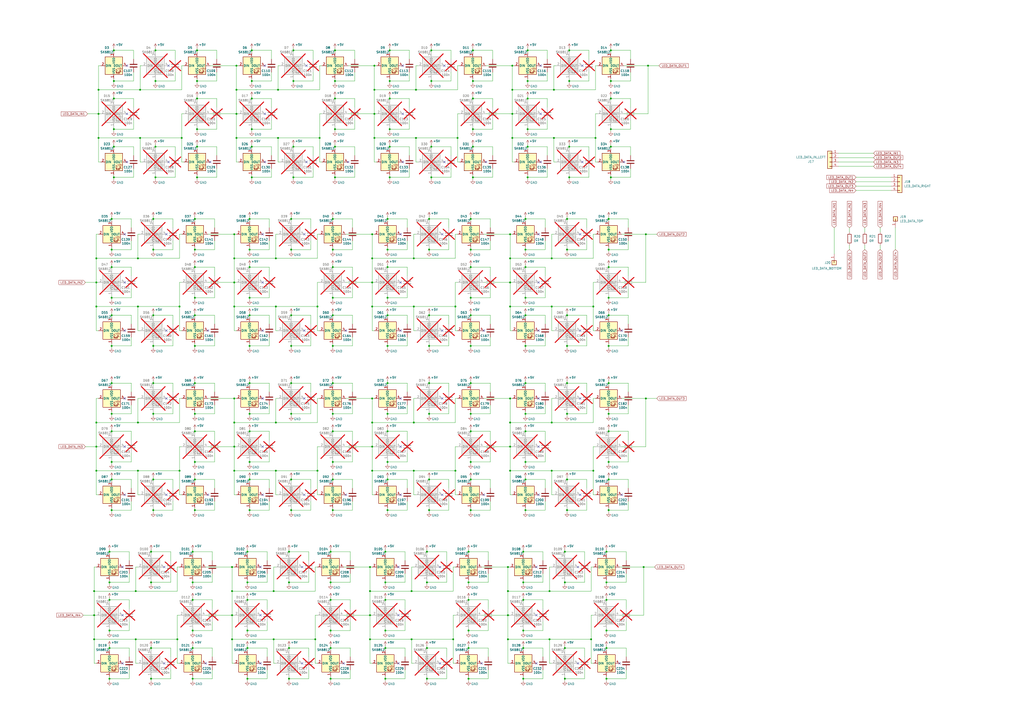
<source format=kicad_sch>
(kicad_sch (version 20231120) (generator "eeschema") (generator_version "8.0")
  (paper "A2")
  (junction (at 304.8 200.66))
  (junction (at 193.04 182.88))
  (junction (at 217.17 80.01))
  (junction (at 304.8 267.97))
  (junction (at 55.88 273.05))
  (junction (at 327.66 375.92))
  (junction (at 273.05 278.13))
  (junction (at 351.79 347.98))
  (junction (at 104.14 273.05))
  (junction (at 64.77 250.19))
  (junction (at 248.92 222.25))
  (junction (at 64.77 127))
  (junction (at 224.79 127))
  (junction (at 135.89 231.14))
  (junction (at 294.64 342.9))
  (junction (at 224.79 222.25))
  (junction (at 80.01 177.8))
  (junction (at 167.64 320.04))
  (junction (at 320.04 245.11))
  (junction (at 224.79 172.72))
  (junction (at 111.76 393.7))
  (junction (at 168.91 182.88))
  (junction (at 238.76 342.9))
  (junction (at 351.79 337.82))
  (junction (at 87.63 375.92))
  (junction (at 273.05 182.88))
  (junction (at 353.06 144.78))
  (junction (at 247.65 393.7))
  (junction (at 144.78 278.13))
  (junction (at 226.06 74.93))
  (junction (at 224.79 200.66))
  (junction (at 184.15 273.05))
  (junction (at 328.93 182.88))
  (junction (at 248.92 182.88))
  (junction (at 328.93 144.78))
  (junction (at 134.62 370.84))
  (junction (at 64.77 200.66))
  (junction (at 64.77 144.78))
  (junction (at 271.78 337.82))
  (junction (at 330.2 85.09))
  (junction (at 193.04 200.66))
  (junction (at 161.29 52.07))
  (junction (at 274.32 85.09))
  (junction (at 273.05 250.19))
  (junction (at 354.33 29.21))
  (junction (at 144.78 144.78))
  (junction (at 170.18 85.09))
  (junction (at 64.77 295.91))
  (junction (at 54.61 370.84))
  (junction (at 113.03 222.25))
  (junction (at 66.04 85.09))
  (junction (at 297.18 38.1))
  (junction (at 134.62 356.87))
  (junction (at 271.78 347.98))
  (junction (at 224.79 154.94))
  (junction (at 64.77 154.94))
  (junction (at 304.8 127))
  (junction (at 88.9 200.66))
  (junction (at 345.44 80.01))
  (junction (at 143.51 375.92))
  (junction (at 105.41 80.01))
  (junction (at 318.77 342.9))
  (junction (at 88.9 222.25))
  (junction (at 223.52 365.76))
  (junction (at 248.92 200.66))
  (junction (at 306.07 102.87))
  (junction (at 87.63 393.7))
  (junction (at 271.78 375.92))
  (junction (at 353.06 154.94))
  (junction (at 54.61 342.9))
  (junction (at 304.8 154.94))
  (junction (at 66.04 29.21))
  (junction (at 158.75 342.9))
  (junction (at 193.04 250.19))
  (junction (at 168.91 222.25))
  (junction (at 353.06 267.97))
  (junction (at 321.31 52.07))
  (junction (at 224.79 182.88))
  (junction (at 63.5 347.98))
  (junction (at 248.92 127))
  (junction (at 304.8 278.13))
  (junction (at 223.52 320.04))
  (junction (at 144.78 172.72))
  (junction (at 318.77 370.84))
  (junction (at 193.04 127))
  (junction (at 137.16 38.1))
  (junction (at 193.04 278.13))
  (junction (at 215.9 245.11))
  (junction (at 191.77 347.98))
  (junction (at 168.91 127))
  (junction (at 193.04 154.94))
  (junction (at 240.03 273.05))
  (junction (at 226.06 102.87))
  (junction (at 330.2 102.87))
  (junction (at 226.06 85.09))
  (junction (at 78.74 342.9))
  (junction (at 330.2 29.21))
  (junction (at 160.02 273.05))
  (junction (at 262.89 370.84))
  (junction (at 224.79 267.97))
  (junction (at 135.89 163.83))
  (junction (at 64.77 278.13))
  (junction (at 113.03 182.88))
  (junction (at 353.06 200.66))
  (junction (at 351.79 365.76))
  (junction (at 303.53 393.7))
  (junction (at 344.17 273.05))
  (junction (at 354.33 74.93))
  (junction (at 193.04 295.91))
  (junction (at 146.05 102.87))
  (junction (at 295.91 177.8))
  (junction (at 113.03 172.72))
  (junction (at 374.65 135.89))
  (junction (at 146.05 29.21))
  (junction (at 66.04 102.87))
  (junction (at 306.07 29.21))
  (junction (at 321.31 80.01))
  (junction (at 144.78 127))
  (junction (at 240.03 245.11))
  (junction (at 304.8 240.03))
  (junction (at 306.07 85.09))
  (junction (at 248.92 295.91))
  (junction (at 215.9 273.05))
  (junction (at 295.91 231.14))
  (junction (at 214.63 328.93))
  (junction (at 215.9 163.83))
  (junction (at 194.31 102.87))
  (junction (at 274.32 57.15))
  (junction (at 143.51 347.98))
  (junction (at 351.79 375.92))
  (junction (at 64.77 182.88))
  (junction (at 87.63 320.04))
  (junction (at 215.9 231.14))
  (junction (at 160.02 149.86))
  (junction (at 328.93 222.25))
  (junction (at 353.06 240.03))
  (junction (at 217.17 66.04))
  (junction (at 273.05 144.78))
  (junction (at 161.29 80.01))
  (junction (at 137.16 80.01))
  (junction (at 57.15 52.07))
  (junction (at 88.9 182.88))
  (junction (at 111.76 337.82))
  (junction (at 55.88 259.08))
  (junction (at 55.88 163.83))
  (junction (at 224.79 278.13))
  (junction (at 134.62 342.9))
  (junction (at 303.53 320.04))
  (junction (at 295.91 149.86))
  (junction (at 88.9 278.13))
  (junction (at 113.03 295.91))
  (junction (at 143.51 320.04))
  (junction (at 64.77 172.72))
  (junction (at 344.17 177.8))
  (junction (at 143.51 337.82))
  (junction (at 135.89 245.11))
  (junction (at 353.06 295.91))
  (junction (at 297.18 52.07))
  (junction (at 193.04 172.72))
  (junction (at 111.76 365.76))
  (junction (at 248.92 278.13))
  (junction (at 224.79 240.03))
  (junction (at 194.31 74.93))
  (junction (at 250.19 85.09))
  (junction (at 295.91 135.89))
  (junction (at 134.62 328.93))
  (junction (at 191.77 365.76))
  (junction (at 241.3 52.07))
  (junction (at 373.38 328.93))
  (junction (at 274.32 74.93))
  (junction (at 88.9 127))
  (junction (at 297.18 66.04))
  (junction (at 295.91 163.83))
  (junction (at 64.77 240.03))
  (junction (at 137.16 66.04))
  (junction (at 144.78 295.91))
  (junction (at 90.17 102.87))
  (junction (at 241.3 80.01))
  (junction (at 90.17 46.99))
  (junction (at 328.93 200.66))
  (junction (at 247.65 337.82))
  (junction (at 111.76 320.04))
  (junction (at 63.5 320.04))
  (junction (at 303.53 347.98))
  (junction (at 328.93 240.03))
  (junction (at 328.93 295.91))
  (junction (at 168.91 295.91))
  (junction (at 353.06 172.72))
  (junction (at 170.18 46.99))
  (junction (at 304.8 250.19))
  (junction (at 114.3 74.93))
  (junction (at 226.06 29.21))
  (junction (at 354.33 57.15))
  (junction (at 81.28 52.07))
  (junction (at 113.03 154.94))
  (junction (at 354.33 85.09))
  (junction (at 223.52 337.82))
  (junction (at 144.78 222.25))
  (junction (at 194.31 57.15))
  (junction (at 54.61 356.87))
  (junction (at 111.76 347.98))
  (junction (at 170.18 29.21))
  (junction (at 320.04 149.86))
  (junction (at 194.31 46.99))
  (junction (at 327.66 337.82))
  (junction (at 304.8 172.72))
  (junction (at 55.88 149.86))
  (junction (at 273.05 295.91))
  (junction (at 295.91 259.08))
  (junction (at 250.19 102.87))
  (junction (at 144.78 200.66))
  (junction (at 144.78 182.88))
  (junction (at 295.91 273.05))
  (junction (at 354.33 102.87))
  (junction (at 191.77 320.04))
  (junction (at 55.88 245.11))
  (junction (at 303.53 365.76))
  (junction (at 111.76 375.92))
  (junction (at 88.9 295.91))
  (junction (at 113.03 267.97))
  (junction (at 351.79 393.7))
  (junction (at 158.75 370.84))
  (junction (at 193.04 267.97))
  (junction (at 63.5 337.82))
  (junction (at 271.78 365.76))
  (junction (at 215.9 135.89))
  (junction (at 353.06 278.13))
  (junction (at 191.77 337.82))
  (junction (at 297.18 80.01))
  (junction (at 304.8 182.88))
  (junction (at 146.05 85.09))
  (junction (at 114.3 102.87))
  (junction (at 240.03 177.8))
  (junction (at 224.79 295.91))
  (junction (at 224.79 250.19))
  (junction (at 214.63 356.87))
  (junction (at 90.17 29.21))
  (junction (at 328.93 278.13))
  (junction (at 342.9 370.84))
  (junction (at 146.05 57.15))
  (junction (at 168.91 240.03))
  (junction (at 66.04 74.93))
  (junction (at 328.93 127))
  (junction (at 215.9 259.08))
  (junction (at 273.05 240.03))
  (junction (at 215.9 177.8))
  (junction (at 66.04 57.15))
  (junction (at 63.5 365.76))
  (junction (at 273.05 200.66))
  (junction (at 135.89 177.8))
  (junction (at 64.77 222.25))
  (junction (at 143.51 393.7))
  (junction (at 113.03 127))
  (junction (at 87.63 337.82))
  (junction (at 80.01 149.86))
  (junction (at 294.64 328.93))
  (junction (at 304.8 222.25))
  (junction (at 273.05 172.72))
  (junction (at 248.92 144.78))
  (junction (at 144.78 250.19))
  (junction (at 303.53 337.82))
  (junction (at 114.3 29.21))
  (junction (at 88.9 144.78))
  (junction (at 294.64 370.84))
  (junction (at 351.79 320.04))
  (junction (at 63.5 393.7))
  (junction (at 55.88 177.8))
  (junction (at 273.05 222.25))
  (junction (at 217.17 52.07))
  (junction (at 306.07 57.15))
  (junction (at 64.77 267.97))
  (junction (at 184.15 177.8))
  (junction (at 223.52 347.98))
  (junction (at 160.02 177.8))
  (junction (at 113.03 250.19))
  (junction (at 57.15 66.04))
  (junction (at 194.31 29.21))
  (junction (at 247.65 375.92))
  (junction (at 354.33 46.99))
  (junction (at 167.64 393.7))
  (junction (at 327.66 393.7))
  (junction (at 81.28 80.01))
  (junction (at 295.91 245.11))
  (junction (at 102.87 370.84))
  (junction (at 113.03 278.13))
  (junction (at 182.88 370.84))
  (junction (at 375.92 38.1))
  (junction (at 167.64 375.92))
  (junction (at 66.04 46.99))
  (junction (at 160.02 245.11))
  (junction (at 135.89 149.86))
  (junction (at 304.8 144.78))
  (junction (at 353.06 250.19))
  (junction (at 353.06 127))
  (junction (at 247.65 320.04))
  (junction (at 168.91 144.78))
  (junction (at 63.5 375.92))
  (junction (at 264.16 177.8))
  (junction (at 135.89 135.89))
  (junction (at 90.17 85.09))
  (junction (at 226.06 57.15))
  (junction (at 320.04 273.05))
  (junction (at 193.04 222.25))
  (junction (at 223.52 375.92))
  (junction (at 170.18 102.87))
  (junction (at 353.06 182.88))
  (junction (at 215.9 149.86))
  (junction (at 248.92 240.03))
  (junction (at 193.04 144.78))
  (junction (at 273.05 127))
  (junction (at 191.77 375.92))
  (junction (at 80.01 273.05))
  (junction (at 217.17 38.1))
  (junction (at 274.32 29.21))
  (junction (at 240.03 149.86))
  (junction (at 264.16 273.05))
  (junction (at 294.64 356.87))
  (junction (at 114.3 85.09))
  (junction (at 113.03 200.66))
  (junction (at 185.42 80.01))
  (junction (at 274.32 46.99))
  (junction (at 274.32 102.87))
  (junction (at 168.91 200.66))
  (junction (at 146.05 46.99))
  (junction (at 304.8 295.91))
  (junction (at 144.78 240.03))
  (junction (at 135.89 273.05))
  (junction (at 194.31 85.09))
  (junction (at 250.19 46.99))
  (junction (at 191.77 393.7))
  (junction (at 113.03 144.78))
  (junction (at 104.14 177.8))
  (junction (at 223.52 393.7))
  (junction (at 146.05 74.93))
  (junction (at 80.01 245.11))
  (junction (at 143.51 365.76))
  (junction (at 144.78 267.97))
  (junction (at 78.74 370.84))
  (junction (at 271.78 320.04))
  (junction (at 214.63 370.84))
  (junction (at 135.89 259.08))
  (junction (at 353.06 222.25))
  (junction (at 303.53 375.92))
  (junction (at 88.9 240.03))
  (junction (at 168.91 278.13))
  (junction (at 226.06 46.99))
  (junction (at 327.66 320.04))
  (junction (at 273.05 154.94))
  (junction (at 224.79 144.78))
  (junction (at 137.16 52.07))
  (junction (at 273.05 267.97))
  (junction (at 374.65 231.14))
  (junction (at 57.15 80.01))
  (junction (at 306.07 46.99))
  (junction (at 306.07 74.93))
  (junction (at 330.2 46.99))
  (junction (at 144.78 154.94))
  (junction (at 320.04 177.8))
  (junction (at 167.64 337.82))
  (junction (at 193.04 240.03))
  (junction (at 114.3 46.99))
  (junction (at 250.19 29.21))
  (junction (at 214.63 342.9))
  (junction (at 271.78 393.7))
  (junction (at 265.43 80.01))
  (junction (at 114.3 57.15))
  (junction (at 238.76 370.84))
  (junction (at 113.03 240.03))
  (no_connect (at 336.55 191.77))
  (no_connect (at 312.42 287.02))
  (no_connect (at 361.95 93.98))
  (no_connect (at 95.25 384.81))
  (no_connect (at 311.15 356.87))
  (no_connect (at 313.69 38.1))
  (no_connect (at 256.54 287.02))
  (no_connect (at 71.12 328.93))
  (no_connect (at 176.53 231.14))
  (no_connect (at 120.65 287.02))
  (no_connect (at 335.28 328.93))
  (no_connect (at 279.4 384.81))
  (no_connect (at 151.13 356.87))
  (no_connect (at 72.39 259.08))
  (no_connect (at 175.26 328.93))
  (no_connect (at 336.55 135.89))
  (no_connect (at 72.39 135.89))
  (no_connect (at 256.54 231.14))
  (no_connect (at 200.66 191.77))
  (no_connect (at 177.8 93.98))
  (no_connect (at 231.14 328.93))
  (no_connect (at 200.66 287.02))
  (no_connect (at 153.67 93.98))
  (no_connect (at 311.15 384.81))
  (no_connect (at 72.39 287.02))
  (no_connect (at 335.28 384.81))
  (no_connect (at 255.27 328.93))
  (no_connect (at 257.81 93.98))
  (no_connect (at 232.41 231.14))
  (no_connect (at 97.79 93.98))
  (no_connect (at 232.41 259.08))
  (no_connect (at 256.54 135.89))
  (no_connect (at 121.92 93.98))
  (no_connect (at 73.66 93.98))
  (no_connect (at 72.39 163.83))
  (no_connect (at 151.13 328.93))
  (no_connect (at 153.67 66.04))
  (no_connect (at 176.53 135.89))
  (no_connect (at 71.12 384.81))
  (no_connect (at 175.26 384.81))
  (no_connect (at 281.94 93.98))
  (no_connect (at 72.39 231.14))
  (no_connect (at 152.4 163.83))
  (no_connect (at 199.39 384.81))
  (no_connect (at 257.81 38.1))
  (no_connect (at 71.12 356.87))
  (no_connect (at 312.42 259.08))
  (no_connect (at 232.41 191.77))
  (no_connect (at 176.53 191.77))
  (no_connect (at 337.82 38.1))
  (no_connect (at 312.42 135.89))
  (no_connect (at 337.82 93.98))
  (no_connect (at 201.93 93.98))
  (no_connect (at 151.13 384.81))
  (no_connect (at 120.65 191.77))
  (no_connect (at 96.52 135.89))
  (no_connect (at 359.41 384.81))
  (no_connect (at 231.14 356.87))
  (no_connect (at 336.55 231.14))
  (no_connect (at 97.79 38.1))
  (no_connect (at 231.14 384.81))
  (no_connect (at 232.41 163.83))
  (no_connect (at 255.27 384.81))
  (no_connect (at 336.55 287.02))
  (no_connect (at 72.39 191.77))
  (no_connect (at 360.68 287.02))
  (no_connect (at 153.67 38.1))
  (no_connect (at 280.67 287.02))
  (no_connect (at 280.67 191.77))
  (no_connect (at 256.54 191.77))
  (no_connect (at 152.4 191.77))
  (no_connect (at 233.68 38.1))
  (no_connect (at 152.4 231.14))
  (no_connect (at 152.4 259.08))
  (no_connect (at 312.42 163.83))
  (no_connect (at 312.42 231.14))
  (no_connect (at 313.69 66.04))
  (no_connect (at 96.52 191.77))
  (no_connect (at 96.52 231.14))
  (no_connect (at 152.4 287.02))
  (no_connect (at 73.66 66.04))
  (no_connect (at 232.41 135.89))
  (no_connect (at 313.69 93.98))
  (no_connect (at 177.8 38.1))
  (no_connect (at 311.15 328.93))
  (no_connect (at 152.4 135.89))
  (no_connect (at 96.52 287.02))
  (no_connect (at 233.68 66.04))
  (no_connect (at 176.53 287.02))
  (no_connect (at 233.68 93.98))
  (no_connect (at 73.66 38.1))
  (no_connect (at 232.41 287.02))
  (no_connect (at 312.42 191.77))
  (no_connect (at 360.68 191.77))
  (no_connect (at 95.25 328.93))
  (no_connect (at 119.38 384.81))
  (wire (pts (xy 104.14 231.14) (xy 105.41 231.14)))
  (wire (pts (xy 303.53 365.76) (xy 303.53 367.03)))
  (wire (pts (xy 194.31 101.6) (xy 194.31 102.87)))
  (wire (pts (xy 353.06 294.64) (xy 353.06 295.91)))
  (wire (pts (xy 365.76 74.93) (xy 365.76 69.85)))
  (wire (pts (xy 99.06 337.82) (xy 87.63 337.82)))
  (wire (pts (xy 284.48 132.08) (xy 284.48 127)))
  (wire (pts (xy 264.16 384.81) (xy 262.89 384.81)))
  (wire (pts (xy 284.48 267.97) (xy 273.05 267.97)))
  (wire (pts (xy 353.06 143.51) (xy 353.06 144.78)))
  (wire (pts (xy 226.06 101.6) (xy 226.06 102.87)))
  (wire (pts (xy 224.79 154.94) (xy 224.79 156.21)))
  (wire (pts (xy 317.5 90.17) (xy 317.5 85.09)))
  (wire (pts (xy 273.05 127) (xy 273.05 128.27)))
  (wire (pts (xy 76.2 240.03) (xy 76.2 234.95)))
  (wire (pts (xy 111.76 375.92) (xy 111.76 377.19)))
  (wire (pts (xy 157.48 29.21) (xy 146.05 29.21)))
  (wire (pts (xy 143.51 346.71) (xy 143.51 347.98)))
  (wire (pts (xy 330.2 29.21) (xy 330.2 30.48)))
  (wire (pts (xy 306.07 29.21) (xy 306.07 30.48)))
  (wire (pts (xy 273.05 200.66) (xy 273.05 201.93)))
  (wire (pts (xy 364.49 240.03) (xy 364.49 234.95)))
  (wire (pts (xy 205.74 85.09) (xy 194.31 85.09)))
  (wire (pts (xy 180.34 227.33) (xy 180.34 222.25)))
  (wire (pts (xy 144.78 154.94) (xy 144.78 156.21)))
  (wire (pts (xy 100.33 182.88) (xy 88.9 182.88)))
  (wire (pts (xy 76.2 267.97) (xy 64.77 267.97)))
  (wire (pts (xy 365.76 34.29) (xy 365.76 29.21)))
  (wire (pts (xy 317.5 46.99) (xy 317.5 41.91)))
  (wire (pts (xy 364.49 172.72) (xy 364.49 167.64)))
  (wire (pts (xy 180.34 200.66) (xy 180.34 195.58)))
  (wire (pts (xy 124.46 227.33) (xy 124.46 222.25)))
  (wire (pts (xy 125.73 46.99) (xy 114.3 46.99)))
  (wire (pts (xy 146.05 27.94) (xy 146.05 29.21)))
  (wire (pts (xy 125.73 102.87) (xy 114.3 102.87)))
  (wire (pts (xy 354.33 29.21) (xy 354.33 30.48)))
  (wire (pts (xy 81.28 287.02) (xy 80.01 287.02)))
  (wire (pts (xy 88.9 143.51) (xy 88.9 144.78)))
  (wire (pts (xy 137.16 191.77) (xy 135.89 191.77)))
  (wire (pts (xy 363.22 365.76) (xy 351.79 365.76)))
  (wire (pts (xy 295.91 273.05) (xy 320.04 273.05)))
  (wire (pts (xy 248.92 276.86) (xy 248.92 278.13)))
  (wire (pts (xy 146.05 74.93) (xy 146.05 76.2)))
  (wire (pts (xy 297.18 191.77) (xy 295.91 191.77)))
  (wire (pts (xy 295.91 135.89) (xy 297.18 135.89)))
  (wire (pts (xy 320.04 149.86) (xy 344.17 149.86)))
  (wire (pts (xy 284.48 144.78) (xy 284.48 139.7)))
  (wire (pts (xy 295.91 273.05) (xy 295.91 259.08)))
  (wire (pts (xy 203.2 365.76) (xy 191.77 365.76)))
  (wire (pts (xy 339.09 375.92) (xy 327.66 375.92)))
  (wire (pts (xy 194.31 45.72) (xy 194.31 46.99)))
  (wire (pts (xy 124.46 283.21) (xy 124.46 278.13)))
  (wire (pts (xy 283.21 337.82) (xy 283.21 332.74)))
  (wire (pts (xy 226.06 83.82) (xy 226.06 85.09)))
  (wire (pts (xy 135.89 177.8) (xy 160.02 177.8)))
  (wire (pts (xy 374.65 231.14) (xy 360.68 231.14)))
  (wire (pts (xy 317.5 74.93) (xy 306.07 74.93)))
  (wire (pts (xy 330.2 45.72) (xy 330.2 46.99)))
  (wire (pts (xy 104.14 384.81) (xy 102.87 384.81)))
  (wire (pts (xy 146.05 102.87) (xy 146.05 104.14)))
  (wire (pts (xy 135.89 163.83) (xy 135.89 149.86)))
  (wire (pts (xy 304.8 199.39) (xy 304.8 200.66)))
  (wire (pts (xy 156.21 283.21) (xy 156.21 278.13)))
  (wire (pts (xy 215.9 149.86) (xy 240.03 149.86)))
  (wire (pts (xy 345.44 259.08) (xy 344.17 259.08)))
  (wire (pts (xy 154.94 381) (xy 154.94 375.92)))
  (wire (pts (xy 234.95 365.76) (xy 234.95 360.68)))
  (wire (pts (xy 237.49 85.09) (xy 226.06 85.09)))
  (wire (pts (xy 328.93 143.51) (xy 328.93 144.78)))
  (wire (pts (xy 314.96 365.76) (xy 314.96 360.68)))
  (wire (pts (xy 375.92 66.04) (xy 375.92 38.1)))
  (wire (pts (xy 284.48 295.91) (xy 284.48 290.83)))
  (wire (pts (xy 162.56 38.1) (xy 161.29 38.1)))
  (wire (pts (xy 193.04 248.92) (xy 193.04 250.19)))
  (wire (pts (xy 180.34 295.91) (xy 168.91 295.91)))
  (wire (pts (xy 304.8 294.64) (xy 304.8 295.91)))
  (wire (pts (xy 321.31 135.89) (xy 320.04 135.89)))
  (wire (pts (xy 273.05 240.03) (xy 273.05 241.3)))
  (wire (pts (xy 88.9 278.13) (xy 88.9 279.4)))
  (wire (pts (xy 304.8 220.98) (xy 304.8 222.25)))
  (wire (pts (xy 295.91 177.8) (xy 295.91 163.83)))
  (wire (pts (xy 250.19 45.72) (xy 250.19 46.99)))
  (wire (pts (xy 193.04 182.88) (xy 193.04 184.15)))
  (wire (pts (xy 55.88 231.14) (xy 57.15 231.14)))
  (wire (pts (xy 284.48 267.97) (xy 284.48 262.89)))
  (wire (pts (xy 340.36 240.03) (xy 328.93 240.03)))
  (wire (pts (xy 316.23 295.91) (xy 316.23 290.83)))
  (wire (pts (xy 240.03 231.14) (xy 240.03 245.11)))
  (wire (pts (xy 146.05 46.99) (xy 146.05 48.26)))
  (wire (pts (xy 321.31 191.77) (xy 320.04 191.77)))
  (wire (pts (xy 88.9 220.98) (xy 88.9 222.25)))
  (wire (pts (xy 113.03 171.45) (xy 113.03 172.72)))
  (wire (pts (xy 184.15 259.08) (xy 184.15 273.05)))
  (wire (pts (xy 365.76 102.87) (xy 354.33 102.87)))
  (wire (pts (xy 154.94 365.76) (xy 143.51 365.76)))
  (wire (pts (xy 261.62 29.21) (xy 250.19 29.21)))
  (wire (pts (xy 224.79 200.66) (xy 224.79 201.93)))
  (wire (pts (xy 283.21 353.06) (xy 283.21 347.98)))
  (wire (pts (xy 144.78 199.39) (xy 144.78 200.66)))
  (wire (pts (xy 63.5 337.82) (xy 63.5 339.09)))
  (wire (pts (xy 125.73 46.99) (xy 125.73 41.91)))
  (wire (pts (xy 374.65 259.08) (xy 374.65 231.14)))
  (wire (pts (xy 203.2 375.92) (xy 191.77 375.92)))
  (wire (pts (xy 76.2 172.72) (xy 64.77 172.72)))
  (wire (pts (xy 234.95 337.82) (xy 234.95 332.74)))
  (wire (pts (xy 74.93 337.82) (xy 74.93 332.74)))
  (wire (pts (xy 167.64 336.55) (xy 167.64 337.82)))
  (wire (pts (xy 66.04 46.99) (xy 66.04 48.26)))
  (wire (pts (xy 321.31 52.07) (xy 345.44 52.07)))
  (wire (pts (xy 373.38 328.93) (xy 359.41 328.93)))
  (wire (pts (xy 320.04 231.14) (xy 320.04 245.11)))
  (wire (pts (xy 364.49 144.78) (xy 364.49 139.7)))
  (wire (pts (xy 339.09 320.04) (xy 327.66 320.04)))
  (wire (pts (xy 344.17 384.81) (xy 342.9 384.81)))
  (wire (pts (xy 157.48 85.09) (xy 146.05 85.09)))
  (wire (pts (xy 87.63 336.55) (xy 87.63 337.82)))
  (wire (pts (xy 283.21 365.76) (xy 271.78 365.76)))
  (wire (pts (xy 297.18 80.01) (xy 321.31 80.01)))
  (wire (pts (xy 223.52 374.65) (xy 223.52 375.92)))
  (wire (pts (xy 146.05 85.09) (xy 146.05 86.36)))
  (wire (pts (xy 64.77 278.13) (xy 64.77 279.4)))
  (wire (pts (xy 204.47 278.13) (xy 193.04 278.13)))
  (wire (pts (xy 55.88 259.08) (xy 57.15 259.08)))
  (wire (pts (xy 340.36 240.03) (xy 340.36 234.95)))
  (wire (pts (xy 99.06 381) (xy 99.06 375.92)))
  (wire (pts (xy 364.49 295.91) (xy 364.49 290.83)))
  (wire (pts (xy 180.34 278.13) (xy 168.91 278.13)))
  (wire (pts (xy 88.9 125.73) (xy 88.9 127)))
  (wire (pts (xy 88.9 181.61) (xy 88.9 182.88)))
  (wire (pts (xy 182.88 356.87) (xy 182.88 370.84)))
  (wire (pts (xy 327.66 375.92) (xy 327.66 377.19)))
  (wire (pts (xy 283.21 320.04) (xy 271.78 320.04)))
  (wire (pts (xy 364.49 295.91) (xy 353.06 295.91)))
  (wire (pts (xy 57.15 80.01) (xy 81.28 80.01)))
  (wire (pts (xy 236.22 132.08) (xy 236.22 127)))
  (wire (pts (xy 364.49 132.08) (xy 364.49 127)))
  (wire (pts (xy 316.23 200.66) (xy 304.8 200.66)))
  (wire (pts (xy 154.94 375.92) (xy 143.51 375.92)))
  (wire (pts (xy 297.18 287.02) (xy 295.91 287.02)))
  (wire (pts (xy 200.66 231.14) (xy 215.9 231.14)))
  (wire (pts (xy 185.42 38.1) (xy 185.42 52.07)))
  (wire (pts (xy 341.63 46.99) (xy 330.2 46.99)))
  (wire (pts (xy 204.47 182.88) (xy 193.04 182.88)))
  (wire (pts (xy 124.46 222.25) (xy 113.03 222.25)))
  (wire (pts (xy 273.05 181.61) (xy 273.05 182.88)))
  (wire (pts (xy 501.65 142.24) (xy 501.65 144.78)))
  (wire (pts (xy 365.76 90.17) (xy 365.76 85.09)))
  (wire (pts (xy 77.47 102.87) (xy 77.47 97.79)))
  (wire (pts (xy 80.01 177.8) (xy 80.01 191.77)))
  (wire (pts (xy 64.77 181.61) (xy 64.77 182.88)))
  (wire (pts (xy 328.93 220.98) (xy 328.93 222.25)))
  (wire (pts (xy 156.21 172.72) (xy 144.78 172.72)))
  (wire (pts (xy 204.47 127) (xy 193.04 127)))
  (wire (pts (xy 54.61 356.87) (xy 54.61 342.9)))
  (wire (pts (xy 236.22 283.21) (xy 236.22 278.13)))
  (wire (pts (xy 113.03 154.94) (xy 113.03 156.21)))
  (wire (pts (xy 273.05 278.13) (xy 273.05 279.4)))
  (wire (pts (xy 273.05 154.94) (xy 273.05 156.21)))
  (wire (pts (xy 114.3 57.15) (xy 114.3 58.42)))
  (wire (pts (xy 306.07 102.87) (xy 306.07 104.14)))
  (wire (pts (xy 113.03 266.7) (xy 113.03 267.97)))
  (wire (pts (xy 87.63 392.43) (xy 87.63 393.7)))
  (wire (pts (xy 226.06 45.72) (xy 226.06 46.99)))
  (wire (pts (xy 123.19 320.04) (xy 111.76 320.04)))
  (wire (pts (xy 264.16 163.83) (xy 264.16 177.8)))
  (wire (pts (xy 64.77 238.76) (xy 64.77 240.03)))
  (wire (pts (xy 160.02 177.8) (xy 184.15 177.8)))
  (wire (pts (xy 353.06 200.66) (xy 353.06 201.93)))
  (wire (pts (xy 226.06 73.66) (xy 226.06 74.93)))
  (wire (pts (xy 317.5 29.21) (xy 306.07 29.21)))
  (wire (pts (xy 322.58 93.98) (xy 321.31 93.98)))
  (wire (pts (xy 57.15 66.04) (xy 58.42 66.04)))
  (wire (pts (xy 365.76 46.99) (xy 354.33 46.99)))
  (wire (pts (xy 260.35 278.13) (xy 248.92 278.13)))
  (wire (pts (xy 182.88 328.93) (xy 182.88 342.9)))
  (wire (pts (xy 157.48 46.99) (xy 157.48 41.91)))
  (wire (pts (xy 248.92 182.88) (xy 248.92 184.15)))
  (wire (pts (xy 214.63 342.9) (xy 238.76 342.9)))
  (wire (pts (xy 66.04 55.88) (xy 66.04 57.15)))
  (wire (pts (xy 237.49 34.29) (xy 237.49 29.21)))
  (wire (pts (xy 123.19 325.12) (xy 123.19 320.04)))
  (wire (pts (xy 87.63 375.92) (xy 87.63 377.19)))
  (wire (pts (xy 104.14 135.89) (xy 105.41 135.89)))
  (wire (pts (xy 101.6 102.87) (xy 90.17 102.87)))
  (wire (pts (xy 284.48 154.94) (xy 273.05 154.94)))
  (wire (pts (xy 341.63 90.17) (xy 341.63 85.09)))
  (wire (pts (xy 353.06 125.73) (xy 353.06 127)))
  (wire (pts (xy 54.61 342.9) (xy 78.74 342.9)))
  (wire (pts (xy 105.41 259.08) (xy 104.14 259.08)))
  (wire (pts (xy 113.03 220.98) (xy 113.03 222.25)))
  (wire (pts (xy 191.77 320.04) (xy 191.77 321.31)))
  (wire (pts (xy 180.34 200.66) (xy 168.91 200.66)))
  (wire (pts (xy 483.87 132.08) (xy 483.87 147.32)))
  (wire (pts (xy 364.49 267.97) (xy 364.49 262.89)))
  (wire (pts (xy 204.47 222.25) (xy 193.04 222.25)))
  (wire (pts (xy 274.32 45.72) (xy 274.32 46.99)))
  (wire (pts (xy 363.22 375.92) (xy 351.79 375.92)))
  (wire (pts (xy 193.04 267.97) (xy 193.04 269.24)))
  (wire (pts (xy 113.03 182.88) (xy 113.03 184.15)))
  (wire (pts (xy 214.63 342.9) (xy 214.63 328.93)))
  (wire (pts (xy 90.17 46.99) (xy 90.17 48.26)))
  (wire (pts (xy 317.5 62.23) (xy 317.5 57.15)))
  (wire (pts (xy 64.77 266.7) (xy 64.77 267.97)))
  (wire (pts (xy 143.51 364.49) (xy 143.51 365.76)))
  (wire (pts (xy 284.48 182.88) (xy 273.05 182.88)))
  (wire (pts (xy 125.73 90.17) (xy 125.73 85.09)))
  (wire (pts (xy 64.77 172.72) (xy 64.77 173.99)))
  (wire (pts (xy 156.21 200.66) (xy 156.21 195.58)))
  (wire (pts (xy 215.9 273.05) (xy 240.03 273.05)))
  (wire (pts (xy 124.46 267.97) (xy 113.03 267.97)))
  (wire (pts (xy 76.2 154.94) (xy 64.77 154.94)))
  (wire (pts (xy 271.78 347.98) (xy 271.78 349.25)))
  (wire (pts (xy 264.16 356.87) (xy 262.89 356.87)))
  (wire (pts (xy 158.75 370.84) (xy 158.75 384.81)))
  (wire (pts (xy 111.76 318.77) (xy 111.76 320.04)))
  (wire (pts (xy 351.79 374.65) (xy 351.79 375.92)))
  (wire (pts (xy 156.21 132.08) (xy 156.21 127)))
  (wire (pts (xy 114.3 73.66) (xy 114.3 74.93)))
  (wire (pts (xy 214.63 356.87) (xy 214.63 342.9)))
  (wire (pts (xy 114.3 74.93) (xy 114.3 76.2)))
  (wire (pts (xy 215.9 149.86) (xy 215.9 135.89)))
  (wire (pts (xy 340.36 278.13) (xy 328.93 278.13)))
  (wire (pts (xy 76.2 295.91) (xy 76.2 290.83)))
  (wire (pts (xy 191.77 392.43) (xy 191.77 393.7)))
  (wire (pts (xy 144.78 153.67) (xy 144.78 154.94)))
  (wire (pts (xy 247.65 337.82) (xy 247.65 339.09)))
  (wire (pts (xy 250.19 85.09) (xy 250.19 86.36)))
  (wire (pts (xy 303.53 393.7) (xy 303.53 394.97)))
  (wire (pts (xy 205.74 90.17) (xy 205.74 85.09)))
  (wire (pts (xy 124.46 154.94) (xy 113.03 154.94)))
  (wire (pts (xy 271.78 364.49) (xy 271.78 365.76)))
  (wire (pts (xy 113.03 199.39) (xy 113.03 200.66)))
  (wire (pts (xy 237.49 74.93) (xy 226.06 74.93)))
  (wire (pts (xy 64.77 171.45) (xy 64.77 172.72)))
  (wire (pts (xy 364.49 187.96) (xy 364.49 182.88)))
  (wire (pts (xy 135.89 149.86) (xy 135.89 135.89)))
  (wire (pts (xy 344.17 135.89) (xy 344.17 149.86)))
  (wire (pts (xy 317.5 46.99) (xy 306.07 46.99)))
  (wire (pts (xy 285.75 90.17) (xy 285.75 85.09)))
  (wire (pts (xy 274.32 27.94) (xy 274.32 29.21)))
  (wire (pts (xy 351.79 337.82) (xy 351.79 339.09)))
  (wire (pts (xy 223.52 337.82) (xy 223.52 339.09)))
  (wire (pts (xy 125.73 57.15) (xy 114.3 57.15)))
  (wire (pts (xy 101.6 85.09) (xy 90.17 85.09)))
  (wire (pts (xy 237.49 57.15) (xy 226.06 57.15)))
  (wire (pts (xy 204.47 200.66) (xy 204.47 195.58)))
  (wire (pts (xy 274.32 55.88) (xy 274.32 57.15)))
  (wire (pts (xy 160.02 149.86) (xy 184.15 149.86)))
  (wire (pts (xy 303.53 347.98) (xy 303.53 349.25)))
  (wire (pts (xy 87.63 337.82) (xy 87.63 339.09)))
  (wire (pts (xy 284.48 255.27) (xy 284.48 250.19)))
  (wire (pts (xy 340.36 132.08) (xy 340.36 127)))
  (wire (pts (xy 156.21 267.97) (xy 156.21 262.89)))
  (wire (pts (xy 327.66 374.65) (xy 327.66 375.92)))
  (wire (pts (xy 204.47 132.08) (xy 204.47 127)))
  (wire (pts (xy 240.03 384.81) (xy 238.76 384.81)))
  (wire (pts (xy 156.21 295.91) (xy 156.21 290.83)))
  (wire (pts (xy 294.64 356.87) (xy 295.91 356.87)))
  (wire (pts (xy 303.53 336.55) (xy 303.53 337.82)))
  (wire (pts (xy 203.2 393.7) (xy 203.2 388.62)))
  (wire (pts (xy 123.19 375.92) (xy 111.76 375.92)))
  (wire (pts (xy 125.73 62.23) (xy 125.73 57.15)))
  (wire (pts (xy 154.94 347.98) (xy 143.51 347.98)))
  (wire (pts (xy 100.33 200.66) (xy 100.33 195.58)))
  (wire (pts (xy 237.49 102.87) (xy 237.49 97.79)))
  (wire (pts (xy 170.18 102.87) (xy 170.18 104.14)))
  (wire (pts (xy 295.91 231.14) (xy 297.18 231.14)))
  (wire (pts (xy 303.53 318.77) (xy 303.53 320.04)))
  (wire (pts (xy 156.21 250.19) (xy 144.78 250.19)))
  (wire (pts (xy 76.2 255.27) (xy 76.2 250.19)))
  (wire (pts (xy 304.8 248.92) (xy 304.8 250.19)))
  (wire (pts (xy 200.66 163.83) (xy 215.9 163.83)))
  (wire (pts (xy 236.22 250.19) (xy 224.79 250.19)))
  (wire (pts (xy 247.65 392.43) (xy 247.65 393.7)))
  (wire (pts (xy 87.63 320.04) (xy 87.63 321.31)))
  (wire (pts (xy 193.04 240.03) (xy 193.04 241.3)))
  (wire (pts (xy 236.22 172.72) (xy 224.79 172.72)))
  (wire (pts (xy 113.03 267.97) (xy 113.03 269.24)))
  (wire (pts (xy 105.41 287.02) (xy 104.14 287.02)))
  (wire (pts (xy 101.6 34.29) (xy 101.6 29.21)))
  (wire (pts (xy 179.07 320.04) (xy 167.64 320.04)))
  (wire (pts (xy 193.04 222.25) (xy 193.04 223.52)))
  (wire (pts (xy 316.23 278.13) (xy 304.8 278.13)))
  (wire (pts (xy 271.78 392.43) (xy 271.78 393.7)))
  (wire (pts (xy 156.21 127) (xy 144.78 127)))
  (wire (pts (xy 374.65 135.89) (xy 381 135.89)))
  (wire (pts (xy 316.23 255.27) (xy 316.23 250.19)))
  (wire (pts (xy 100.33 278.13) (xy 88.9 278.13)))
  (wire (pts (xy 297.18 52.07) (xy 297.18 38.1)))
  (wire (pts (xy 340.36 295.91) (xy 328.93 295.91)))
  (wire (pts (xy 156.21 240.03) (xy 156.21 234.95)))
  (wire (pts (xy 134.62 370.84) (xy 158.75 370.84)))
  (wire (pts (xy 262.89 356.87) (xy 262.89 370.84)))
  (wire (pts (xy 64.77 248.92) (xy 64.77 250.19)))
  (wire (pts (xy 113.03 238.76) (xy 113.03 240.03)))
  (wire (pts (xy 180.34 187.96) (xy 180.34 182.88)))
  (wire (pts (xy 106.68 93.98) (xy 105.41 93.98)))
  (wire (pts (xy 76.2 187.96) (xy 76.2 182.88)))
  (wire (pts (xy 214.63 370.84) (xy 214.63 356.87)))
  (wire (pts (xy 156.21 227.33) (xy 156.21 222.25)))
  (wire (pts (xy 327.66 337.82) (xy 327.66 339.09)))
  (wire (pts (xy 260.35 227.33) (xy 260.35 222.25)))
  (wire (pts (xy 156.21 200.66) (xy 144.78 200.66)))
  (wire (pts (xy 143.51 393.7) (xy 143.51 394.97)))
  (wire (pts (xy 144.78 127) (xy 144.78 128.27)))
  (wire (pts (xy 342.9 370.84) (xy 342.9 384.81)))
  (wire (pts (xy 345.44 80.01) (xy 345.44 93.98)))
  (wire (pts (xy 240.03 149.86) (xy 264.16 149.86)))
  (wire (pts (xy 363.22 320.04) (xy 351.79 320.04)))
  (wire (pts (xy 114.3 85.09) (xy 114.3 86.36)))
  (wire (pts (xy 144.78 220.98) (xy 144.78 222.25)))
  (wire (pts (xy 170.18 85.09) (xy 170.18 86.36)))
  (wire (pts (xy 217.17 80.01) (xy 241.3 80.01)))
  (wire (pts (xy 88.9 144.78) (xy 88.9 146.05)))
  (wire (pts (xy 353.06 144.78) (xy 353.06 146.05)))
  (wire (pts (xy 99.06 320.04) (xy 87.63 320.04)))
  (wire (pts (xy 90.17 27.94) (xy 90.17 29.21)))
  (wire (pts (xy 137.16 52.07) (xy 137.16 38.1)))
  (wire (pts (xy 297.18 38.1) (xy 298.45 38.1)))
  (wire (pts (xy 351.79 320.04) (xy 351.79 321.31)))
  (wire (pts (xy 486.41 93.98) (xy 506.73 93.98)))
  (wire (pts (xy 54.61 328.93) (xy 55.88 328.93)))
  (wire (pts (xy 49.53 259.08) (xy 55.88 259.08)))
  (wire (pts (xy 365.76 29.21) (xy 354.33 29.21)))
  (wire (pts (xy 247.65 393.7) (xy 247.65 394.97)))
  (wire (pts (xy 328.93 294.64) (xy 328.93 295.91)))
  (wire (pts (xy 375.92 38.1) (xy 361.95 38.1)))
  (wire (pts (xy 316.23 132.08) (xy 316.23 127)))
  (wire (pts (xy 351.79 365.76) (xy 351.79 367.03)))
  (wire (pts (xy 76.2 283.21) (xy 76.2 278.13)))
  (wire (pts (xy 328.93 222.25) (xy 328.93 223.52)))
  (wire (pts (xy 274.32 83.82) (xy 274.32 85.09)))
  (wire (pts (xy 304.8 240.03) (xy 304.8 241.3)))
  (wire (pts (xy 180.34 132.08) (xy 180.34 127)))
  (wire (pts (xy 271.78 336.55) (xy 271.78 337.82)))
  (wire (pts (xy 124.46 132.08) (xy 124.46 127)))
  (wire (pts (xy 365.76 85.09) (xy 354.33 85.09)))
  (wire (pts (xy 204.47 144.78) (xy 193.04 144.78)))
  (wire (pts (xy 154.94 320.04) (xy 143.51 320.04)))
  (wire (pts (xy 237.49 62.23) (xy 237.49 57.15)))
  (wire (pts (xy 144.78 125.73) (xy 144.78 127)))
  (wire (pts (xy 135.89 163.83) (xy 137.16 163.83)))
  (wire (pts (xy 102.87 328.93) (xy 104.14 328.93)))
  (wire (pts (xy 77.47 29.21) (xy 66.04 29.21)))
  (wire (pts (xy 77.47 46.99) (xy 77.47 41.91)))
  (wire (pts (xy 364.49 200.66) (xy 353.06 200.66)))
  (wire (pts (xy 78.74 370.84) (xy 102.87 370.84)))
  (wire (pts (xy 322.58 38.1) (xy 321.31 38.1)))
  (wire (pts (xy 55.88 177.8) (xy 80.01 177.8)))
  (wire (pts (xy 259.08 375.92) (xy 247.65 375.92)))
  (wire (pts (xy 81.28 80.01) (xy 81.28 93.98)))
  (wire (pts (xy 66.04 102.87) (xy 66.04 104.14)))
  (wire (pts (xy 88.9 222.25) (xy 88.9 223.52)))
  (wire (pts (xy 144.78 266.7) (xy 144.78 267.97)))
  (wire (pts (xy 158.75 328.93) (xy 158.75 342.9)))
  (wire (pts (xy 345.44 38.1) (xy 346.71 38.1)))
  (wire (pts (xy 184.15 135.89) (xy 185.42 135.89)))
  (wire (pts (xy 77.47 90.17) (xy 77.47 85.09)))
  (wire (pts (xy 144.78 172.72) (xy 144.78 173.99)))
  (wire (pts (xy 88.9 200.66) (xy 88.9 201.93)))
  (wire (pts (xy 64.77 143.51) (xy 64.77 144.78)))
  (wire (pts (xy 74.93 365.76) (xy 74.93 360.68)))
  (wire (pts (xy 314.96 320.04) (xy 303.53 320.04)))
  (wire (pts (xy 486.41 91.44) (xy 506.73 91.44)))
  (wire (pts (xy 224.79 220.98) (xy 224.79 222.25)))
  (wire (pts (xy 146.05 55.88) (xy 146.05 57.15)))
  (wire (pts (xy 320.04 384.81) (xy 318.77 384.81)))
  (wire (pts (xy 327.66 336.55) (xy 327.66 337.82)))
  (wire (pts (xy 167.64 392.43) (xy 167.64 393.7)))
  (wire (pts (xy 341.63 34.29) (xy 341.63 29.21)))
  (wire (pts (xy 111.76 365.76) (xy 111.76 367.03)))
  (wire (pts (xy 167.64 337.82) (xy 167.64 339.09)))
  (wire (pts (xy 250.19 27.94) (xy 250.19 29.21)))
  (wire (pts (xy 316.23 267.97) (xy 304.8 267.97)))
  (wire (pts (xy 271.78 320.04) (xy 271.78 321.31)))
  (wire (pts (xy 328.93 240.03) (xy 328.93 241.3)))
  (wire (pts (xy 66.04 74.93) (xy 66.04 76.2)))
  (wire (pts (xy 264.16 259.08) (xy 264.16 273.05)))
  (wire (pts (xy 157.48 90.17) (xy 157.48 85.09)))
  (wire (pts (xy 66.04 27.94) (xy 66.04 29.21)))
  (wire (pts (xy 167.64 393.7) (xy 167.64 394.97)))
  (wire (pts (xy 496.57 107.95) (xy 516.89 107.95)))
  (wire (pts (xy 248.92 199.39) (xy 248.92 200.66)))
  (wire (pts (xy 234.95 393.7) (xy 223.52 393.7)))
  (wire (pts (xy 121.92 38.1) (xy 137.16 38.1)))
  (wire (pts (xy 119.38 356.87) (xy 134.62 356.87)))
  (wire (pts (xy 330.2 102.87) (xy 330.2 104.14)))
  (wire (pts (xy 204.47 295.91) (xy 193.04 295.91)))
  (wire (pts (xy 205.74 29.21) (xy 194.31 29.21)))
  (wire (pts (xy 321.31 80.01) (xy 345.44 80.01)))
  (wire (pts (xy 156.21 144.78) (xy 144.78 144.78)))
  (wire (pts (xy 205.74 102.87) (xy 205.74 97.79)))
  (wire (pts (xy 486.41 96.52) (xy 506.73 96.52)))
  (wire (pts (xy 273.05 125.73) (xy 273.05 127)))
  (wire (pts (xy 143.51 375.92) (xy 143.51 377.19)))
  (wire (pts (xy 191.77 346.71) (xy 191.77 347.98)))
  (wire (pts (xy 180.34 144.78) (xy 180.34 139.7)))
  (wire (pts (xy 224.79 278.13) (xy 224.79 279.4)))
  (wire (pts (xy 363.22 337.82) (xy 351.79 337.82)))
  (wire (pts (xy 306.07 27.94) (xy 306.07 29.21)))
  (wire (pts (xy 204.47 200.66) (xy 193.04 200.66)))
  (wire (pts (xy 55.88 149.86) (xy 80.01 149.86)))
  (wire (pts (xy 167.64 375.92) (xy 167.64 377.19)))
  (wire (pts (xy 144.78 294.64) (xy 144.78 295.91)))
  (wire (pts (xy 105.41 191.77) (xy 104.14 191.77)))
  (wire (pts (xy 156.21 267.97) (xy 144.78 267.97)))
  (wire (pts (xy 365.76 62.23) (xy 365.76 57.15)))
  (wire (pts (xy 57.15 52.07) (xy 81.28 52.07)))
  (wire (pts (xy 214.63 328.93) (xy 215.9 328.93)))
  (wire (pts (xy 248.92 144.78) (xy 248.92 146.05)))
  (wire (pts (xy 204.47 160.02) (xy 204.47 154.94)))
  (wire (pts (xy 55.88 245.11) (xy 55.88 231.14)))
  (wire (pts (xy 204.47 187.96) (xy 204.47 182.88)))
  (wire (pts (xy 143.51 365.76) (xy 143.51 367.03)))
  (wire (pts (xy 304.8 200.66) (xy 304.8 201.93)))
  (wire (pts (xy 284.48 227.33) (xy 284.48 222.25)))
  (wire (pts (xy 80.01 177.8) (xy 104.14 177.8)))
  (wire (pts (xy 217.17 287.02) (xy 215.9 287.02)))
  (wire (pts (xy 341.63 85.09) (xy 330.2 85.09)))
  (wire (pts (xy 314.96 325.12) (xy 314.96 320.04)))
  (wire (pts (xy 204.47 295.91) (xy 204.47 290.83)))
  (wire (pts (xy 100.33 222.25) (xy 88.9 222.25)))
  (wire (pts (xy 226.06 29.21) (xy 226.06 30.48)))
  (wire (pts (xy 224.79 240.03) (xy 224.79 241.3)))
  (wire (pts (xy 354.33 73.66) (xy 354.33 74.93)))
  (wire (pts (xy 261.62 85.09) (xy 250.19 85.09)))
  (wire (pts (xy 260.35 132.08) (xy 260.35 127)))
  (wire (pts (xy 104.14 177.8) (xy 104.14 191.77)))
  (wire (pts (xy 271.78 318.77) (xy 271.78 320.04)))
  (wire (pts (xy 330.2 85.09) (xy 330.2 86.36)))
  (wire (pts (xy 160.02 273.05) (xy 160.02 287.02)))
  (wire (pts (xy 223.52 346.71) (xy 223.52 347.98)))
  (wire (pts (xy 180.34 283.21) (xy 180.34 278.13)))
  (wire (pts (xy 80.01 135.89) (xy 80.01 149.86)))
  (wire (pts (xy 191.77 364.49) (xy 191.77 365.76)))
  (wire (pts (xy 114.3 102.87) (xy 114.3 104.14)))
  (wire (pts (xy 184.15 163.83) (xy 184.15 177.8)))
  (wire (pts (xy 279.4 356.87) (xy 294.64 356.87)))
  (wire (pts (xy 317.5 34.29) (xy 317.5 29.21)))
  (wire (pts (xy 236.22 240.03) (xy 236.22 234.95)))
  (wire (pts (xy 203.2 353.06) (xy 203.2 347.98)))
  (wire (pts (xy 365.76 74.93) (xy 354.33 74.93)))
  (wire (pts (xy 215.9 245.11) (xy 215.9 231.14)))
  (wire (pts (xy 234.95 337.82) (xy 223.52 337.82)))
  (wire (pts (xy 304.8 172.72) (xy 304.8 173.99)))
  (wire (pts (xy 265.43 38.1) (xy 266.7 38.1)))
  (wire (pts (xy 181.61 102.87) (xy 170.18 102.87)))
  (wire (pts (xy 353.06 154.94) (xy 353.06 156.21)))
  (wire (pts (xy 160.02 384.81) (xy 158.75 384.81)))
  (wire (pts (xy 90.17 101.6) (xy 90.17 102.87)))
  (wire (pts (xy 486.41 88.9) (xy 506.73 88.9)))
  (wire (pts (xy 340.36 200.66) (xy 340.36 195.58)))
  (wire (pts (xy 264.16 273.05) (xy 264.16 287.02)))
  (wire (pts (xy 273.05 276.86) (xy 273.05 278.13)))
  (wire (pts (xy 223.52 364.49) (xy 223.52 365.76)))
  (wire (pts (xy 205.74 74.93) (xy 205.74 69.85)))
  (wire (pts (xy 339.09 337.82) (xy 339.09 332.74)))
  (wire (pts (xy 114.3 55.88) (xy 114.3 57.15)))
  (wire (pts (xy 304.8 125.73) (xy 304.8 127)))
  (wire (pts (xy 74.93 381) (xy 74.93 375.92)))
  (wire (pts (xy 361.95 66.04) (xy 375.92 66.04)))
  (wire (pts (xy 76.2 278.13) (xy 64.77 278.13)))
  (wire (pts (xy 123.19 347.98) (xy 111.76 347.98)))
  (wire (pts (xy 81.28 231.14) (xy 80.01 231.14)))
  (wire (pts (xy 351.79 336.55) (xy 351.79 337.82)))
  (wire (pts (xy 191.77 375.92) (xy 191.77 377.19)))
  (wire (pts (xy 248.92 295.91) (xy 248.92 297.18)))
  (wire (pts (xy 273.05 266.7) (xy 273.05 267.97)))
  (wire (pts (xy 156.21 278.13) (xy 144.78 278.13)))
  (wire (pts (xy 167.64 318.77) (xy 167.64 320.04)))
  (wire (pts (xy 271.78 365.76) (xy 271.78 367.03)))
  (wire (pts (xy 181.61 46.99) (xy 170.18 46.99)))
  (wire (pts (xy 237.49 74.93) (xy 237.49 69.85)))
  (wire (pts (xy 374.65 231.14) (xy 381 231.14)))
  (wire (pts (xy 88.9 199.39) (xy 88.9 200.66)))
  (wire (pts (xy 340.36 295.91) (xy 340.36 290.83)))
  (wire (pts (xy 327.66 320.04) (xy 327.66 321.31)))
  (wire (pts (xy 168.91 127) (xy 168.91 128.27)))
  (wire (pts (xy 160.02 328.93) (xy 158.75 328.93)))
  (wire (pts (xy 82.55 93.98) (xy 81.28 93.98)))
  (wire (pts (xy 203.2 320.04) (xy 191.77 320.04)))
  (wire (pts (xy 63.5 375.92) (xy 63.5 377.19)))
  (wire (pts (xy 344.17 356.87) (xy 342.9 356.87)))
  (wire (pts (xy 184.15 356.87) (xy 182.88 356.87)))
  (wire (pts (xy 88.9 276.86) (xy 88.9 278.13)))
  (wire (pts (xy 236.22 227.33) (xy 236.22 222.25)))
  (wire (pts (xy 66.04 57.15) (xy 66.04 58.42)))
  (wire (pts (xy 184.15 177.8) (xy 184.15 191.77)))
  (wire (pts (xy 234.95 365.76) (xy 223.52 365.76)))
  (wire (pts (xy 294.64 328.93) (xy 295.91 328.93)))
  (wire (pts (xy 304.8 143.51) (xy 304.8 144.78)))
  (wire (pts (xy 316.23 227.33) (xy 316.23 222.25)))
  (wire (pts (xy 295.91 245.11) (xy 320.04 245.11)))
  (wire (pts (xy 99.06 375.92) (xy 87.63 375.92)))
  (wire (pts (xy 113.03 276.86) (xy 113.03 278.13)))
  (wire (pts (xy 90.17 83.82) (xy 90.17 85.09)))
  (wire (pts (xy 57.15 191.77) (xy 55.88 191.77)))
  (wire (pts (xy 241.3 191.77) (xy 240.03 191.77)))
  (wire (pts (xy 113.03 144.78) (xy 113.03 146.05)))
  (wire (pts (xy 317.5 57.15) (xy 306.07 57.15)))
  (wire (pts (xy 354.33 74.93) (xy 354.33 76.2)))
  (wire (pts (xy 320.04 273.05) (xy 344.17 273.05)))
  (wire (pts (xy 111.76 374.65) (xy 111.76 375.92)))
  (wire (pts (xy 50.8 66.04) (xy 57.15 66.04)))
  (wire (pts (xy 274.32 74.93) (xy 274.32 76.2)))
  (wire (pts (xy 64.77 267.97) (xy 64.77 269.24)))
  (wire (pts (xy 273.05 222.25) (xy 273.05 223.52)))
  (wire (pts (xy 185.42 259.08) (xy 184.15 259.08)))
  (wire (pts (xy 201.93 38.1) (xy 217.17 38.1)))
  (wire (pts (xy 328.93 278.13) (xy 328.93 279.4)))
  (wire (pts (xy 330.2 83.82) (xy 330.2 85.09)))
  (wire (pts (xy 54.61 342.9) (xy 54.61 328.93)))
  (wire (pts (xy 316.23 250.19) (xy 304.8 250.19)))
  (wire (pts (xy 205.74 46.99) (xy 205.74 41.91)))
  (wire (pts (xy 247.65 318.77) (xy 247.65 320.04)))
  (wire (pts (xy 154.94 353.06) (xy 154.94 347.98)))
  (wire (pts (xy 66.04 83.82) (xy 66.04 85.09)))
  (wire (pts (xy 314.96 375.92) (xy 303.53 375.92)))
  (wire (pts (xy 262.89 328.93) (xy 262.89 342.9)))
  (wire (pts (xy 262.89 370.84) (xy 262.89 384.81)))
  (wire (pts (xy 303.53 374.65) (xy 303.53 375.92)))
  (wire (pts (xy 124.46 160.02) (xy 124.46 154.94)))
  (wire (pts (xy 81.28 135.89) (xy 80.01 135.89)))
  (wire (pts (xy 193.04 294.64) (xy 193.04 295.91)))
  (wire (pts (xy 181.61 90.17) (xy 181.61 85.09)))
  (wire (pts (xy 265.43 287.02) (xy 264.16 287.02)))
  (wire (pts (xy 156.21 172.72) (xy 156.21 167.64)))
  (wire (pts (xy 306.07 57.15) (xy 306.07 58.42)))
  (wire (pts (xy 113.03 240.03) (xy 113.03 241.3)))
  (wire (pts (xy 215.9 163.83) (xy 215.9 149.86)))
  (wire (pts (xy 280.67 163.83) (xy 295.91 163.83)))
  (wire (pts (xy 217.17 38.1) (xy 218.44 38.1)))
  (wire (pts (xy 113.03 222.25) (xy 113.03 223.52)))
  (wire (pts (xy 501.65 132.08) (xy 501.65 134.62)))
  (wire (pts (xy 224.79 171.45) (xy 224.79 172.72)))
  (wire (pts (xy 260.35 240.03) (xy 248.92 240.03)))
  (wire (pts (xy 203.2 325.12) (xy 203.2 320.04)))
  (wire (pts (xy 113.03 294.64) (xy 113.03 295.91)))
  (wire (pts (xy 223.52 375.92) (xy 223.52 377.19)))
  (wire (pts (xy 261.62 102.87) (xy 261.62 97.79)))
  (wire (pts (xy 215.9 177.8) (xy 215.9 163.83)))
  (wire (pts (xy 285.75 29.21) (xy 274.32 29.21)))
  (wire (pts (xy 154.94 337.82) (xy 154.94 332.74)))
  (wire (pts (xy 66.04 73.66) (xy 66.04 74.93)))
  (wire (pts (xy 137.16 93.98) (xy 137.16 80.01)))
  (wire (pts (xy 223.52 365.76) (xy 223.52 367.03)))
  (wire (pts (xy 121.92 66.04) (xy 137.16 66.04)))
  (wire (pts (xy 314.96 353.06) (xy 314.96 347.98)))
  (wire (pts (xy 64.77 144.78) (xy 64.77 146.05)))
  (wire (pts (xy 123.19 365.76) (xy 111.76 365.76)))
  (wire (pts (xy 314.96 347.98) (xy 303.53 347.98)))
  (wire (pts (xy 48.26 356.87) (xy 54.61 356.87)))
  (wire (pts (xy 113.03 143.51) (xy 113.03 144.78)))
  (wire (pts (xy 170.18 29.21) (xy 170.18 30.48)))
  (wire (pts (xy 304.8 181.61) (xy 304.8 182.88)))
  (wire (pts (xy 100.33 295.91) (xy 88.9 295.91)))
  (wire (pts (xy 284.48 127) (xy 273.05 127)))
  (wire (pts (xy 304.8 276.86) (xy 304.8 278.13)))
  (wire (pts (xy 63.5 347.98) (xy 63.5 349.25)))
  (wire (pts (xy 143.51 320.04) (xy 143.51 321.31)))
  (wire (pts (xy 316.23 144.78) (xy 316.23 139.7)))
  (wire (pts (xy 58.42 93.98) (xy 57.15 93.98)))
  (wire (pts (xy 168.91 240.03) (xy 168.91 241.3)))
  (wire (pts (xy 339.09 337.82) (xy 327.66 337.82)))
  (wire (pts (xy 161.29 80.01) (xy 185.42 80.01)))
  (wire (pts (xy 353.06 276.86) (xy 353.06 278.13)))
  (wire (pts (xy 250.19 29.21) (xy 250.19 30.48)))
  (wire (pts (xy 284.48 295.91) (xy 273.05 295.91)))
  (wire (pts (xy 304.8 127) (xy 304.8 128.27)))
  (wire (pts (xy 304.8 154.94) (xy 304.8 156.21)))
  (wire (pts (xy 273.05 248.92) (xy 273.05 250.19)))
  (wire (pts (xy 316.23 295.91) (xy 304.8 295.91)))
  (wire (pts (xy 160.02 231.14) (xy 160.02 245.11)))
  (wire (pts (xy 57.15 287.02) (xy 55.88 287.02)))
  (wire (pts (xy 76.2 295.91) (xy 64.77 295.91)))
  (wire (pts (xy 64.77 220.98) (xy 64.77 222.25)))
  (wire (pts (xy 144.78 181.61) (xy 144.78 182.88)))
  (wire (pts (xy 351.79 393.7) (xy 351.79 394.97)))
  (wire (pts (xy 316.23 172.72) (xy 316.23 167.64)))
  (wire (pts (xy 238.76 370.84) (xy 238.76 384.81)))
  (wire (pts (xy 102.87 328.93) (xy 102.87 342.9)))
  (wire (pts (xy 240.03 273.05) (xy 264.16 273.05)))
  (wire (pts (xy 100.33 144.78) (xy 88.9 144.78)))
  (wire (pts (xy 167.64 374.65) (xy 167.64 375.92)))
  (wire (pts (xy 354.33 45.72) (xy 354.33 46.99)))
  (wire (pts (xy 135.89 245.11) (xy 135.89 231.14)))
  (wire (pts (xy 261.62 102.87) (xy 250.19 102.87)))
  (wire (pts (xy 351.79 318.77) (xy 351.79 320.04)))
  (wire (pts (xy 76.2 200.66) (xy 76.2 195.58)))
  (wire (pts (xy 144.78 200.66) (xy 144.78 201.93)))
  (wire (pts (xy 64.77 200.66) (xy 64.77 201.93)))
  (wire (pts (xy 316.23 267.97) (xy 316.23 262.89)))
  (wire (pts (xy 314.96 365.76) (xy 303.53 365.76)))
  (wire (pts (xy 124.46 182.88) (xy 113.03 182.88)))
  (wire (pts (xy 250.19 83.82) (xy 250.19 85.09)))
  (wire (pts (xy 238.76 370.84) (xy 262.89 370.84)))
  (wire (pts (xy 80.01 273.05) (xy 80.01 287.02)))
  (wire (pts (xy 297.18 66.04) (xy 298.45 66.04)))
  (wire (pts (xy 340.36 144.78) (xy 340.36 139.7)))
  (wire (pts (xy 304.8 266.7) (xy 304.8 267.97)))
  (wire (pts (xy 344.17 177.8) (xy 344.17 191.77)))
  (wire (pts (xy 76.2 240.03) (xy 64.77 240.03)))
  (wire (pts (xy 124.46 172.72) (xy 124.46 167.64)))
  (wire (pts (xy 214.63 384.81) (xy 214.63 370.84)))
  (wire (pts (xy 55.88 273.05) (xy 55.88 259.08)))
  (wire (pts (xy 264.16 177.8) (xy 264.16 191.77)))
  (wire (pts (xy 74.93 353.06) (xy 74.93 347.98)))
  (wire (pts (xy 66.04 101.6) (xy 66.04 102.87)))
  (wire (pts (xy 364.49 255.27) (xy 364.49 250.19)))
  (wire (pts (xy 351.79 347.98) (xy 351.79 349.25)))
  (wire (pts (xy 224.79 144.78) (xy 224.79 146.05)))
  (wire (pts (xy 340.36 227.33) (xy 340.36 222.25)))
  (wire (pts (xy 200.66 259.08) (xy 215.9 259.08)))
  (wire (pts (xy 374.65 163.83) (xy 374.65 135.89)))
  (wire (pts (xy 317.5 102.87) (xy 317.5 97.79)))
  (wire (pts (xy 237.49 102.87) (xy 226.06 102.87)))
  (wire (pts (xy 215.9 384.81) (xy 214.63 384.81)))
  (wire (pts (xy 144.78 248.92) (xy 144.78 250.19)))
  (wire (pts (xy 104.14 231.14) (xy 104.14 245.11)))
  (wire (pts (xy 330.2 46.99) (xy 330.2 48.26)))
  (wire (pts (xy 63.5 365.76) (xy 63.5 367.03)))
  (wire (pts (xy 204.47 154.94) (xy 193.04 154.94)))
  (wire (pts (xy 101.6 46.99) (xy 101.6 41.91)))
  (wire (pts (xy 250.19 102.87) (xy 250.19 104.14)))
  (wire (pts (xy 248.92 220.98) (xy 248.92 222.25)))
  (wire (pts (xy 81.28 38.1) (xy 81.28 52.07)))
  (wire (pts (xy 161.29 80.01) (xy 161.29 93.98)))
  (wire (pts (xy 241.3 135.89) (xy 240.03 135.89)))
  (wire (pts (xy 90.17 85.09) (xy 90.17 86.36)))
  (wire (pts (xy 218.44 93.98) (xy 217.17 93.98)))
  (wire (pts (xy 193.04 200.66) (xy 193.04 201.93)))
  (wire (pts (xy 64.77 222.25) (xy 64.77 223.52)))
  (wire (pts (xy 240.03 135.89) (xy 240.03 149.86)))
  (wire (pts (xy 260.35 200.66) (xy 248.92 200.66)))
  (wire (pts (xy 146.05 101.6) (xy 146.05 102.87)))
  (wire (pts (xy 191.77 393.7) (xy 191.77 394.97)))
  (wire (pts (xy 318.77 370.84) (xy 318.77 384.81)))
  (wire (pts (xy 78.74 328.93) (xy 78.74 342.9)))
  (wire (pts (xy 279.4 328.93) (xy 294.64 328.93)))
  (wire (pts (xy 77.47 74.93) (xy 77.47 69.85)))
  (wire (pts (xy 146.05 83.82) (xy 146.05 85.09)))
  (wire (pts (xy 344.17 231.14) (xy 345.44 231.14)))
  (wire (pts (xy 351.79 375.92) (xy 351.79 377.19)))
  (wire (pts (xy 194.31 46.99) (xy 194.31 48.26)))
  (wire (pts (xy 57.15 66.04) (xy 57.15 52.07)))
  (wire (pts (xy 295.91 177.8) (xy 320.04 177.8)))
  (wire (pts (xy 363.22 381) (xy 363.22 375.92)))
  (wire (pts (xy 88.9 238.76) (xy 88.9 240.03)))
  (wire (pts (xy 156.21 240.03) (xy 144.78 240.03)))
  (wire (pts (xy 260.35 222.25) (xy 248.92 222.25)))
  (wire (pts (xy 113.03 278.13) (xy 113.03 279.4)))
  (wire (pts (xy 143.51 336.55) (xy 143.51 337.82)))
  (wire (pts (xy 76.2 267.97) (xy 76.2 262.89)))
  (wire (pts (xy 154.94 393.7) (xy 143.51 393.7)))
  (wire (pts (xy 303.53 392.43) (xy 303.53 393.7)))
  (wire (pts (xy 330.2 27.94) (xy 330.2 29.21)))
  (wire (pts (xy 304.8 278.13) (xy 304.8 279.4)))
  (wire (pts (xy 87.63 318.77) (xy 87.63 320.04)))
  (wire (pts (xy 341.63 29.21) (xy 330.2 29.21)))
  (wire (pts (xy 344.17 231.14) (xy 344.17 245.11)))
  (wire (pts (xy 271.78 375.92) (xy 271.78 377.19)))
  (wire (pts (xy 297.18 52.07) (xy 321.31 52.07)))
  (wire (pts (xy 111.76 347.98) (xy 111.76 349.25)))
  (wire (pts (xy 364.49 222.25) (xy 353.06 222.25)))
  (wire (pts (xy 364.49 250.19) (xy 353.06 250.19)))
  (wire (pts (xy 77.47 57.15) (xy 66.04 57.15)))
  (wire (pts (xy 74.93 347.98) (xy 63.5 347.98)))
  (wire (pts (xy 271.78 346.71) (xy 271.78 347.98)))
  (wire (pts (xy 237.49 46.99) (xy 237.49 41.91)))
  (wire (pts (xy 185.42 191.77) (xy 184.15 191.77)))
  (wire (pts (xy 135.89 259.08) (xy 135.89 245.11)))
  (wire (pts (xy 123.19 337.82) (xy 123.19 332.74)))
  (wire (pts (xy 63.5 393.7) (xy 63.5 394.97)))
  (wire (pts (xy 294.64 356.87) (xy 294.64 342.9)))
  (wire (pts (xy 344.17 135.89) (xy 345.44 135.89)))
  (wire (pts (xy 156.21 144.78) (xy 156.21 139.7)))
  (wire (pts (xy 283.21 381) (xy 283.21 375.92)))
  (wire (pts (xy 214.63 370.84) (xy 238.76 370.84)))
  (wire (pts (xy 182.88 328.93) (xy 184.15 328.93)))
  (wire (pts (xy 63.5 392.43) (xy 63.5 393.7)))
  (wire (pts (xy 327.66 393.7) (xy 327.66 394.97)))
  (wire (pts (xy 120.65 135.89) (xy 135.89 135.89)))
  (wire (pts (xy 283.21 393.7) (xy 271.78 393.7)))
  (wire (pts (xy 354.33 57.15) (xy 354.33 58.42)))
  (wire (pts (xy 106.68 66.04) (xy 105.41 66.04)))
  (wire (pts (xy 354.33 83.82) (xy 354.33 85.09)))
  (wire (pts (xy 193.04 144.78) (xy 193.04 146.05)))
  (wire (pts (xy 236.22 267.97) (xy 224.79 267.97)))
  (wire (pts (xy 260.35 295.91) (xy 248.92 295.91)))
  (wire (pts (xy 344.17 273.05) (xy 344.17 287.02)))
  (wire (pts (xy 76.2 132.08) (xy 76.2 127)))
  (wire (pts (xy 156.21 295.91) (xy 144.78 295.91)))
  (wire (pts (xy 170.18 46.99) (xy 170.18 48.26)))
  (wire (pts (xy 158.75 342.9) (xy 182.88 342.9)))
  (wire (pts (xy 111.76 392.43) (xy 111.76 393.7)))
  (wire (pts (xy 111.76 336.55) (xy 111.76 337.82)))
  (wire (pts (xy 168.91 238.76) (xy 168.91 240.03)))
  (wire (pts (xy 215.9 191.77) (xy 215.9 177.8)))
  (wire (pts (xy 154.94 325.12) (xy 154.94 320.04)))
  (wire (pts (xy 111.76 364.49) (xy 111.76 365.76)))
  (wire (pts (xy 137.16 80.01) (xy 137.16 66.04)))
  (wire (pts (xy 135.89 177.8) (xy 135.89 163.83)))
  (wire (pts (xy 284.48 160.02) (xy 284.48 154.94)))
  (wire (pts (xy 314.96 337.82) (xy 314.96 332.74)))
  (wire (pts (xy 259.08 325.12) (xy 259.08 320.04)))
  (wire (pts (xy 328.93 295.91) (xy 328.93 297.18)))
  (wire (pts (xy 144.78 171.45) (xy 144.78 172.72)))
  (wire (pts (xy 285.75 74.93) (xy 285.75 69.85)))
  (wire (pts (xy 144.78 182.88) (xy 144.78 184.15)))
  (wire (pts (xy 284.48 172.72) (xy 273.05 172.72)))
  (wire (pts (xy 318.77 342.9) (xy 342.9 342.9)))
  (wire (pts (xy 203.2 381) (xy 203.2 375.92)))
  (wire (pts (xy 236.22 200.66) (xy 224.79 200.66)))
  (wire (pts (xy 180.34 144.78) (xy 168.91 144.78)))
  (wire (pts (xy 180.34 240.03) (xy 180.34 234.95)))
  (wire (pts (xy 354.33 85.09) (xy 354.33 86.36)))
  (wire (pts (xy 295.91 384.81) (xy 294.64 384.81)))
  (wire (pts (xy 273.05 238.76) (xy 273.05 240.03)))
  (wire (pts (xy 191.77 347.98) (xy 191.77 349.25)))
  (wire (pts (xy 240.03 177.8) (xy 264.16 177.8)))
  (wire (pts (xy 215.9 231.14) (xy 217.17 231.14)))
  (wire (pts (xy 157.48 57.15) (xy 146.05 57.15)))
  (wire (pts (xy 125.73 102.87) (xy 125.73 97.79)))
  (wire (pts (xy 66.04 29.21) (xy 66.04 30.48)))
  (wire (pts (xy 260.35 240.03) (xy 260.35 234.95)))
  (wire (pts (xy 179.07 337.82) (xy 167.64 337.82)))
  (wire (pts (xy 250.19 46.99) (xy 250.19 48.26)))
  (wire (pts (xy 57.15 52.07) (xy 57.15 38.1)))
  (wire (pts (xy 144.78 143.51) (xy 144.78 144.78)))
  (wire (pts (xy 260.35 144.78) (xy 260.35 139.7)))
  (wire (pts (xy 99.06 393.7) (xy 87.63 393.7)))
  (wire (pts (xy 76.2 222.25) (xy 64.77 222.25)))
  (wire (pts (xy 240.03 177.8) (xy 240.03 191.77)))
  (wire (pts (xy 102.87 370.84) (xy 102.87 384.81)))
  (wire (pts (xy 160.02 273.05) (xy 184.15 273.05)))
  (wire (pts (xy 87.63 393.7) (xy 87.63 394.97)))
  (wire (pts (xy 134.62 342.9) (xy 134.62 328.93)))
  (wire (pts (xy 179.07 393.7) (xy 167.64 393.7)))
  (wire (pts (xy 186.69 93.98) (xy 185.42 93.98)))
  (wire (pts (xy 78.74 370.84) (xy 78.74 384.81)))
  (wire (pts (xy 205.74 34.29) (xy 205.74 29.21)))
  (wire (pts (xy 80.01 328.93) (xy 78.74 328.93)))
  (wire (pts (xy 273.05 144.78) (xy 273.05 146.05)))
  (wire (pts (xy 224.79 199.39) (xy 224.79 200.66)))
  (wire (pts (xy 248.92 240.03) (xy 248.92 241.3)))
  (wire (pts (xy 285.75 102.87) (xy 274.32 102.87)))
  (wire (pts (xy 303.53 320.04) (xy 303.53 321.31)))
  (wire (pts (xy 328.93 181.61) (xy 328.93 182.88)))
  (wire (pts (xy 144.78 238.76) (xy 144.78 240.03)))
  (wire (pts (xy 124.46 250.19) (xy 113.03 250.19)))
  (wire (pts (xy 342.9 328.93) (xy 344.17 328.93)))
  (wire (pts (xy 137.16 66.04) (xy 137.16 52.07)))
  (wire (pts (xy 57.15 80.01) (xy 57.15 66.04)))
  (wire (pts (xy 285.75 62.23) (xy 285.75 57.15)))
  (wire (pts (xy 241.3 231.14) (xy 240.03 231.14)))
  (wire (pts (xy 77.47 102.87) (xy 66.04 102.87)))
  (wire (pts (xy 273.05 172.72) (xy 273.05 173.99)))
  (wire (pts (xy 114.3 29.21) (xy 114.3 30.48)))
  (wire (pts (xy 353.06 220.98) (xy 353.06 222.25)))
  (wire (pts (xy 214.63 356.87) (xy 215.9 356.87)))
  (wire (pts (xy 203.2 393.7) (xy 191.77 393.7)))
  (wire (pts (xy 204.47 172.72) (xy 193.04 172.72)))
  (wire (pts (xy 66.04 85.09) (xy 66.04 86.36)))
  (wire (pts (xy 316.23 283.21) (xy 316.23 278.13)))
  (wire (pts (xy 248.92 200.66) (xy 248.92 201.93)))
  (wire (pts (xy 217.17 80.01) (xy 217.17 66.04)))
  (wire (pts (xy 179.07 393.7) (xy 179.07 388.62)))
  (wire (pts (xy 90.17 45.72) (xy 90.17 46.99)))
  (wire (pts (xy 78.74 342.9) (xy 102.87 342.9)))
  (wire (pts (xy 328.93 144.78) (xy 328.93 146.05)))
  (wire (pts (xy 123.19 337.82) (xy 111.76 337.82)))
  (wire (pts (xy 119.38 328.93) (xy 134.62 328.93)))
  (wire (pts (xy 105.41 66.04) (xy 105.41 80.01)))
  (wire (pts (xy 284.48 222.25) (xy 273.05 222.25)))
  (wire (pts (xy 205.74 57.15) (xy 194.31 57.15)))
  (wire (pts (xy 236.22 182.88) (xy 224.79 182.88)))
  (wire (pts (xy 224.79 276.86) (xy 224.79 278.13)))
  (wire (pts (xy 143.51 374.65) (xy 143.51 375.92)))
  (wire (pts (xy 124.46 200.66) (xy 124.46 195.58)))
  (wire (pts (xy 156.21 154.94) (xy 144.78 154.94)))
  (wire (pts (xy 54.61 384.81) (xy 54.61 370.84)))
  (wire (pts (xy 363.22 365.76) (xy 363.22 360.68)))
  (wire (pts (xy 359.41 356.87) (xy 373.38 356.87)))
  (wire (pts (xy 156.21 255.27) (xy 156.21 250.19)))
  (wire (pts (xy 304.8 267.97) (xy 304.8 269.24)))
  (wire (pts (xy 248.92 294.64) (xy 248.92 295.91)))
  (wire (pts (xy 88.9 294.64) (xy 88.9 295.91)))
  (wire (pts (xy 100.33 200.66) (xy 88.9 200.66)))
  (wire (pts (xy 342.9 356.87) (xy 342.9 370.84)))
  (wire (pts (xy 161.29 135.89) (xy 160.02 135.89)))
  (wire (pts (xy 185.42 38.1) (xy 186.69 38.1)))
  (wire (pts (xy 146.05 29.21) (xy 146.05 30.48)))
  (wire (pts (xy 111.76 346.71) (xy 111.76 347.98)))
  (wire (pts (xy 240.03 245.11) (xy 264.16 245.11)))
  (wire (pts (xy 224.79 248.92) (xy 224.79 250.19)))
  (wire (pts (xy 114.3 45.72) (xy 114.3 46.99)))
  (wire (pts (xy 297.18 66.04) (xy 297.18 52.07)))
  (wire (pts (xy 191.77 336.55) (xy 191.77 337.82)))
  (wire (pts (xy 364.49 172.72) (xy 353.06 172.72)))
  (wire (pts (xy 55.88 149.86) (xy 55.88 135.89)))
  (wire (pts (xy 304.8 295.91) (xy 304.8 297.18)))
  (wire (pts (xy 146.05 57.15) (xy 146.05 58.42)))
  (wire (pts (xy 261.62 46.99) (xy 250.19 46.99)))
  (wire (pts (xy 236.22 222.25) (xy 224.79 222.25)))
  (wire (pts (xy 224.79 153.67) (xy 224.79 154.94)))
  (wire (pts (xy 314.96 337.82) (xy 303.53 337.82)))
  (wire (pts (xy 284.48 250.19) (xy 273.05 250.19)))
  (wire (pts (xy 328.93 125.73) (xy 328.93 127)))
  (wire (pts (xy 77.47 85.09) (xy 66.04 85.09)))
  (wire (pts (xy 364.49 267.97) (xy 353.06 267.97)))
  (wire (pts (xy 264.16 231.14) (xy 265.43 231.14)))
  (wire (pts (xy 238.76 342.9) (xy 262.89 342.9)))
  (wire (pts (xy 316.23 222.25) (xy 304.8 222.25)))
  (wire (pts (xy 226.06 102.87) (xy 226.06 104.14)))
  (wire (pts (xy 339.09 325.12) (xy 339.09 320.04)))
  (wire (pts (xy 241.3 52.07) (xy 265.43 52.07)))
  (wire (pts (xy 124.46 278.13) (xy 113.03 278.13)))
  (wire (pts (xy 260.35 144.78) (xy 248.92 144.78)))
  (wire (pts (xy 146.05 73.66) (xy 146.05 74.93)))
  (wire (pts (xy 364.49 227.33) (xy 364.49 222.25)))
  (wire (pts (xy 193.04 238.76) (xy 193.04 240.03)))
  (wire (pts (xy 193.04 266.7) (xy 193.04 267.97)))
  (wire (pts (xy 160.02 177.8) (xy 160.02 191.77)))
  (wire (pts (xy 236.22 295.91) (xy 224.79 295.91)))
  (wire (pts (xy 168.91 144.78) (xy 168.91 146.05)))
  (wire (pts (xy 217.17 52.07) (xy 217.17 38.1)))
  (wire (pts (xy 318.77 370.84) (xy 342.9 370.84)))
  (wire (pts (xy 181.61 29.21) (xy 170.18 29.21)))
  (wire (pts (xy 179.07 337.82) (xy 179.07 332.74)))
  (wire (pts (xy 144.78 144.78) (xy 144.78 146.05)))
  (wire (pts (xy 137.16 287.02) (xy 135.89 287.02)))
  (wire (pts (xy 274.32 46.99) (xy 274.32 48.26)))
  (wire (pts (xy 304.8 171.45) (xy 304.8 172.72)))
  (wire (pts (xy 353.06 181.61) (xy 353.06 182.88)))
  (wire (pts (xy 280.67 231.14) (xy 295.91 231.14)))
  (wire (pts (xy 161.29 191.77) (xy 160.02 191.77)))
  (wire (pts (xy 168.91 200.66) (xy 168.91 201.93)))
  (wire (pts (xy 240.03 328.93) (xy 238.76 328.93)))
  (wire (pts (xy 320.04 328.93) (xy 318.77 328.93)))
  (wire (pts (xy 113.03 248.92) (xy 113.03 250.19)))
  (wire (pts (xy 137.16 38.1) (xy 138.43 38.1)))
  (wire (pts (xy 191.77 374.65) (xy 191.77 375.92)))
  (wire (pts (xy 236.22 255.27) (xy 236.22 250.19)))
  (wire (pts (xy 184.15 231.14) (xy 185.42 231.14)))
  (wire (pts (xy 234.95 320.04) (xy 223.52 320.04)))
  (wire (pts (xy 63.5 318.77) (xy 63.5 320.04)))
  (wire (pts (xy 363.22 353.06) (xy 363.22 347.98)))
  (wire (pts (xy 100.33 240.03) (xy 100.33 234.95)))
  (wire (pts (xy 353.06 199.39) (xy 353.06 200.66)))
  (wire (pts (xy 134.62 356.87) (xy 134.62 342.9)))
  (wire (pts (xy 248.92 125.73) (xy 248.92 127)))
  (wire (pts (xy 54.61 356.87) (xy 55.88 356.87)))
  (wire (pts (xy 157.48 34.29) (xy 157.48 29.21)))
  (wire (pts (xy 80.01 384.81) (xy 78.74 384.81)))
  (wire (pts (xy 248.92 238.76) (xy 248.92 240.03)))
  (wire (pts (xy 77.47 34.29) (xy 77.47 29.21)))
  (wire (pts (xy 138.43 93.98) (xy 137.16 93.98)))
  (wire (pts (xy 224.79 222.25) (xy 224.79 223.52)))
  (wire (pts (xy 55.88 287.02) (xy 55.88 273.05)))
  (wire (pts (xy 55.88 259.08) (xy 55.88 245.11)))
  (wire (pts (xy 135.89 287.02) (xy 135.89 273.05)))
  (wire (pts (xy 284.48 172.72) (xy 284.48 167.64)))
  (wire (pts (xy 193.04 143.51) (xy 193.04 144.78)))
  (wire (pts (xy 180.34 295.91) (xy 180.34 290.83)))
  (wire (pts (xy 265.43 66.04) (xy 265.43 80.01)))
  (wire (pts (xy 265.43 80.01) (xy 265.43 93.98)))
  (wire (pts (xy 101.6 102.87) (xy 101.6 97.79)))
  (wire (pts (xy 363.22 393.7) (xy 351.79 393.7)))
  (wire (pts (xy 317.5 74.93) (xy 317.5 69.85)))
  (wire (pts (xy 55.88 135.89) (xy 57.15 135.89)))
  (wire (pts (xy 274.32 85.09) (xy 274.32 86.36)))
  (wire (pts (xy 341.63 102.87) (xy 341.63 97.79)))
  (wire (pts (xy 283.21 393.7) (xy 283.21 388.62)))
  (wire (pts (xy 247.65 375.92) (xy 247.65 377.19)))
  (wire (pts (xy 284.48 278.13) (xy 273.05 278.13)))
  (wire (pts (xy 340.36 187.96) (xy 340.36 182.88)))
  (wire (pts (xy 64.77 125.73) (xy 64.77 127)))
  (wire (pts (xy 248.92 181.61) (xy 248.92 182.88)))
  (wire (pts (xy 320.04 177.8) (xy 344.17 177.8)))
  (wire (pts (xy 345.44 163.83) (xy 344.17 163.83)))
  (wire (pts (xy 104.14 135.89) (xy 104.14 149.86)))
  (wire (pts (xy 363.22 337.82) (xy 363.22 332.74)))
  (wire (pts (xy 193.04 250.19) (xy 193.04 251.46)))
  (wire (pts (xy 224.79 172.72) (xy 224.79 173.99)))
  (wire (pts (xy 306.07 55.88) (xy 306.07 57.15)))
  (wire (pts (xy 306.07 73.66) (xy 306.07 74.93)))
  (wire (pts (xy 74.93 320.04) (xy 63.5 320.04)))
  (wire (pts (xy 180.34 222.25) (xy 168.91 222.25)))
  (wire (pts (xy 76.2 227.33) (xy 76.2 222.25)))
  (wire (pts (xy 295.91 149.86) (xy 320.04 149.86)))
  (wire (pts (xy 134.62 384.81) (xy 134.62 370.84)))
  (wire (pts (xy 64.77 153.67) (xy 64.77 154.94)))
  (wire (pts (xy 340.36 200.66) (xy 328.93 200.66)))
  (wire (pts (xy 353.06 266.7) (xy 353.06 267.97)))
  (wire (pts (xy 124.46 240.03) (xy 124.46 234.95)))
  (wire (pts (xy 271.78 393.7) (xy 271.78 394.97)))
  (wire (pts (xy 161.29 231.14) (xy 160.02 231.14)))
  (wire (pts (xy 223.52 392.43) (xy 223.52 393.7)))
  (wire (pts (xy 81.28 191.77) (xy 80.01 191.77)))
  (wire (pts (xy 365.76 46.99) (xy 365.76 41.91)))
  (wire (pts (xy 204.47 267.97) (xy 204.47 262.89)))
  (wire (pts (xy 193.04 153.67) (xy 193.04 154.94)))
  (wire (pts (xy 260.35 283.21) (xy 260.35 278.13)))
  (wire (pts (xy 64.77 182.88) (xy 64.77 184.15)))
  (wire (pts (xy 157.48 74.93) (xy 157.48 69.85)))
  (wire (pts (xy 105.41 38.1) (xy 105.41 52.07)))
  (wire (pts (xy 303.53 375.92) (xy 303.53 377.19)))
  (wire (pts (xy 241.3 80.01) (xy 241.3 93.98)))
  (wire (pts (xy 123.19 381) (xy 123.19 375.92)))
  (wire (pts (xy 259.08 393.7) (xy 247.65 393.7)))
  (wire (pts (xy 238.76 328.93) (xy 238.76 342.9)))
  (wire (pts (xy 194.31 74.93) (xy 194.31 76.2)))
  (wire (pts (xy 120.65 259.08) (xy 135.89 259.08)))
  (wire (pts (xy 74.93 375.92) (xy 63.5 375.92)))
  (wire (pts (xy 100.33 283.21) (xy 100.33 278.13)))
  (wire (pts (xy 340.36 182.88) (xy 328.93 182.88)))
  (wire (pts (xy 80.01 231.14) (xy 80.01 245.11)))
  (wire (pts (xy 247.65 374.65) (xy 247.65 375.92)))
  (wire (pts (xy 260.35 182.88) (xy 248.92 182.88)))
  (wire (pts (xy 57.15 38.1) (xy 58.42 38.1)))
  (wire (pts (xy 203.2 347.98) (xy 191.77 347.98)))
  (wire (pts (xy 66.04 45.72) (xy 66.04 46.99)))
  (wire (pts (xy 284.48 200.66) (xy 273.05 200.66)))
  (wire (pts (xy 114.3 101.6) (xy 114.3 102.87)))
  (wire (pts (xy 167.64 320.04) (xy 167.64 321.31)))
  (wire (pts (xy 135.89 384.81) (xy 134.62 384.81)))
  (wire (pts (xy 205.74 102.87) (xy 194.31 102.87)))
  (wire (pts (xy 80.01 245.11) (xy 104.14 245.11)))
  (wire (pts (xy 274.32 101.6) (xy 274.32 102.87)))
  (wire (pts (xy 365.76 102.87) (xy 365.76 97.79)))
  (wire (pts (xy 283.21 337.82) (xy 271.78 337.82)))
  (wire (pts (xy 168.91 278.13) (xy 168.91 279.4)))
  (wire (pts (xy 316.23 144.78) (xy 304.8 144.78)))
  (wire (pts (xy 247.65 336.55) (xy 247.65 337.82)))
  (wire (pts (xy 124.46 144.78) (xy 124.46 139.7)))
  (wire (pts (xy 99.06 337.82) (xy 99.06 332.74)))
  (wire (pts (xy 236.22 187.96) (xy 236.22 182.88)))
  (wire (pts (xy 281.94 66.04) (xy 297.18 66.04)))
  (wire (pts (xy 64.77 154.94) (xy 64.77 156.21)))
  (wire (pts (xy 283.21 365.76) (xy 283.21 360.68)))
  (wire (pts (xy 273.05 199.39) (xy 273.05 200.66)))
  (wire (pts (xy 76.2 172.72) (xy 76.2 167.64)))
  (wire (pts (xy 364.49 278.13) (xy 353.06 278.13)))
  (wire (pts (xy 492.76 142.24) (xy 492.76 144.78)))
  (wire (pts (xy 101.6 46.99) (xy 90.17 46.99)))
  (wire (pts (xy 281.94 38.1) (xy 297.18 38.1)))
  (wire (pts (xy 266.7 66.04) (xy 265.43 66.04)))
  (wire (pts (xy 316.23 187.96) (xy 316.23 182.88)))
  (wire (pts (xy 353.06 278.13) (xy 353.06 279.4)))
  (wire (pts (xy 113.03 200.66) (xy 113.03 201.93)))
  (wire (pts (xy 203.2 337.82) (xy 191.77 337.82)))
  (wire (pts (xy 354.33 46.99) (xy 354.33 48.26)))
  (wire (pts (xy 100.33 227.33) (xy 100.33 222.25)))
  (wire (pts (xy 353.06 182.88) (xy 353.06 184.15)))
  (wire (pts (xy 223.52 393.7) (xy 223.52 394.97)))
  (wire (pts (xy 360.68 163.83) (xy 374.65 163.83)))
  (wire (pts (xy 284.48 240.03) (xy 273.05 240.03)))
  (wire (pts (xy 328.93 276.86) (xy 328.93 278.13)))
  (wire (pts (xy 156.21 222.25) (xy 144.78 222.25)))
  (wire (pts (xy 354.33 55.88) (xy 354.33 57.15)))
  (wire (pts (xy 284.48 200.66) (xy 284.48 195.58)))
  (wire (pts (xy 492.76 132.08) (xy 492.76 134.62)))
  (wire (pts (xy 328.93 127) (xy 328.93 128.27)))
  (wire (pts (xy 55.88 177.8) (xy 55.88 163.83)))
  (wire (pts (xy 114.3 27.94) (xy 114.3 29.21)))
  (wire (pts (xy 215.9 163.83) (xy 217.17 163.83)))
  (wire (pts (xy 224.79 295.91) (xy 224.79 297.18)))
  (wire (pts (xy 316.23 182.88) (xy 304.8 182.88)))
  (wire (pts (xy 236.22 240.03) (xy 224.79 240.03)))
  (wire (pts (xy 134.62 342.9) (xy 158.75 342.9)))
  (wire (pts (xy 327.66 392.43) (xy 327.66 393.7)))
  (wire (pts (xy 154.94 365.76) (xy 154.94 360.68)))
  (wire (pts (xy 297.18 93.98) (xy 297.18 80.01)))
  (wire (pts (xy 234.95 381) (xy 234.95 375.92)))
  (wire (pts (xy 314.96 393.7) (xy 314.96 388.62)))
  (wire (pts (xy 168.91 276.86) (xy 168.91 278.13)))
  (wire (pts (xy 240.03 273.05) (xy 240.03 287.02)))
  (wire (pts (xy 134.62 328.93) (xy 135.89 328.93)))
  (wire (pts (xy 224.79 267.97) (xy 224.79 269.24)))
  (wire (pts (xy 345.44 191.77) (xy 344.17 191.77)))
  (wire (pts (xy 162.56 93.98) (xy 161.29 93.98)))
  (wire (pts (xy 113.03 127) (xy 113.03 128.27)))
  (wire (pts (xy 158.75 370.84) (xy 182.88 370.84)))
  (wire (pts (xy 124.46 295.91) (xy 124.46 290.83)))
  (wire (pts (xy 373.38 356.87) (xy 373.38 328.93)))
  (wire (pts (xy 234.95 325.12) (xy 234.95 320.04)))
  (wire (pts (xy 199.39 328.93) (xy 214.63 328.93)))
  (wire (pts (xy 194.31 85.09) (xy 194.31 86.36)))
  (wire (pts (xy 217.17 93.98) (xy 217.17 80.01)))
  (wire (pts (xy 328.93 200.66) (xy 328.93 201.93)))
  (wire (pts (xy 88.9 127) (xy 88.9 128.27)))
  (wire (pts (xy 304.8 144.78) (xy 304.8 146.05)))
  (wire (pts (xy 247.65 320.04) (xy 247.65 321.31)))
  (wire (pts (xy 314.96 381) (xy 314.96 375.92)))
  (wire (pts (xy 105.41 38.1) (xy 106.68 38.1)))
  (wire (pts (xy 111.76 337.82) (xy 111.76 339.09)))
  (wire (pts (xy 49.53 163.83) (xy 55.88 163.83)))
  (wire (pts (xy 274.32 73.66) (xy 274.32 74.93)))
  (wire (pts (xy 181.61 46.99) (xy 181.61 41.91)))
  (wire (pts (xy 194.31 102.87) (xy 194.31 104.14)))
  (wire (pts (xy 168.91 181.61) (xy 168.91 182.88)))
  (wire (pts (xy 64.77 294.64) (xy 64.77 295.91)))
  (wire (pts (xy 496.57 102.87) (xy 516.89 102.87)))
  (wire (pts (xy 100.33 144.78) (xy 100.33 139.7)))
  (wire (pts (xy 204.47 283.21) (xy 204.47 278.13)))
  (wire (pts (xy 353.06 222.25) (xy 353.06 223.52)))
  (wire (pts (xy 170.18 27.94) (xy 170.18 29.21)))
  (wire (pts (xy 353.06 127) (xy 353.06 128.27)))
  (wire (pts (xy 204.47 240.03) (xy 193.04 240.03)))
  (wire (pts (xy 55.88 191.77) (xy 55.88 177.8)))
  (wire (pts (xy 248.92 278.13) (xy 248.92 279.4)))
  (wire (pts (xy 250.19 101.6) (xy 250.19 102.87)))
  (wire (pts (xy 124.46 144.78) (xy 113.03 144.78)))
  (wire (pts (xy 285.75 85.09) (xy 274.32 85.09)))
  (wire (pts (xy 182.88 370.84) (xy 182.88 384.81)))
  (wire (pts (xy 340.36 127) (xy 328.93 127)))
  (wire (pts (xy 283.21 347.98) (xy 271.78 347.98)))
  (wire (pts (xy 344.17 163.83) (xy 344.17 177.8)))
  (wire (pts (xy 193.04 172.72) (xy 193.04 173.99)))
  (wire (pts (xy 154.94 337.82) (xy 143.51 337.82)))
  (wire (pts (xy 353.06 248.92) (xy 353.06 250.19)))
  (wire (pts (xy 87.63 374.65) (xy 87.63 375.92)))
  (wire (pts (xy 123.19 393.7) (xy 111.76 393.7)))
  (wire (pts (xy 124.46 127) (xy 113.03 127)))
  (wire (pts (xy 179.07 375.92) (xy 167.64 375.92)))
  (wire (pts (xy 327.66 318.77) (xy 327.66 320.04)))
  (wire (pts (xy 215.9 259.08) (xy 217.17 259.08)))
  (wire (pts (xy 314.96 393.7) (xy 303.53 393.7)))
  (wire (pts (xy 111.76 320.04) (xy 111.76 321.31)))
  (wire (pts (xy 143.51 347.98) (xy 143.51 349.25)))
  (wire (pts (xy 144.78 240.03) (xy 144.78 241.3)))
  (wire (pts (xy 241.3 80.01) (xy 265.43 80.01)))
  (wire (pts (xy 306.07 74.93) (xy 306.07 76.2)))
  (wire (pts (xy 353.06 240.03) (xy 353.06 241.3)))
  (wire (pts (xy 273.05 220.98) (xy 273.05 222.25)))
  (wire (pts (xy 295.91 259.08) (xy 297.18 259.08)))
  (wire (pts (xy 236.22 160.02) (xy 236.22 154.94)))
  (wire (pts (xy 266.7 93.98) (xy 265.43 93.98)))
  (wire (pts (xy 285.75 102.87) (xy 285.75 97.79)))
  (wire (pts (xy 90.17 29.21) (xy 90.17 30.48)))
  (wire (pts (xy 353.06 267.97) (xy 353.06 269.24)))
  (wire (pts (xy 274.32 57.15) (xy 274.32 58.42)))
  (wire (pts (xy 339.09 393.7) (xy 327.66 393.7)))
  (wire (pts (xy 364.49 182.88) (xy 353.06 182.88)))
  (wire (pts (xy 54.61 370.84) (xy 78.74 370.84)))
  (wire (pts (xy 226.06 85.09) (xy 226.06 86.36)))
  (wire (pts (xy 260.35 187.96) (xy 260.35 182.88)))
  (wire (pts (xy 353.06 295.91) (xy 353.06 297.18)))
  (wire (pts (xy 124.46 172.72) (xy 113.03 172.72)))
  (wire (pts (xy 104.14 259.08) (xy 104.14 273.05)))
  (wire (pts (xy 304.8 153.67) (xy 304.8 154.94)))
  (wire (pts (xy 99.06 393.7) (xy 99.06 388.62)))
  (wire (pts (xy 241.3 38.1) (xy 241.3 52.07)))
  (wire (pts (xy 237.49 46.99) (xy 226.06 46.99)))
  (wire (pts (xy 328.93 199.39) (xy 328.93 200.66)))
  (wire (pts (xy 295.91 259.08) (xy 295.91 245.11)))
  (wire (pts (xy 224.79 181.61) (xy 224.79 182.88)))
  (wire (pts (xy 100.33 187.96) (xy 100.33 182.88)))
  (wire (pts (xy 285.75 34.29) (xy 285.75 29.21)))
  (wire (pts (xy 161.29 287.02) (xy 160.02 287.02)))
  (wire (pts (xy 184.15 135.89) (xy 184.15 149.86)))
  (wire (pts (xy 215.9 177.8) (xy 240.03 177.8)))
  (wire (pts (xy 217.17 52.07) (xy 241.3 52.07)))
  (wire (pts (xy 223.52 347.98) (xy 223.52 349.25)))
  (wire (pts (xy 316.23 240.03) (xy 316.23 234.95)))
  (wire (pts (xy 285.75 57.15) (xy 274.32 57.15)))
  (wire (pts (xy 123.19 393.7) (xy 123.19 388.62)))
  (wire (pts (xy 100.33 127) (xy 88.9 127)))
  (wire (pts (xy 161.29 52.07) (xy 185.42 52.07)))
  (wire (pts (xy 170.18 45.72) (xy 170.18 46.99)))
  (wire (pts (xy 340.36 144.78) (xy 328.93 144.78)))
  (wire (pts (xy 364.49 283.21) (xy 364.49 278.13)))
  (wire (pts (xy 316.23 200.66) (xy 316.23 195.58)))
  (wire (pts (xy 260.35 127) (xy 248.92 127)))
  (wire (pts (xy 321.31 80.01) (xy 321.31 93.98)))
  (wire (pts (xy 181.61 34.29) (xy 181.61 29.21)))
  (wire (pts (xy 144.78 222.25) (xy 144.78 223.52)))
  (wire (pts (xy 339.09 393.7) (xy 339.09 388.62)))
  (wire (pts (xy 298.45 93.98) (xy 297.18 93.98)))
  (wire (pts (xy 168.91 220.98) (xy 168.91 222.25)))
  (wire (pts (xy 124.46 240.03) (xy 113.03 240.03)))
  (wire (pts (xy 241.3 287.02) (xy 240.03 287.02)))
  (wire (pts (xy 64.77 250.19) (xy 64.77 251.46)))
  (wire (pts (xy 340.36 283.21) (xy 340.36 278.13)))
  (wire (pts (xy 273.05 182.88) (xy 273.05 184.15)))
  (wire (pts (xy 204.47 250.19) (xy 193.04 250.19)))
  (wire (pts (xy 80.01 149.86) (xy 104.14 149.86)))
  (wire (pts (xy 294.64 342.9) (xy 318.77 342.9)))
  (wire (pts (xy 234.95 353.06) (xy 234.95 347.98)))
  (wire (pts (xy 193.04 295.91) (xy 193.04 297.18)))
  (wire (pts (xy 204.47 144.78) (xy 204.47 139.7)))
  (wire (pts (xy 104.14 356.87) (xy 102.87 356.87)))
  (wire (pts (xy 157.48 102.87) (xy 146.05 102.87)))
  (wire (pts (xy 226.06 74.93) (xy 226.06 76.2)))
  (wire (pts (xy 236.22 154.94) (xy 224.79 154.94)))
  (wire (pts (xy 184.15 273.05) (xy 184.15 287.02)))
  (wire (pts (xy 203.2 365.76) (xy 203.2 360.68)))
  (wire (pts (xy 351.79 392.43) (xy 351.79 393.7)))
  (wire (pts (xy 100.33 295.91) (xy 100.33 290.83)))
  (wire (pts (xy 74.93 365.76) (xy 63.5 365.76)))
  (wire (pts (xy 204.47 227.33) (xy 204.47 222.25)))
  (wire (pts (xy 215.9 245.11) (xy 240.03 245.11)))
  (wire (pts (xy 144.78 267.97) (xy 144.78 269.24)))
  (wire (pts (xy 125.73 29.21) (xy 114.3 29.21)))
  (wire (pts (xy 285.75 46.99) (xy 274.32 46.99)))
  (wire (pts (xy 261.62 34.29) (xy 261.62 29.21)))
  (wire (pts (xy 143.51 392.43) (xy 143.51 393.7)))
  (wire (pts (xy 259.08 381) (xy 259.08 375.92)))
  (wire (pts (xy 64.77 276.86) (xy 64.77 278.13)))
  (wire (pts (xy 63.5 346.71) (xy 63.5 347.98)))
  (wire (pts (xy 317.5 85.09) (xy 306.07 85.09)))
  (wire (pts (xy 273.05 294.64) (xy 273.05 295.91)))
  (wire (pts (xy 194.31 27.94) (xy 194.31 29.21)))
  (wire (pts (xy 194.31 55.88) (xy 194.31 57.15)))
  (wire (pts (xy 294.64 342.9) (xy 294.64 328.93)))
  (wire (pts (xy 125.73 85.09) (xy 114.3 85.09)))
  (wire (pts (xy 273.05 171.45) (xy 273.05 172.72)))
  (wire (pts (xy 373.38 328.93) (xy 379.73 328.93)))
  (wire (pts (xy 344.17 259.08) (xy 344.17 273.05)))
  (wire (pts (xy 88.9 182.88) (xy 88.9 184.15)))
  (wire (pts (xy 80.01 273.05) (xy 104.14 273.05)))
  (wire (pts (xy 57.15 93.98) (xy 57.15 80.01)))
  (wire (pts (xy 316.23 127) (xy 304.8 127)))
  (wire (pts (xy 236.22 144.78) (xy 236.22 139.7)))
  (wire (pts (xy 125.73 34.29) (xy 125.73 29.21)))
  (wire (pts (xy 271.78 374.65) (xy 271.78 375.92)))
  (wire (pts (xy 120.65 163.83) (xy 135.89 163.83)))
  (wire (pts (xy 168.91 199.39) (xy 168.91 200.66)))
  (wire (pts (xy 248.92 222.25) (xy 248.92 223.52)))
  (wire (pts (xy 137.16 80.01) (xy 161.29 80.01)))
  (wire (pts (xy 100.33 132.08) (xy 100.33 127)))
  (wire (pts (xy 135.89 231.14) (xy 137.16 231.14)))
  (wire (pts (xy 242.57 38.1) (xy 241.3 38.1)))
  (wire (pts (xy 168.91 182.88) (xy 168.91 184.15)))
  (wire (pts (xy 123.19 353.06) (xy 123.19 347.98)))
  (wire (pts (xy 124.46 187.96) (xy 124.46 182.88)))
  (wire (pts (xy 236.22 144.78) (xy 224.79 144.78)))
  (wire (pts (xy 193.04 154.94) (xy 193.04 156.21)))
  (wire (pts (xy 194.31 29.21) (xy 194.31 30.48)))
  (wire (pts (xy 217.17 191.77) (xy 215.9 191.77)))
  (wire (pts (xy 204.47 255.27) (xy 204.47 250.19)))
  (wire (pts (xy 199.39 356.87) (xy 214.63 356.87)))
  (wire (pts (xy 156.21 182.88) (xy 144.78 182.88)))
  (wire (pts (xy 510.54 132.08) (xy 510.54 134.62)))
  (wire (pts (xy 102.87 356.87) (xy 102.87 370.84)))
  (wire (pts (xy 294.64 384.81) (xy 294.64 370.84)))
  (wire (pts (xy 353.06 250.19) (xy 353.06 251.46)))
  (wire (pts (xy 224.79 182.88) (xy 224.79 184.15)))
  (wire (pts (xy 185.42 163.83) (xy 184.15 163.83)))
  (wire (pts (xy 185.42 66.04) (xy 185.42 80.01)))
  (wire (pts (xy 113.03 172.72) (xy 113.03 173.99)))
  (wire (pts (xy 101.6 29.21) (xy 90.17 29.21)))
  (wire (pts (xy 135.89 149.86) (xy 160.02 149.86)))
  (wire (pts (xy 295.91 149.86) (xy 295.91 135.89)))
  (wire (pts (xy 194.31 83.82) (xy 194.31 85.09)))
  (wire (pts (xy 237.49 90.17) (xy 237.49 85.09)))
  (wire (pts (xy 144.78 250.19) (xy 144.78 251.46)))
  (wire (pts (xy 191.77 318.77) (xy 191.77 320.04)))
  (wire (pts (xy 248.92 143.51) (xy 248.92 144.78)))
  (wire (pts (xy 203.2 337.82) (xy 203.2 332.74)))
  (wire (pts (xy 179.07 325.12) (xy 179.07 320.04)))
  (wire (pts (xy 77.47 62.23) (xy 77.47 57.15)))
  (wire (pts (xy 320.04 135.89) (xy 320.04 149.86)))
  (wire (pts (xy 354.33 102.87) (xy 354.33 104.14)))
  (wire (pts (xy 82.55 38.1) (xy 81.28 38.1)))
  (wire (pts (xy 341.63 102.87) (xy 330.2 102.87)))
  (wire (pts (xy 125.73 74.93) (xy 125.73 69.85)))
  (wire (pts (xy 320.04 273.05) (xy 320.04 287.02)))
  (wire (pts (xy 295.91 191.77) (xy 295.91 177.8)))
  (wire (pts (xy 157.48 102.87) (xy 157.48 97.79)))
  (wire (pts (xy 143.51 337.82) (xy 143.51 339.09)))
  (wire (pts (xy 135.89 135.89) (xy 137.16 135.89)))
  (wire (pts (xy 273.05 153.67) (xy 273.05 154.94)))
  (wire (pts (xy 204.47 267.97) (xy 193.04 267.97)))
  (wire (pts (xy 113.03 295.91) (xy 113.03 297.18)))
  (wire (pts (xy 265.43 259.08) (xy 264.16 259.08)))
  (wire (pts (xy 341.63 46.99) (xy 341.63 41.91)))
  (wire (pts (xy 330.2 101.6) (xy 330.2 102.87)))
  (wire (pts (xy 353.06 238.76) (xy 353.06 240.03)))
  (wire (pts (xy 364.49 127) (xy 353.06 127)))
  (wire (pts (xy 303.53 346.71) (xy 303.53 347.98)))
  (wire (pts (xy 363.22 393.7) (xy 363.22 388.62)))
  (wire (pts (xy 194.31 57.15) (xy 194.31 58.42)))
  (wire (pts (xy 242.57 93.98) (xy 241.3 93.98)))
  (wire (pts (xy 63.5 320.04) (xy 63.5 321.31)))
  (wire (pts (xy 346.71 93.98) (xy 345.44 93.98)))
  (wire (pts (xy 125.73 74.93) (xy 114.3 74.93)))
  (wire (pts (xy 264.16 135.89) (xy 265.43 135.89)))
  (wire (pts (xy 55.88 163.83) (xy 55.88 149.86)))
  (wire (pts (xy 160.02 135.89) (xy 160.02 149.86)))
  (wire (pts (xy 193.04 220.98) (xy 193.04 222.25)))
  (wire (pts (xy 236.22 127) (xy 224.79 127)))
  (wire (pts (xy 304.8 238.76) (xy 304.8 240.03)))
  (wire (pts (xy 193.04 125.73) (xy 193.04 127)))
  (wire (pts (xy 168.91 295.91) (xy 168.91 297.18)))
  (wire (pts (xy 354.33 27.94) (xy 354.33 29.21)))
  (wire (pts (xy 204.47 240.03) (xy 204.47 234.95)))
  (wire (pts (xy 317.5 102.87) (xy 306.07 102.87)))
  (wire (pts (xy 135.89 273.05) (xy 135.89 259.08)))
  (wire (pts (xy 205.74 46.99) (xy 194.31 46.99)))
  (wire (pts (xy 303.53 364.49) (xy 303.53 365.76)))
  (wire (pts (xy 101.6 90.17) (xy 101.6 85.09)))
  (wire (pts (xy 226.06 57.15) (xy 226.06 58.42)))
  (wire (pts (xy 223.52 336.55) (xy 223.52 337.82)))
  (wire (pts (xy 191.77 337.82) (xy 191.77 339.09)))
  (wire (pts (xy 179.07 381) (xy 179.07 375.92)))
  (wire (pts (xy 224.79 266.7) (xy 224.79 267.97)))
  (wire (pts (xy 224.79 143.51) (xy 224.79 144.78)))
  (wire (pts (xy 76.2 144.78) (xy 64.77 144.78)))
  (wire (pts (xy 74.93 393.7) (xy 74.93 388.62)))
  (wire (pts (xy 99.06 325.12) (xy 99.06 320.04)))
  (wire (pts (xy 77.47 46.99) (xy 66.04 46.99)))
  (wire (pts (xy 321.31 287.02) (xy 320.04 287.02)))
  (wire (pts (xy 76.2 250.19) (xy 64.77 250.19)))
  (wire (pts (xy 346.71 66.04) (xy 345.44 66.04)))
  (wire (pts (xy 113.03 181.61) (xy 113.03 182.88)))
  (wire (pts (xy 120.65 231.14) (xy 135.89 231.14)))
  (wire (pts (xy 304.8 182.88) (xy 304.8 184.15)))
  (wire (pts (xy 304.8 250.19) (xy 304.8 251.46)))
  (wire (pts (xy 224.79 127) (xy 224.79 128.27)))
  (wire (pts (xy 185.42 80.01) (xy 185.42 93.98)))
  (wire (pts (xy 353.06 171.45) (xy 353.06 172.72)))
  (wire (pts (xy 134.62 370.84) (xy 134.62 356.87)))
  (wire (pts (xy 200.66 135.89) (xy 215.9 135.89)))
  (wire (pts (xy 510.54 142.24) (xy 510.54 144.78)))
  (wire (pts (xy 261.62 90.17) (xy 261.62 85.09)))
  (wire (pts (xy 364.49 160.02) (xy 364.49 154.94)))
  (wire (pts (xy 135.89 259.08) (xy 137.16 259.08)))
  (wire (pts (xy 321.31 38.1) (xy 321.31 52.07)))
  (wire (pts (xy 236.22 278.13) (xy 224.79 278.13)))
  (wire (pts (xy 306.07 46.99) (xy 306.07 48.26)))
  (wire (pts (xy 519.43 132.08) (xy 519.43 144.78)))
  (wire (pts (xy 204.47 172.72) (xy 204.47 167.64)))
  (wire (pts (xy 345.44 66.04) (xy 345.44 80.01)))
  (wire (pts (xy 114.3 83.82) (xy 114.3 85.09)))
  (wire (pts (xy 64.77 240.03) (xy 64.77 241.3)))
  (wire (pts (xy 113.03 125.73) (xy 113.03 127)))
  (wire (pts (xy 353.06 172.72) (xy 353.06 173.99)))
  (wire (pts (xy 260.35 295.91) (xy 260.35 290.83)))
  (wire (pts (xy 193.04 127) (xy 193.04 128.27)))
  (wire (pts (xy 76.2 144.78) (xy 76.2 139.7)))
  (wire (pts (xy 271.78 337.82) (xy 271.78 339.09)))
  (wire (pts (xy 354.33 101.6) (xy 354.33 102.87)))
  (wire (pts (xy 363.22 325.12) (xy 363.22 320.04)))
  (wire (pts (xy 224.79 125.73) (xy 224.79 127)))
  (wire (pts (xy 161.29 38.1) (xy 161.29 52.07)))
  (wire (pts (xy 181.61 102.87) (xy 181.61 97.79)))
  (wire (pts (xy 303.53 337.82) (xy 303.53 339.09)))
  (wire (pts (xy 273.05 267.97) (xy 273.05 269.24)))
  (wire (pts (xy 113.03 153.67) (xy 113.03 154.94)))
  (wire (pts (xy 262.89 328.93) (xy 264.16 328.93)))
  (wire (pts (xy 496.57 110.49) (xy 516.89 110.49)))
  (wire (pts (xy 55.88 163.83) (xy 57.15 163.83)))
  (wire (pts (xy 320.04 245.11) (xy 344.17 245.11)))
  (wire (pts (xy 236.22 200.66) (xy 236.22 195.58)))
  (wire (pts (xy 374.65 135.89) (xy 360.68 135.89)))
  (wire (pts (xy 160.02 245.11) (xy 184.15 245.11)))
  (wire (pts (xy 124.46 267.97) (xy 124.46 262.89)))
  (wire (pts (xy 261.62 46.99) (xy 261.62 41.91)))
  (wire (pts (xy 226.06 46.99) (xy 226.06 48.26)))
  (wire (pts (xy 294.64 370.84) (xy 294.64 356.87)))
  (wire (pts (xy 215.9 273.05) (xy 215.9 259.08)))
  (wire (pts (xy 105.41 163.83) (xy 104.14 163.83)))
  (wire (pts (xy 76.2 160.02) (xy 76.2 154.94)))
  (wire (pts (xy 81.28 80.01) (xy 105.41 80.01)))
  (wire (pts (xy 285.75 46.99) (xy 285.75 41.91)))
  (wire (pts (xy 170.18 83.82) (xy 170.18 85.09)))
  (wire (pts (xy 135.89 191.77) (xy 135.89 177.8)))
  (wire (pts (xy 304.8 222.25) (xy 304.8 223.52)))
  (wire (pts (xy 360.68 259.08) (xy 374.65 259.08)))
  (wire (pts (xy 74.93 325.12) (xy 74.93 320.04)))
  (wire (pts (xy 124.46 295.91) (xy 113.03 295.91)))
  (wire (pts (xy 64.77 199.39) (xy 64.77 200.66)))
  (wire (pts (xy 90.17 102.87) (xy 90.17 104.14)))
  (wire (pts (xy 205.74 74.93) (xy 194.31 74.93)))
  (wire (pts (xy 342.9 328.93) (xy 342.9 342.9)))
  (wire (pts (xy 217.17 66.04) (xy 218.44 66.04)))
  (wire (pts (xy 265.43 163.83) (xy 264.16 163.83)))
  (wire (pts (xy 234.95 375.92) (xy 223.52 375.92)))
  (wire (pts (xy 205.74 62.23) (xy 205.74 57.15)))
  (wire (pts (xy 284.48 240.03) (xy 284.48 234.95)))
  (wire (pts (xy 186.69 66.04) (xy 185.42 66.04)))
  (wire (pts (xy 351.79 346.71) (xy 351.79 347.98)))
  (wire (pts (xy 264.16 231.14) (xy 264.16 245.11)))
  (wire (pts (xy 273.05 143.51) (xy 273.05 144.78)))
  (wire (pts (xy 124.46 255.27) (xy 124.46 250.19)))
  (wire (pts (xy 306.07 83.82) (xy 306.07 85.09)))
  (wire (pts (xy 223.52 318.77) (xy 223.52 320.04)))
  (wire (pts (xy 63.5 364.49) (xy 63.5 365.76)))
  (wire (pts (xy 180.34 182.88) (xy 168.91 182.88)))
  (wire (pts (xy 154.94 393.7) (xy 154.94 388.62)))
  (wire (pts (xy 180.34 127) (xy 168.91 127)))
  (wire (pts (xy 185.42 287.02) (xy 184.15 287.02)))
  (wire (pts (xy 144.78 295.91) (xy 144.78 297.18)))
  (wire (pts (xy 274.32 102.87) (xy 274.32 104.14)))
  (wire (pts (xy 156.21 187.96) (xy 156.21 182.88)))
  (wire (pts (xy 364.49 200.66) (xy 364.49 195.58)))
  (wire (pts (xy 375.92 38.1) (xy 382.27 38.1)))
  (wire (pts (xy 364.49 154.94) (xy 353.06 154.94)))
  (wire (pts (xy 226.06 27.94) (xy 226.06 29.21)))
  (wire (pts (xy 184.15 384.81) (xy 182.88 384.81)))
  (wire (pts (xy 496.57 105.41) (xy 516.89 105.41)))
  (wire (pts (xy 123.19 365.76) (xy 123.19 360.68)))
  (wire (pts (xy 193.04 181.61) (xy 193.04 182.88)))
  (wire (pts (xy 215.9 287.02) (xy 215.9 273.05)))
  (wire (pts (xy 193.04 278.13) (xy 193.04 279.4)))
  (wire (pts (xy 74.93 337.82) (xy 63.5 337.82)))
  (wire (pts (xy 55.88 384.81) (xy 54.61 384.81)))
  (wire (pts (xy 316.23 154.94) (xy 304.8 154.94)))
  (wire (pts (xy 55.88 273.05) (xy 80.01 273.05)))
  (wire (pts (xy 259.08 320.04) (xy 247.65 320.04)))
  (wire (pts (xy 236.22 267.97) (xy 236.22 262.89)))
  (wire (pts (xy 224.79 238.76) (xy 224.79 240.03)))
  (wire (pts (xy 273.05 250.19) (xy 273.05 251.46)))
  (wire (pts (xy 215.9 135.89) (xy 217.17 135.89)))
  (wire (pts (xy 76.2 127) (xy 64.77 127)))
  (wire (pts (xy 265.43 38.1) (xy 265.43 52.07)))
  (wire (pts (xy 285.75 74.93) (xy 274.32 74.93)))
  (wire (pts (xy 217.17 66.04) (xy 217.17 52.07)))
  (wire (pts (xy 137.16 52.07) (xy 161.29 52.07)))
  (wire (pts (xy 64.77 127) (xy 64.77 128.27)))
  (wire (pts (xy 295.91 287.02) (xy 295.91 273.05)))
  (wire (pts (xy 273.05 295.91) (xy 273.05 297.18)))
  (wire (pts (xy 294.64 370.84) (xy 318.77 370.84)))
  (wire (pts (xy 259.08 337.82) (xy 259.08 332.74)))
  (wire (pts (xy 295.91 245.11) (xy 295.91 231.14)))
  (wire (pts (xy 135.89 273.05) (xy 160.02 273.05)))
  (wire (pts (xy 234.95 347.98) (xy 223.52 347.98)))
  (wire (pts (xy 180.34 240.03) (xy 168.91 240.03)))
  (wire (pts (xy 363.22 347.98) (xy 351.79 347.98)))
  (wire (pts (xy 274.32 29.21) (xy 274.32 30.48)))
  (wire (pts (xy 168.91 143.51) (xy 168.91 144.78)))
  (wire (pts (xy 144.78 278.13) (xy 144.78 279.4)))
  (wire (pts (xy 104.14 163.83) (xy 104.14 177.8)))
  (wire (pts (xy 111.76 393.7) (xy 111.76 394.97)))
  (wire (pts (xy 193.04 171.45) (xy 193.04 172.72)))
  (wire (pts (xy 248.92 127) (xy 248.92 128.27)))
  (wire (pts (xy 236.22 172.72) (xy 236.22 167.64)))
  (wire (pts (xy 113.03 250.19) (xy 113.03 251.46)))
  (wire (pts (xy 316.23 172.72) (xy 304.8 172.72)))
  (wire (pts (xy 193.04 276.86) (xy 193.04 278.13)))
  (wire (pts (xy 351.79 364.49) (xy 351.79 365.76)))
  (wire (pts (xy 76.2 200.66) (xy 64.77 200.66)))
  (wire (pts (xy 224.79 250.19) (xy 224.79 251.46)))
  (wire (pts (xy 280.67 135.89) (xy 295.91 135.89)))
  (wire (pts (xy 284.48 144.78) (xy 273.05 144.78)))
  (wire (pts (xy 100.33 240.03) (xy 88.9 240.03)))
  (wire (pts (xy 88.9 295.91) (xy 88.9 297.18)))
  (wire (pts (xy 265.43 191.77) (xy 264.16 191.77)))
  (wire (pts (xy 318.77 328.93) (xy 318.77 342.9)))
  (wire (pts (xy 297.18 80.01) (xy 297.18 66.04)))
  (wire (pts (xy 146.05 45.72) (xy 146.05 46.99)))
  (wire (pts (xy 364.49 240.03) (xy 353.06 240.03)))
  (wire (pts (xy 226.06 55.88) (xy 226.06 57.15)))
  (wire (pts (xy 81.28 52.07) (xy 105.41 52.07)))
  (wire (pts (xy 306.07 45.72) (xy 306.07 46.99)))
  (wire (pts (xy 191.77 365.76) (xy 191.77 367.03)))
  (wire (pts (xy 143.51 318.77) (xy 143.51 320.04)))
  (wire (pts (xy 137.16 66.04) (xy 138.43 66.04)))
  (wire (pts (xy 260.35 200.66) (xy 260.35 195.58)))
  (wire (pts (xy 264.16 135.89) (xy 264.16 149.86)))
  (wire (pts (xy 284.48 187.96) (xy 284.48 182.88)))
  (wire (pts (xy 156.21 160.02) (xy 156.21 154.94)))
  (wire (pts (xy 184.15 231.14) (xy 184.15 245.11)))
  (wire (pts (xy 134.62 356.87) (xy 135.89 356.87)))
  (wire (pts (xy 316.23 160.02) (xy 316.23 154.94)))
  (wire (pts (xy 259.08 337.82) (xy 247.65 337.82)))
  (wire (pts (xy 234.95 393.7) (xy 234.95 388.62)))
  (wire (pts (xy 105.41 80.01) (xy 105.41 93.98)))
  (wire (pts (xy 316.23 240.03) (xy 304.8 240.03)))
  (wire (pts (xy 194.31 73.66) (xy 194.31 74.93)))
  (wire (pts (xy 224.79 294.64) (xy 224.79 295.91)))
  (wire (pts (xy 54.61 370.84) (xy 54.61 356.87)))
  (wire (pts (xy 135.89 245.11) (xy 160.02 245.11)))
  (wire (pts (xy 328.93 182.88) (xy 328.93 184.15)))
  (wire (pts (xy 88.9 240.03) (xy 88.9 241.3)))
  (wire (pts (xy 144.78 276.86) (xy 144.78 278.13)))
  (wire (pts (xy 364.49 144.78) (xy 353.06 144.78)))
  (wire (pts (xy 223.52 320.04) (xy 223.52 321.31)))
  (wire (pts (xy 168.91 125.73) (xy 168.91 127)))
  (wire (pts (xy 236.22 295.91) (xy 236.22 290.83)))
  (wire (pts (xy 353.06 153.67) (xy 353.06 154.94)))
  (wire (pts (xy 104.14 273.05) (xy 104.14 287.02)))
  (wire (pts (xy 306.07 101.6) (xy 306.07 102.87)))
  (wire (pts (xy 114.3 46.99) (xy 114.3 48.26)))
  (wire (pts (xy 64.77 295.91) (xy 64.77 297.18)))
  (wire (pts (xy 170.18 101.6) (xy 170.18 102.87)))
  (wire (pts (xy 365.76 57.15) (xy 354.33 57.15)))
  (wire (pts (xy 284.48 283.21) (xy 284.48 278.13)))
  (wire (pts (xy 295.91 163.83) (xy 295.91 149.86)))
  (wire (pts (xy 63.5 336.55) (xy 63.5 337.82)))
  (wire (pts (xy 295.91 163.83) (xy 297.18 163.83)))
  (wire (pts (xy 157.48 62.23) (xy 157.48 57.15)))
  (wire (pts (xy 76.2 182.88) (xy 64.77 182.88)))
  (wire (pts (xy 181.61 85.09) (xy 170.18 85.09)))
  (wire (pts (xy 63.5 374.65) (xy 63.5 375.92)))
  (wire (pts (xy 237.49 29.21) (xy 226.06 29.21)))
  (wire (pts (xy 283.21 375.92) (xy 271.78 375.92)))
  (wire (pts (xy 340.36 222.25) (xy 328.93 222.25)))
  (wire (pts (xy 74.93 393.7) (xy 63.5 393.7)))
  (wire (pts (xy 320.04 177.8) (xy 320.04 191.77)))
  (wire (pts (xy 201.93 66.04) (xy 217.17 66.04)))
  (wire (pts (xy 157.48 74.93) (xy 146.05 74.93)))
  (wire (pts (xy 193.04 199.39) (xy 193.04 200.66)))
  (wire (pts (xy 55.88 245.11) (xy 80.01 245.11)))
  (wire (pts (xy 345.44 287.02) (xy 344.17 287.02)))
  (wire (pts (xy 280.67 259.08) (xy 295.91 259.08)))
  (wire (pts (xy 283.21 325.12) (xy 283.21 320.04)))
  (wire (pts (xy 215.9 259.08) (xy 215.9 245.11)))
  (wire (pts (xy 157.48 46.99) (xy 146.05 46.99)))
  (wire (pts (xy 328.93 238.76) (xy 328.93 240.03)))
  (wire (pts (xy 77.47 74.93) (xy 66.04 74.93)))
  (wire (pts (xy 321.31 231.14) (xy 320.04 231.14)))
  (wire (pts (xy 345.44 38.1) (xy 345.44 52.07)))
  (wire (pts (xy 306.07 85.09) (xy 306.07 86.36)))
  (wire (pts (xy 124.46 200.66) (xy 113.03 200.66)))
  (wire (pts (xy 259.08 393.7) (xy 259.08 388.62)))
  (wire (pts (xy 168.91 294.64) (xy 168.91 295.91)))
  (wire (pts (xy 339.09 381) (xy 339.09 375.92)))
  (wire (pts (xy 168.91 222.25) (xy 168.91 223.52)))
  (global_label "LED_DATA_OUT4" (shape input) (at 379.73 328.93 0) (property "Intersheetrefs" "${INTERSHEET_REFS}" (effects (hide yes))))
  (global_label "LED_DATA_OUT1" (shape input) (at 492.76 144.78 270) (property "Intersheetrefs" "${INTERSHEET_REFS}" (effects (hide yes))))
  (global_label "LED_DATA_IN3" (shape input) (at 506.73 93.98 0) (property "Intersheetrefs" "${INTERSHEET_REFS}" (effects (hide yes))))
  (global_label "LED_DATA_OUT3" (shape input) (at 381 231.14 0) (property "Intersheetrefs" "${INTERSHEET_REFS}" (effects (hide yes))))
  (global_label "LED_DATA_IN2" (shape input) (at 496.57 105.41 180) (property "Intersheetrefs" "${INTERSHEET_REFS}" (effects (hide yes))))
  (global_label "LED_DATA_OUT1" (shape input) (at 382.27 38.1 0) (property "Intersheetrefs" "${INTERSHEET_REFS}" (effects (hide yes))))
  (global_label "LED_DATA_IN2" (shape input) (at 49.53 163.83 180) (property "Intersheetrefs" "${INTERSHEET_REFS}" (effects (hide yes))))
  (global_label "LED_DATA_OUT2" (shape input) (at 501.65 144.78 270) (property "Intersheetrefs" "${INTERSHEET_REFS}" (effects (hide yes))))
  (global_label "LED_DATA_IN2" (shape input) (at 492.76 132.08 90) (property "Intersheetrefs" "${INTERSHEET_REFS}" (effects (hide yes))))
  (global_label "LED_DATA_OUT1" (shape input) (at 496.57 102.87 180) (property "Intersheetrefs" "${INTERSHEET_REFS}" (effects (hide yes))))
  (global_label "LED_DATA_OUT4" (shape input) (at 519.43 144.78 270) (property "Intersheetrefs" "${INTERSHEET_REFS}" (effects (hide yes))))
  (global_label "LED_DATA_IN1" (shape input) (at 50.8 66.04 180) (property "Intersheetrefs" "${INTERSHEET_REFS}" (effects (hide yes))))
  (global_label "LED_DATA_OUT2" (shape input) (at 506.73 91.44 0) (property "Intersheetrefs" "${INTERSHEET_REFS}" (effects (hide yes))))
  (global_label "LED_DATA_IN3" (shape input) (at 501.65 132.08 90) (property "Intersheetrefs" "${INTERSHEET_REFS}" (effects (hide yes))))
  (global_label "LED_DATA_OUT2" (shape input) (at 381 135.89 0) (property "Intersheetrefs" "${INTERSHEET_REFS}" (effects (hide yes))))
  (global_label "LED_DATA_OUT3" (shape input) (at 510.54 144.78 270) (property "Intersheetrefs" "${INTERSHEET_REFS}" (effects (hide yes))))
  (global_label "LED_DATA_IN4" (shape input) (at 510.54 132.08 90) (property "Intersheetrefs" "${INTERSHEET_REFS}" (effects (hide yes))))
  (global_label "LED_DATA_IN4" (shape input) (at 48.26 356.87 180) (property "Intersheetrefs" "${INTERSHEET_REFS}" (effects (hide yes))))
  (global_label "LED_DATA_IN3" (shape input) (at 49.53 259.08 180) (property "Intersheetrefs" "${INTERSHEET_REFS}" (effects (hide yes))))
  (global_label "LED_DATA_OUT3" (shape input) (at 496.57 107.95 180) (property "Intersheetrefs" "${INTERSHEET_REFS}" (effects (hide yes))))
  (global_label "LED_DATA_OUT4" (shape input) (at 506.73 96.52 0) (property "Intersheetrefs" "${INTERSHEET_REFS}" (effects (hide yes))))
  (global_label "LED_DATA_IN4" (shape input) (at 496.57 110.49 180) (property "Intersheetrefs" "${INTERSHEET_REFS}" (effects (hide yes))))
  (global_label "LED_DATA_IN1" (shape input) (at 483.87 132.08 90) (property "Intersheetrefs" "${INTERSHEET_REFS}" (effects (hide yes))))
  (global_label "LED_DATA_IN1" (shape input) (at 506.73 88.9 0) (property "Intersheetrefs" "${INTERSHEET_REFS}" (effects (hide yes))))
  (symbol (lib_id "power:GND") (at 223.52 394.97 0) (unit 1)
    (property "Reference" "#PWR0291" (effects (hide yes)))
    (property "Value" "GND" (at 227.076 396.748 0))
    (property "Description" "Power symbol creates a global label with name \"GND\" , ground" (effects (hide yes)))
  )
  (symbol (lib_id "power:+5V") (at 113.03 181.61 0) (unit 1)
    (property "Reference" "#PWR0147" (effects (hide yes)))
    (property "Value" "+5V" (at 116.078 179.578 0))
    (property "Description" "Power symbol creates a global label with name \"+5V\"" (effects (hide yes)))
  )
  (symbol (lib_id "LED:SK6812") (at 111.76 384.81 0) (unit 1)
    (property "Reference" "D121" (at 107.696 374.396 0))
    (property "Value" "SK6812" (at 107.696 376.936 0))
    (property "Footprint" "LED_SMD:LED_SK6812_PLCC4_5.0x5.0mm_P3.2mm" (effects (hide yes)))
    (property "Datasheet" "https://cdn-shop.adafruit.com/product-files/1138/SK6812+LED+datasheet+.pdf" (effects (hide yes)))
    (property "Description" "RGB LED with integrated controller" (effects (hide yes)))
  )
  (symbol (lib_id "power:+5V") (at 351.79 318.77 0) (unit 1)
    (property "Reference" "#PWR0244" (effects (hide yes)))
    (property "Value" "+5V" (at 354.838 316.738 0))
    (property "Description" "Power symbol creates a global label with name \"+5V\"" (effects (hide yes)))
  )
  (symbol (lib_id "Device:C") (at 180.34 191.77 0) (unit 1) (in_bom no) (dnp yes)
    (property "Reference" "C163" (at 174.498 194.818 0) (effects (justify left)))
    (property "Value" "100n" (at 174.752 197.104 0) (effects (justify left)))
    (property "Footprint" "Capacitor_SMD:C_0805_2012Metric_Pad1.18x1.45mm_HandSolder" (effects (hide yes)))
    (property "Description" "Unpolarized capacitor" (effects (hide yes)))
  )
  (symbol (lib_id "power:+5V") (at 223.52 346.71 0) (unit 1)
    (property "Reference" "#PWR0261" (effects (hide yes)))
    (property "Value" "+5V" (at 226.568 344.678 0))
    (property "Description" "Power symbol creates a global label with name \"+5V\"" (effects (hide yes)))
  )
  (symbol (lib_id "LED:SK6812") (at 330.2 93.98 0) (unit 1) (in_bom no) (dnp yes)
    (property "Reference" "D33" (at 326.136 83.566 0))
    (property "Value" "SK6812" (at 326.136 86.106 0))
    (property "Footprint" "LED_SMD:LED_SK6812_PLCC4_5.0x5.0mm_P3.2mm" (effects (hide yes)))
    (property "Datasheet" "https://cdn-shop.adafruit.com/product-files/1138/SK6812+LED+datasheet+.pdf" (effects (hide yes)))
    (property "Description" "RGB LED with integrated controller" (effects (hide yes)))
  )
  (symbol (lib_id "power:GND") (at 143.51 367.03 0) (unit 1)
    (property "Reference" "#PWR0267" (effects (hide yes)))
    (property "Value" "GND" (at 147.066 368.808 0))
    (property "Description" "Power symbol creates a global label with name \"GND\" , ground" (effects (hide yes)))
  )
  (symbol (lib_id "LED:SK6812") (at 193.04 135.89 0) (unit 1)
    (property "Reference" "D40" (at 188.976 125.476 0))
    (property "Value" "SK6812" (at 188.976 128.016 0))
    (property "Footprint" "LED_SMD:LED_SK6812_PLCC4_5.0x5.0mm_P3.2mm" (effects (hide yes)))
    (property "Datasheet" "https://cdn-shop.adafruit.com/product-files/1138/SK6812+LED+datasheet+.pdf" (effects (hide yes)))
    (property "Description" "RGB LED with integrated controller" (effects (hide yes)))
  )
  (symbol (lib_id "LED:SK6812") (at 304.8 135.89 0) (unit 1)
    (property "Reference" "D44" (at 300.736 125.476 0))
    (property "Value" "SK6812" (at 300.736 128.016 0))
    (property "Footprint" "LED_SMD:LED_SK6812_PLCC4_5.0x5.0mm_P3.2mm" (effects (hide yes)))
    (property "Datasheet" "https://cdn-shop.adafruit.com/product-files/1138/SK6812+LED+datasheet+.pdf" (effects (hide yes)))
    (property "Description" "RGB LED with integrated controller" (effects (hide yes)))
  )
  (symbol (lib_id "Device:C") (at 316.23 287.02 0) (unit 1)
    (property "Reference" "C200" (at 310.388 290.068 0) (effects (justify left)))
    (property "Value" "100n" (at 310.642 292.354 0) (effects (justify left)))
    (property "Footprint" "Capacitor_SMD:C_0805_2012Metric_Pad1.18x1.45mm_HandSolder" (effects (hide yes)))
    (property "Description" "Unpolarized capacitor" (effects (hide yes)))
  )
  (symbol (lib_id "power:GND") (at 306.07 104.14 0) (unit 1)
    (property "Reference" "#PWR0102" (effects (hide yes)))
    (property "Value" "GND" (at 309.626 105.918 0))
    (property "Description" "Power symbol creates a global label with name \"GND\" , ground" (effects (hide yes)))
  )
  (symbol (lib_id "LED:SK6812") (at 328.93 135.89 0) (unit 1) (in_bom no) (dnp yes)
    (property "Reference" "D45" (at 324.866 125.476 0))
    (property "Value" "SK6812" (at 324.866 128.016 0))
    (property "Footprint" "LED_SMD:LED_SK6812_PLCC4_5.0x5.0mm_P3.2mm" (effects (hide yes)))
    (property "Datasheet" "https://cdn-shop.adafruit.com/product-files/1138/SK6812+LED+datasheet+.pdf" (effects (hide yes)))
    (property "Description" "RGB LED with integrated controller" (effects (hide yes)))
  )
  (symbol (lib_id "Device:C") (at 364.49 191.77 0) (unit 1)
    (property "Reference" "C170" (at 358.648 194.818 0) (effects (justify left)))
    (property "Value" "100n" (at 358.902 197.104 0) (effects (justify left)))
    (property "Footprint" "Capacitor_SMD:C_0805_2012Metric_Pad1.18x1.45mm_HandSolder" (effects (hide yes)))
    (property "Description" "Unpolarized capacitor" (effects (hide yes)))
  )
  (symbol (lib_id "Device:C") (at 124.46 287.02 0) (unit 1)
    (property "Reference" "C193" (at 118.618 290.068 0) (effects (justify left)))
    (property "Value" "100n" (at 118.872 292.354 0) (effects (justify left)))
    (property "Footprint" "Capacitor_SMD:C_0805_2012Metric_Pad1.18x1.45mm_HandSolder" (effects (hide yes)))
    (property "Description" "Unpolarized capacitor" (effects (hide yes)))
  )
  (symbol (lib_id "LED:SK6812") (at 113.03 231.14 0) (unit 1)
    (property "Reference" "D69" (at 108.966 220.726 0))
    (property "Value" "SK6812" (at 108.966 223.266 0))
    (property "Footprint" "LED_SMD:LED_SK6812_PLCC4_5.0x5.0mm_P3.2mm" (effects (hide yes)))
    (property "Datasheet" "https://cdn-shop.adafruit.com/product-files/1138/SK6812+LED+datasheet+.pdf" (effects (hide yes)))
    (property "Description" "RGB LED with integrated controller" (effects (hide yes)))
  )
  (symbol (lib_id "Device:C") (at 363.22 356.87 0) (unit 1) (in_bom no) (dnp yes)
    (property "Reference" "C222" (at 357.378 359.918 0) (effects (justify left)))
    (property "Value" "100n" (at 357.632 362.204 0) (effects (justify left)))
    (property "Footprint" "Capacitor_SMD:C_0805_2012Metric_Pad1.18x1.45mm_HandSolder" (effects (hide yes)))
    (property "Description" "Unpolarized capacitor" (effects (hide yes)))
  )
  (symbol (lib_id "LED:SK6812") (at 144.78 259.08 0) (unit 1) (in_bom no) (dnp yes)
    (property "Reference" "D81" (at 140.716 248.666 0))
    (property "Value" "SK6812" (at 140.716 251.206 0))
    (property "Footprint" "LED_SMD:LED_SK6812_PLCC4_5.0x5.0mm_P3.2mm" (effects (hide yes)))
    (property "Datasheet" "https://cdn-shop.adafruit.com/product-files/1138/SK6812+LED+datasheet+.pdf" (effects (hide yes)))
    (property "Description" "RGB LED with integrated controller" (effects (hide yes)))
  )
  (symbol (lib_id "power:GND") (at 88.9 201.93 0) (unit 1)
    (property "Reference" "#PWR0158" (effects (hide yes)))
    (property "Value" "GND" (at 92.456 203.708 0))
    (property "Description" "Power symbol creates a global label with name \"GND\" , ground" (effects (hide yes)))
  )
  (symbol (lib_id "power:GND") (at 64.77 173.99 0) (unit 1)
    (property "Reference" "#PWR0137" (effects (hide yes)))
    (property "Value" "GND" (at 68.326 175.768 0))
    (property "Description" "Power symbol creates a global label with name \"GND\" , ground" (effects (hide yes)))
  )
  (symbol (lib_id "Device:C") (at 100.33 231.14 0) (unit 1) (in_bom no) (dnp yes)
    (property "Reference" "C172" (at 94.488 234.188 0) (effects (justify left)))
    (property "Value" "100n" (at 94.742 236.474 0) (effects (justify left)))
    (property "Footprint" "Capacitor_SMD:C_0805_2012Metric_Pad1.18x1.45mm_HandSolder" (effects (hide yes)))
    (property "Description" "Unpolarized capacitor" (effects (hide yes)))
  )
  (symbol (lib_id "power:GND") (at 353.06 201.93 0) (unit 1)
    (property "Reference" "#PWR0168" (effects (hide yes)))
    (property "Value" "GND" (at 356.616 203.708 0))
    (property "Description" "Power symbol creates a global label with name \"GND\" , ground" (effects (hide yes)))
  )
  (symbol (lib_id "Device:C") (at 284.48 287.02 0) (unit 1)
    (property "Reference" "C199" (at 278.638 290.068 0) (effects (justify left)))
    (property "Value" "100n" (at 278.892 292.354 0) (effects (justify left)))
    (property "Footprint" "Capacitor_SMD:C_0805_2012Metric_Pad1.18x1.45mm_HandSolder" (effects (hide yes)))
    (property "Description" "Unpolarized capacitor" (effects (hide yes)))
  )
  (symbol (lib_id "LED:SK6812") (at 250.19 93.98 0) (unit 1) (in_bom no) (dnp yes)
    (property "Reference" "D30" (at 246.126 83.566 0))
    (property "Value" "SK6812" (at 246.126 86.106 0))
    (property "Footprint" "LED_SMD:LED_SK6812_PLCC4_5.0x5.0mm_P3.2mm" (effects (hide yes)))
    (property "Datasheet" "https://cdn-shop.adafruit.com/product-files/1138/SK6812+LED+datasheet+.pdf" (effects (hide yes)))
    (property "Description" "RGB LED with integrated controller" (effects (hide yes)))
  )
  (symbol (lib_id "Device:C") (at 124.46 135.89 0) (unit 1)
    (property "Reference" "C141" (at 118.618 138.938 0) (effects (justify left)))
    (property "Value" "100n" (at 118.872 141.224 0) (effects (justify left)))
    (property "Footprint" "Capacitor_SMD:C_0805_2012Metric_Pad1.18x1.45mm_HandSolder" (effects (hide yes)))
    (property "Description" "Unpolarized capacitor" (effects (hide yes)))
  )
  (symbol (lib_id "LED:SK6812") (at 87.63 328.93 0) (unit 1) (in_bom no) (dnp yes)
    (property "Reference" "D100" (at 83.566 318.516 0))
    (property "Value" "SK6812" (at 83.566 321.056 0))
    (property "Footprint" "LED_SMD:LED_SK6812_PLCC4_5.0x5.0mm_P3.2mm" (effects (hide yes)))
    (property "Datasheet" "https://cdn-shop.adafruit.com/product-files/1138/SK6812+LED+datasheet+.pdf" (effects (hide yes)))
    (property "Description" "RGB LED with integrated controller" (effects (hide yes)))
  )
  (symbol (lib_id "power:GND") (at 353.06 146.05 0) (unit 1)
    (property "Reference" "#PWR0128" (effects (hide yes)))
    (property "Value" "GND" (at 356.616 147.828 0))
    (property "Description" "Power symbol creates a global label with name \"GND\" , ground" (effects (hide yes)))
  )
  (symbol (lib_id "LED:SK6812") (at 273.05 163.83 0) (unit 1) (in_bom no) (dnp yes)
    (property "Reference" "D52" (at 268.986 153.416 0))
    (property "Value" "SK6812" (at 268.986 155.956 0))
    (property "Footprint" "LED_SMD:LED_SK6812_PLCC4_5.0x5.0mm_P3.2mm" (effects (hide yes)))
    (property "Datasheet" "https://cdn-shop.adafruit.com/product-files/1138/SK6812+LED+datasheet+.pdf" (effects (hide yes)))
    (property "Description" "RGB LED with integrated controller" (effects (hide yes)))
  )
  (symbol (lib_id "Connector_Generic:Conn_01x04") (at 481.33 91.44 0) (mirror y) (unit 1)
    (property "Reference" "J17" (at 470.408 93.726 0))
    (property "Value" "LED_DATA_IN_LEFT" (at 470.408 91.186 0))
    (property "Footprint" "Connector_Harwin:Harwin_M20-89004xx_1x04_P2.54mm_Horizontal" (effects (hide yes)))
    (property "Description" "Generic connector, single row, 01x04, script generated (kicad-library-utils/schlib/autogen/connector/)" (effects (hide yes)))
  )
  (symbol (lib_id "LED:SK6812") (at 250.19 38.1 0) (unit 1) (in_bom no) (dnp yes)
    (property "Reference" "D10" (at 246.126 27.686 0))
    (property "Value" "SK6812" (at 246.126 30.226 0))
    (property "Footprint" "LED_SMD:LED_SK6812_PLCC4_5.0x5.0mm_P3.2mm" (effects (hide yes)))
    (property "Datasheet" "https://cdn-shop.adafruit.com/product-files/1138/SK6812+LED+datasheet+.pdf" (effects (hide yes)))
    (property "Description" "RGB LED with integrated controller" (effects (hide yes)))
  )
  (symbol (lib_id "power:+5V") (at 193.04 248.92 0) (unit 1)
    (property "Reference" "#PWR0196" (effects (hide yes)))
    (property "Value" "+5V" (at 196.088 246.888 0))
    (property "Description" "Power symbol creates a global label with name \"+5V\"" (effects (hide yes)))
  )
  (symbol (lib_id "LED:SK6812") (at 64.77 191.77 0) (unit 1)
    (property "Reference" "D55" (at 60.706 181.356 0))
    (property "Value" "SK6812" (at 60.706 183.896 0))
    (property "Footprint" "LED_SMD:LED_SK6812_PLCC4_5.0x5.0mm_P3.2mm" (effects (hide yes)))
    (property "Datasheet" "https://cdn-shop.adafruit.com/product-files/1138/SK6812+LED+datasheet+.pdf" (effects (hide yes)))
    (property "Description" "RGB LED with integrated controller" (effects (hide yes)))
  )
  (symbol (lib_id "Device:C") (at 100.33 135.89 0) (unit 1) (in_bom no) (dnp yes)
    (property "Reference" "C140" (at 94.488 138.938 0) (effects (justify left)))
    (property "Value" "100n" (at 94.742 141.224 0) (effects (justify left)))
    (property "Footprint" "Capacitor_SMD:C_0805_2012Metric_Pad1.18x1.45mm_HandSolder" (effects (hide yes)))
    (property "Description" "Unpolarized capacitor" (effects (hide yes)))
  )
  (symbol (lib_id "power:GND") (at 226.06 48.26 0) (unit 1)
    (property "Reference" "#PWR059" (effects (hide yes)))
    (property "Value" "GND" (at 229.616 50.038 0))
    (property "Description" "Power symbol creates a global label with name \"GND\" , ground" (effects (hide yes)))
  )
  (symbol (lib_id "Device:C") (at 77.47 93.98 0) (unit 1)
    (property "Reference" "C127" (at 71.628 97.028 0) (effects (justify left)))
    (property "Value" "100n" (at 71.882 99.314 0) (effects (justify left)))
    (property "Footprint" "Capacitor_SMD:C_0805_2012Metric_Pad1.18x1.45mm_HandSolder" (effects (hide yes)))
    (property "Description" "Unpolarized capacitor" (effects (hide yes)))
  )
  (symbol (lib_id "LED:SK6812") (at 114.3 66.04 0) (unit 1) (in_bom no) (dnp yes)
    (property "Reference" "D16" (at 110.236 55.626 0))
    (property "Value" "SK6812" (at 110.236 58.166 0))
    (property "Footprint" "LED_SMD:LED_SK6812_PLCC4_5.0x5.0mm_P3.2mm" (effects (hide yes)))
    (property "Datasheet" "https://cdn-shop.adafruit.com/product-files/1138/SK6812+LED+datasheet+.pdf" (effects (hide yes)))
    (property "Description" "RGB LED with integrated controller" (effects (hide yes)))
  )
  (symbol (lib_id "Device:C") (at 76.2 231.14 0) (unit 1)
    (property "Reference" "C171" (at 70.358 234.188 0) (effects (justify left)))
    (property "Value" "100n" (at 70.612 236.474 0) (effects (justify left)))
    (property "Footprint" "Capacitor_SMD:C_0805_2012Metric_Pad1.18x1.45mm_HandSolder" (effects (hide yes)))
    (property "Description" "Unpolarized capacitor" (effects (hide yes)))
  )
  (symbol (lib_id "power:+5V") (at 353.06 248.92 0) (unit 1)
    (property "Reference" "#PWR0200" (effects (hide yes)))
    (property "Value" "+5V" (at 356.108 246.888 0))
    (property "Description" "Power symbol creates a global label with name \"+5V\"" (effects (hide yes)))
  )
  (symbol (lib_id "power:GND") (at 170.18 48.26 0) (unit 1)
    (property "Reference" "#PWR057" (effects (hide yes)))
    (property "Value" "GND" (at 173.736 50.038 0))
    (property "Description" "Power symbol creates a global label with name \"GND\" , ground" (effects (hide yes)))
  )
  (symbol (lib_id "power:+5V") (at 330.2 27.94 0) (unit 1)
    (property "Reference" "#PWR051" (effects (hide yes)))
    (property "Value" "+5V" (at 333.248 25.908 0))
    (property "Description" "Power symbol creates a global label with name \"+5V\"" (effects (hide yes)))
  )
  (symbol (lib_id "LED:SK6812") (at 88.9 135.89 0) (unit 1) (in_bom no) (dnp yes)
    (property "Reference" "D36" (at 84.836 125.476 0))
    (property "Value" "SK6812" (at 84.836 128.016 0))
    (property "Footprint" "LED_SMD:LED_SK6812_PLCC4_5.0x5.0mm_P3.2mm" (effects (hide yes)))
    (property "Datasheet" "https://cdn-shop.adafruit.com/product-files/1138/SK6812+LED+datasheet+.pdf" (effects (hide yes)))
    (property "Description" "RGB LED with integrated controller" (effects (hide yes)))
  )
  (symbol (lib_id "Device:C") (at 316.23 163.83 0) (unit 1) (in_bom no) (dnp yes)
    (property "Reference" "C157" (at 310.388 166.878 0) (effects (justify left)))
    (property "Value" "100n" (at 310.642 169.164 0) (effects (justify left)))
    (property "Footprint" "Capacitor_SMD:C_0805_2012Metric_Pad1.18x1.45mm_HandSolder" (effects (hide yes)))
    (property "Description" "Unpolarized capacitor" (effects (hide yes)))
  )
  (symbol (lib_id "power:GND") (at 144.78 146.05 0) (unit 1)
    (property "Reference" "#PWR0120" (effects (hide yes)))
    (property "Value" "GND" (at 148.336 147.828 0))
    (property "Description" "Power symbol creates a global label with name \"GND\" , ground" (effects (hide yes)))
  )
  (symbol (lib_id "LED:SK6812") (at 193.04 259.08 0) (unit 1) (in_bom no) (dnp yes)
    (property "Reference" "D82" (at 188.976 248.666 0))
    (property "Value" "SK6812" (at 188.976 251.206 0))
    (property "Footprint" "LED_SMD:LED_SK6812_PLCC4_5.0x5.0mm_P3.2mm" (effects (hide yes)))
    (property "Datasheet" "https://cdn-shop.adafruit.com/product-files/1138/SK6812+LED+datasheet+.pdf" (effects (hide yes)))
    (property "Description" "RGB LED with integrated controller" (effects (hide yes)))
  )
  (symbol (lib_id "power:GND") (at 191.77 367.03 0) (unit 1)
    (property "Reference" "#PWR0268" (effects (hide yes)))
    (property "Value" "GND" (at 195.326 368.808 0))
    (property "Description" "Power symbol creates a global label with name \"GND\" , ground" (effects (hide yes)))
  )
  (symbol (lib_id "power:+5V") (at 248.92 181.61 0) (unit 1)
    (property "Reference" "#PWR0152" (effects (hide yes)))
    (property "Value" "+5V" (at 251.968 179.578 0))
    (property "Description" "Power symbol creates a global label with name \"+5V\"" (effects (hide yes)))
  )
  (symbol (lib_id "power:GND") (at 146.05 76.2 0) (unit 1)
    (property "Reference" "#PWR075" (effects (hide yes)))
    (property "Value" "GND" (at 149.606 77.978 0))
    (property "Description" "Power symbol creates a global label with name \"GND\" , ground" (effects (hide yes)))
  )
  (symbol (lib_id "power:+5V") (at 328.93 220.98 0) (unit 1)
    (property "Reference" "#PWR0179" (effects (hide yes)))
    (property "Value" "+5V" (at 331.978 218.948 0))
    (property "Description" "Power symbol creates a global label with name \"+5V\"" (effects (hide yes)))
  )
  (symbol (lib_id "LED:SK6812") (at 170.18 38.1 0) (unit 1) (in_bom no) (dnp yes)
    (property "Reference" "D7" (at 166.116 27.686 0))
    (property "Value" "SK6812" (at 166.116 30.226 0))
    (property "Footprint" "LED_SMD:LED_SK6812_PLCC4_5.0x5.0mm_P3.2mm" (effects (hide yes)))
    (property "Datasheet" "https://cdn-shop.adafruit.com/product-files/1138/SK6812+LED+datasheet+.pdf" (effects (hide yes)))
    (property "Description" "RGB LED with integrated controller" (effects (hide yes)))
  )
  (symbol (lib_id "Device:C") (at 365.76 66.04 0) (unit 1) (in_bom no) (dnp yes)
    (property "Reference" "C126" (at 359.918 69.088 0) (effects (justify left)))
    (property "Value" "100n" (at 360.172 71.374 0) (effects (justify left)))
    (property "Footprint" "Capacitor_SMD:C_0805_2012Metric_Pad1.18x1.45mm_HandSolder" (effects (hide yes)))
    (property "Description" "Unpolarized capacitor" (effects (hide yes)))
  )
  (symbol (lib_id "LED:SK6812") (at 66.04 93.98 0) (unit 1)
    (property "Reference" "D23" (at 61.976 83.566 0))
    (property "Value" "SK6812" (at 61.976 86.106 0))
    (property "Footprint" "LED_SMD:LED_SK6812_PLCC4_5.0x5.0mm_P3.2mm" (effects (hide yes)))
    (property "Datasheet" "https://cdn-shop.adafruit.com/product-files/1138/SK6812+LED+datasheet+.pdf" (effects (hide yes)))
    (property "Description" "RGB LED with integrated controller" (effects (hide yes)))
  )
  (symbol (lib_id "power:GND") (at 63.5 367.03 0) (unit 1)
    (property "Reference" "#PWR0265" (effects (hide yes)))
    (property "Value" "GND" (at 67.056 368.808 0))
    (property "Description" "Power symbol creates a global label with name \"GND\" , ground" (effects (hide yes)))
  )
  (symbol (lib_id "LED:SK6812") (at 144.78 287.02 0) (unit 1)
    (property "Reference" "D90" (at 140.716 276.606 0))
    (property "Value" "SK6812" (at 140.716 279.146 0))
    (property "Footprint" "LED_SMD:LED_SK6812_PLCC4_5.0x5.0mm_P3.2mm" (effects (hide yes)))
    (property "Datasheet" "https://cdn-shop.adafruit.com/product-files/1138/SK6812+LED+datasheet+.pdf" (effects (hide yes)))
    (property "Description" "RGB LED with integrated controller" (effects (hide yes)))
  )
  (symbol (lib_id "power:+5V") (at 306.07 27.94 0) (unit 1)
    (property "Reference" "#PWR050" (effects (hide yes)))
    (property "Value" "+5V" (at 309.118 25.908 0))
    (property "Description" "Power symbol creates a global label with name \"+5V\"" (effects (hide yes)))
  )
  (symbol (lib_id "Device:C") (at 234.95 328.93 0) (unit 1)
    (property "Reference" "C209" (at 229.108 331.978 0) (effects (justify left)))
    (property "Value" "100n" (at 229.362 334.264 0) (effects (justify left)))
    (property "Footprint" "Capacitor_SMD:C_0805_2012Metric_Pad1.18x1.45mm_HandSolder" (effects (hide yes)))
    (property "Description" "Unpolarized capacitor" (effects (hide yes)))
  )
  (symbol (lib_id "power:GND") (at 303.53 367.03 0) (unit 1)
    (property "Reference" "#PWR0271" (effects (hide yes)))
    (property "Value" "GND" (at 307.086 368.808 0))
    (property "Description" "Power symbol creates a global label with name \"GND\" , ground" (effects (hide yes)))
  )
  (symbol (lib_id "LED:SK6812") (at 194.31 38.1 0) (unit 1)
    (property "Reference" "D8" (at 190.246 27.686 0))
    (property "Value" "SK6812" (at 190.246 30.226 0))
    (property "Footprint" "LED_SMD:LED_SK6812_PLCC4_5.0x5.0mm_P3.2mm" (effects (hide yes)))
    (property "Datasheet" "https://cdn-shop.adafruit.com/product-files/1138/SK6812+LED+datasheet+.pdf" (effects (hide yes)))
    (property "Description" "RGB LED with integrated controller" (effects (hide yes)))
  )
  (symbol (lib_id "power:+5V") (at 304.8 276.86 0) (unit 1)
    (property "Reference" "#PWR0218" (effects (hide yes)))
    (property "Value" "+5V" (at 307.848 274.828 0))
    (property "Description" "Power symbol creates a global label with name \"+5V\"" (effects (hide yes)))
  )
  (symbol (lib_id "Device:C") (at 317.5 38.1 0) (unit 1)
    (property "Reference" "C116" (at 311.658 41.148 0) (effects (justify left)))
    (property "Value" "100n" (at 311.912 43.434 0) (effects (justify left)))
    (property "Footprint" "Capacitor_SMD:C_0805_2012Metric_Pad1.18x1.45mm_HandSolder" (effects (hide yes)))
    (property "Description" "Unpolarized capacitor" (effects (hide yes)))
  )
  (symbol (lib_id "power:+5V") (at 170.18 27.94 0) (unit 1)
    (property "Reference" "#PWR045" (effects (hide yes)))
    (property "Value" "+5V" (at 173.228 25.908 0))
    (property "Description" "Power symbol creates a global label with name \"+5V\"" (effects (hide yes)))
  )
  (symbol (lib_id "LED:SK6812") (at 303.53 356.87 0) (unit 1) (in_bom no) (dnp yes)
    (property "Reference" "D117" (at 299.466 346.456 0))
    (property "Value" "SK6812" (at 299.466 348.996 0))
    (property "Footprint" "LED_SMD:LED_SK6812_PLCC4_5.0x5.0mm_P3.2mm" (effects (hide yes)))
    (property "Datasheet" "https://cdn-shop.adafruit.com/product-files/1138/SK6812+LED+datasheet+.pdf" (effects (hide yes)))
    (property "Description" "RGB LED with integrated controller" (effects (hide yes)))
  )
  (symbol (lib_id "power:+5V") (at 303.53 374.65 0) (unit 1)
    (property "Reference" "#PWR0282" (effects (hide yes)))
    (property "Value" "+5V" (at 306.578 372.618 0))
    (property "Description" "Power symbol creates a global label with name \"+5V\"" (effects (hide yes)))
  )
  (symbol (lib_id "LED:SK6812") (at 354.33 38.1 0) (unit 1)
    (property "Reference" "D14" (at 350.266 27.686 0))
    (property "Value" "SK6812" (at 350.266 30.226 0))
    (property "Footprint" "LED_SMD:LED_SK6812_PLCC4_5.0x5.0mm_P3.2mm" (effects (hide yes)))
    (property "Datasheet" "https://cdn-shop.adafruit.com/product-files/1138/SK6812+LED+datasheet+.pdf" (effects (hide yes)))
    (property "Description" "RGB LED with integrated controller" (effects (hide yes)))
  )
  (symbol (lib_id "LED:SK6812") (at 111.76 356.87 0) (unit 1) (in_bom no) (dnp yes)
    (property "Reference" "D112" (at 107.696 346.456 0))
    (property "Value" "SK6812" (at 107.696 348.996 0))
    (property "Footprint" "LED_SMD:LED_SK6812_PLCC4_5.0x5.0mm_P3.2mm" (effects (hide yes)))
    (property "Datasheet" "https://cdn-shop.adafruit.com/product-files/1138/SK6812+LED+datasheet+.pdf" (effects (hide yes)))
    (property "Description" "RGB LED with integrated controller" (effects (hide yes)))
  )
  (symbol (lib_id "power:+5V") (at 144.78 153.67 0) (unit 1)
    (property "Reference" "#PWR0131" (effects (hide yes)))
    (property "Value" "+5V" (at 147.828 151.638 0))
    (property "Description" "Power symbol creates a global label with name \"+5V\"" (effects (hide yes)))
  )
  (symbol (lib_id "power:GND") (at 330.2 104.14 0) (unit 1)
    (property "Reference" "#PWR0103" (effects (hide yes)))
    (property "Value" "GND" (at 333.756 105.918 0))
    (property "Description" "Power symbol creates a global label with name \"GND\" , ground" (effects (hide yes)))
  )
  (symbol (lib_id "power:+5V") (at 248.92 276.86 0) (unit 1)
    (property "Reference" "#PWR0216" (effects (hide yes)))
    (property "Value" "+5V" (at 251.968 274.828 0))
    (property "Description" "Power symbol creates a global label with name \"+5V\"" (effects (hide yes)))
  )
  (symbol (lib_id "power:+5V") (at 224.79 153.67 0) (unit 1)
    (property "Reference" "#PWR0133" (effects (hide yes)))
    (property "Value" "+5V" (at 227.838 151.638 0))
    (property "Description" "Power symbol creates a global label with name \"+5V\"" (effects (hide yes)))
  )
  (symbol (lib_id "power:+5V") (at 226.06 27.94 0) (unit 1)
    (property "Reference" "#PWR047" (effects (hide yes)))
    (property "Value" "+5V" (at 229.108 25.908 0))
    (property "Description" "Power symbol creates a global label with name \"+5V\"" (effects (hide yes)))
  )
  (symbol (lib_id "power:+5V") (at 88.9 125.73 0) (unit 1)
    (property "Reference" "#PWR0106" (effects (hide yes)))
    (property "Value" "+5V" (at 91.948 123.698 0))
    (property "Description" "Power symbol creates a global label with name \"+5V\"" (effects (hide yes)))
  )
  (symbol (lib_id "LED:SK6812") (at 248.92 231.14 0) (unit 1) (in_bom no) (dnp yes)
    (property "Reference" "D74" (at 244.856 220.726 0))
    (property "Value" "SK6812" (at 244.856 223.266 0))
    (property "Footprint" "LED_SMD:LED_SK6812_PLCC4_5.0x5.0mm_P3.2mm" (effects (hide yes)))
    (property "Datasheet" "https://cdn-shop.adafruit.com/product-files/1138/SK6812+LED+datasheet+.pdf" (effects (hide yes)))
    (property "Description" "RGB LED with integrated controller" (effects (hide yes)))
  )
  (symbol (lib_id "power:GND") (at 330.2 48.26 0) (unit 1)
    (property "Reference" "#PWR063" (effects (hide yes)))
    (property "Value" "GND" (at 333.756 50.038 0))
    (property "Description" "Power symbol creates a global label with name \"GND\" , ground" (effects (hide yes)))
  )
  (symbol (lib_id "power:+5V") (at 224.79 220.98 0) (unit 1)
    (property "Reference" "#PWR0175" (effects (hide yes)))
    (property "Value" "+5V" (at 227.838 218.948 0))
    (property "Description" "Power symbol creates a global label with name \"+5V\"" (effects (hide yes)))
  )
  (symbol (lib_id "Connector_Generic:Conn_01x04") (at 521.97 105.41 0) (unit 1)
    (property "Reference" "J18" (at 524.51 105.4099 0) (effects (justify left)))
    (property "Value" "LED_DATA_RIGHT" (at 524.51 107.9499 0) (effects (justify left)))
    (property "Footprint" "Connector_Harwin:Harwin_M20-89004xx_1x04_P2.54mm_Horizontal" (effects (hide yes)))
    (property "Description" "Generic connector, single row, 01x04, script generated (kicad-library-utils/schlib/autogen/connector/)" (effects (hide yes)))
  )
  (symbol (lib_id "power:+5V") (at 143.51 346.71 0) (unit 1)
    (property "Reference" "#PWR0259" (effects (hide yes)))
    (property "Value" "+5V" (at 146.558 344.678 0))
    (property "Description" "Power symbol creates a global label with name \"+5V\"" (effects (hide yes)))
  )
  (symbol (lib_id "Device:C") (at 236.22 191.77 0) (unit 1)
    (property "Reference" "C165" (at 230.378 194.818 0) (effects (justify left)))
    (property "Value" "100n" (at 230.632 197.104 0) (effects (justify left)))
    (property "Footprint" "Capacitor_SMD:C_0805_2012Metric_Pad1.18x1.45mm_HandSolder" (effects (hide yes)))
    (property "Description" "Unpolarized capacitor" (effects (hide yes)))
  )
  (symbol (lib_id "LED:SK6812") (at 193.04 163.83 0) (unit 1) (in_bom no) (dnp yes)
    (property "Reference" "D50" (at 188.976 153.416 0))
    (property "Value" "SK6812" (at 188.976 155.956 0))
    (property "Footprint" "LED_SMD:LED_SK6812_PLCC4_5.0x5.0mm_P3.2mm" (effects (hide yes)))
    (property "Datasheet" "https://cdn-shop.adafruit.com/product-files/1138/SK6812+LED+datasheet+.pdf" (effects (hide yes)))
    (property "Description" "RGB LED with integrated controller" (effects (hide yes)))
  )
  (symbol (lib_id "LED:SK6812") (at 168.91 191.77 0) (unit 1) (in_bom no) (dnp yes)
    (property "Reference" "D59" (at 164.846 181.356 0))
    (property "Value" "SK6812" (at 164.846 183.896 0))
    (property "Footprint" "LED_SMD:LED_SK6812_PLCC4_5.0x5.0mm_P3.2mm" (effects (hide yes)))
    (property "Datasheet" "https://cdn-shop.adafruit.com/product-files/1138/SK6812+LED+datasheet+.pdf" (effects (hide yes)))
    (property "Description" "RGB LED with integrated controller" (effects (hide yes)))
  )
  (symbol (lib_id "power:GND") (at 328.93 201.93 0) (unit 1)
    (property "Reference" "#PWR0167" (effects (hide yes)))
    (property "Value" "GND" (at 332.486 203.708 0))
    (property "Description" "Power symbol creates a global label with name \"GND\" , ground" (effects (hide yes)))
  )
  (symbol (lib_id "power:GND") (at 274.32 48.26 0) (unit 1)
    (property "Reference" "#PWR061" (effects (hide yes)))
    (property "Value" "GND" (at 277.876 50.038 0))
    (property "Description" "Power symbol creates a global label with name \"GND\" , ground" (effects (hide yes)))
  )
  (symbol (lib_id "LED:SK6812") (at 64.77 135.89 0) (unit 1)
    (property "Reference" "D35" (at 60.706 125.476 0))
    (property "Value" "SK6812" (at 60.706 128.016 0))
    (property "Footprint" "LED_SMD:LED_SK6812_PLCC4_5.0x5.0mm_P3.2mm" (effects (hide yes)))
    (property "Datasheet" "https://cdn-shop.adafruit.com/product-files/1138/SK6812+LED+datasheet+.pdf" (effects (hide yes)))
    (property "Description" "RGB LED with integrated controller" (effects (hide yes)))
  )
  (symbol (lib_id "power:+5V") (at 247.65 318.77 0) (unit 1)
    (property "Reference" "#PWR0240" (effects (hide yes)))
    (property "Value" "+5V" (at 250.698 316.738 0))
    (property "Description" "Power symbol creates a global label with name \"+5V\"" (effects (hide yes)))
  )
  (symbol (lib_id "power:GND") (at 304.8 173.99 0) (unit 1)
    (property "Reference" "#PWR0143" (effects (hide yes)))
    (property "Value" "GND" (at 308.356 175.768 0))
    (property "Description" "Power symbol creates a global label with name \"GND\" , ground" (effects (hide yes)))
  )
  (symbol (lib_id "power:+5V") (at 167.64 318.77 0) (unit 1)
    (property "Reference" "#PWR0237" (effects (hide yes)))
    (property "Value" "+5V" (at 170.688 316.738 0))
    (property "Description" "Power symbol creates a global label with name \"+5V\"" (effects (hide yes)))
  )
  (symbol (lib_id "LED:SK6812") (at 90.17 93.98 0) (unit 1) (in_bom no) (dnp yes)
    (property "Reference" "D24" (at 86.106 83.566 0))
    (property "Value" "SK6812" (at 86.106 86.106 0))
    (property "Footprint" "LED_SMD:LED_SK6812_PLCC4_5.0x5.0mm_P3.2mm" (effects (hide yes)))
    (property "Datasheet" "https://cdn-shop.adafruit.com/product-files/1138/SK6812+LED+datasheet+.pdf" (effects (hide yes)))
    (property "Description" "RGB LED with integrated controller" (effects (hide yes)))
  )
  (symbol (lib_id "LED:SK6812") (at 87.63 384.81 0) (unit 1) (in_bom no) (dnp yes)
    (property "Reference" "D120" (at 83.566 374.396 0))
    (property "Value" "SK6812" (at 83.566 376.936 0))
    (property "Footprint" "LED_SMD:LED_SK6812_PLCC4_5.0x5.0mm_P3.2mm" (effects (hide yes)))
    (property "Datasheet" "https://cdn-shop.adafruit.com/product-files/1138/SK6812+LED+datasheet+.pdf" (effects (hide yes)))
    (property "Description" "RGB LED with integrated controller" (effects (hide yes)))
  )
  (symbol (lib_id "LED:SK6812") (at 304.8 259.08 0) (unit 1) (in_bom no) (dnp yes)
    (property "Reference" "D85" (at 300.736 248.666 0))
    (property "Value" "SK6812" (at 300.736 251.206 0))
    (property "Footprint" "LED_SMD:LED_SK6812_PLCC4_5.0x5.0mm_P3.2mm" (effects (hide yes)))
    (property "Datasheet" "https://cdn-shop.adafruit.com/product-files/1138/SK6812+LED+datasheet+.pdf" (effects (hide yes)))
    (property "Description" "RGB LED with integrated controller" (effects (hide yes)))
  )
  (symbol (lib_id "LED:SK6812") (at 354.33 93.98 0) (unit 1)
    (property "Reference" "D34" (at 350.266 83.566 0))
    (property "Value" "SK6812" (at 350.266 86.106 0))
    (property "Footprint" "LED_SMD:LED_SK6812_PLCC4_5.0x5.0mm_P3.2mm" (effects (hide yes)))
    (property "Datasheet" "https://cdn-shop.adafruit.com/product-files/1138/SK6812+LED+datasheet+.pdf" (effects (hide yes)))
    (property "Description" "RGB LED with integrated controller" (effects (hide yes)))
  )
  (symbol (lib_id "power:GND") (at 114.3 76.2 0) (unit 1)
    (property "Reference" "#PWR074" (effects (hide yes)))
    (property "Value" "GND" (at 117.856 77.978 0))
    (property "Description" "Power symbol creates a global label with name \"GND\" , ground" (effects (hide yes)))
  )
  (symbol (lib_id "power:GND") (at 327.66 339.09 0) (unit 1)
    (property "Reference" "#PWR0255" (effects (hide yes)))
    (property "Value" "GND" (at 331.216 340.868 0))
    (property "Description" "Power symbol creates a global label with name \"GND\" , ground" (effects (hide yes)))
  )
  (symbol (lib_id "Device:C") (at 340.36 231.14 0) (unit 1) (in_bom no) (dnp yes)
    (property "Reference" "C181" (at 334.518 234.188 0) (effects (justify left)))
    (property "Value" "100n" (at 334.772 236.474 0) (effects (justify left)))
    (property "Footprint" "Capacitor_SMD:C_0805_2012Metric_Pad1.18x1.45mm_HandSolder" (effects (hide yes)))
    (property "Description" "Unpolarized capacitor" (effects (hide yes)))
  )
  (symbol (lib_id "Device:C") (at 100.33 191.77 0) (unit 1) (in_bom no) (dnp yes)
    (property "Reference" "C160" (at 94.488 194.818 0) (effects (justify left)))
    (property "Value" "100n" (at 94.742 197.104 0) (effects (justify left)))
    (property "Footprint" "Capacitor_SMD:C_0805_2012Metric_Pad1.18x1.45mm_HandSolder" (effects (hide yes)))
    (property "Description" "Unpolarized capacitor" (effects (hide yes)))
  )
  (symbol (lib_id "Device:C") (at 100.33 287.02 0) (unit 1) (in_bom no) (dnp yes)
    (property "Reference" "C192" (at 94.488 290.068 0) (effects (justify left)))
    (property "Value" "100n" (at 94.742 292.354 0) (effects (justify left)))
    (property "Footprint" "Capacitor_SMD:C_0805_2012Metric_Pad1.18x1.45mm_HandSolder" (effects (hide yes)))
    (property "Description" "Unpolarized capacitor" (effects (hide yes)))
  )
  (symbol (lib_id "power:+5V") (at 191.77 346.71 0) (unit 1)
    (property "Reference" "#PWR0260" (effects (hide yes)))
    (property "Value" "+5V" (at 194.818 344.678 0))
    (property "Description" "Power symbol creates a global label with name \"+5V\"" (effects (hide yes)))
  )
  (symbol (lib_id "power:+5V") (at 144.78 220.98 0) (unit 1)
    (property "Reference" "#PWR0172" (effects (hide yes)))
    (property "Value" "+5V" (at 147.828 218.948 0))
    (property "Description" "Power symbol creates a global label with name \"+5V\"" (effects (hide yes)))
  )
  (symbol (lib_id "power:GND") (at 143.51 339.09 0) (unit 1)
    (property "Reference" "#PWR0248" (effects (hide yes)))
    (property "Value" "GND" (at 147.066 340.868 0))
    (property "Description" "Power symbol creates a global label with name \"GND\" , ground" (effects (hide yes)))
  )
  (symbol (lib_id "power:+5V") (at 193.04 181.61 0) (unit 1)
    (property "Reference" "#PWR0150" (effects (hide yes)))
    (property "Value" "+5V" (at 196.088 179.578 0))
    (property "Description" "Power symbol creates a global label with name \"+5V\"" (effects (hide yes)))
  )
  (symbol (lib_id "LED:SK6812") (at 304.8 191.77 0) (unit 1)
    (property "Reference" "D64" (at 300.736 181.356 0))
    (property "Value" "SK6812" (at 300.736 183.896 0))
    (property "Footprint" "LED_SMD:LED_SK6812_PLCC4_5.0x5.0mm_P3.2mm" (effects (hide yes)))
    (property "Datasheet" "https://cdn-shop.adafruit.com/product-files/1138/SK6812+LED+datasheet+.pdf" (effects (hide yes)))
    (property "Description" "RGB LED with integrated controller" (effects (hide yes)))
  )
  (symbol (lib_id "power:+5V") (at 224.79 248.92 0) (unit 1)
    (property "Reference" "#PWR0197" (effects (hide yes)))
    (property "Value" "+5V" (at 227.838 246.888 0))
    (property "Description" "Power symbol creates a global label with name \"+5V\"" (effects (hide yes)))
  )
  (symbol (lib_id "power:GND") (at 248.92 201.93 0) (unit 1)
    (property "Reference" "#PWR0164" (effects (hide yes)))
    (property "Value" "GND" (at 252.476 203.708 0))
    (property "Description" "Power symbol creates a global label with name \"GND\" , ground" (effects (hide yes)))
  )
  (symbol (lib_id "LED:SK6812") (at 226.06 38.1 0) (unit 1)
    (property "Reference" "D9" (at 221.996 27.686 0))
    (property "Value" "SK6812" (at 221.996 30.226 0))
    (property "Footprint" "LED_SMD:LED_SK6812_PLCC4_5.0x5.0mm_P3.2mm" (effects (hide yes)))
    (property "Datasheet" "https://cdn-shop.adafruit.com/product-files/1138/SK6812+LED+datasheet+.pdf" (effects (hide yes)))
    (property "Description" "RGB LED with integrated controller" (effects (hide yes)))
  )
  (symbol (lib_id "power:GND") (at 271.78 339.09 0) (unit 1)
    (property "Reference" "#PWR0253" (effects (hide yes)))
    (property "Value" "GND" (at 275.336 340.868 0))
    (property "Description" "Power symbol creates a global label with name \"GND\" , ground" (effects (hide yes)))
  )
  (symbol (lib_id "Device:C") (at 203.2 356.87 0) (unit 1) (in_bom no) (dnp yes)
    (property "Reference" "C218" (at 197.358 359.918 0) (effects (justify left)))
    (property "Value" "100n" (at 197.612 362.204 0) (effects (justify left)))
    (property "Footprint" "Capacitor_SMD:C_0805_2012Metric_Pad1.18x1.45mm_HandSolder" (effects (hide yes)))
    (property "Description" "Unpolarized capacitor" (effects (hide yes)))
  )
  (symbol (lib_id "power:+5V") (at 144.78 125.73 0) (unit 1)
    (property "Reference" "#PWR0108" (effects (hide yes)))
    (property "Value" "+5V" (at 147.828 123.698 0))
    (property "Description" "Power symbol creates a global label with name \"+5V\"" (effects (hide yes)))
  )
  (symbol (lib_id "power:GND") (at 113.03 297.18 0) (unit 1)
    (property "Reference" "#PWR0223" (effects (hide yes)))
    (property "Value" "GND" (at 116.586 298.958 0))
    (property "Description" "Power symbol creates a global label with name \"GND\" , ground" (effects (hide yes)))
  )
  (symbol (lib_id "power:GND") (at 273.05 241.3 0) (unit 1)
    (property "Reference" "#PWR0189" (effects (hide yes)))
    (property "Value" "GND" (at 276.606 243.078 0))
    (property "Description" "Power symbol creates a global label with name \"GND\" , ground" (effects (hide yes)))
  )
  (symbol (lib_id "Device:C") (at 99.06 384.81 0) (unit 1) (in_bom no) (dnp yes)
    (property "Reference" "C224" (at 93.218 387.858 0) (effects (justify left)))
    (property "Value" "100n" (at 93.472 390.144 0) (effects (justify left)))
    (property "Footprint" "Capacitor_SMD:C_0805_2012Metric_Pad1.18x1.45mm_HandSolder" (effects (hide yes)))
    (property "Description" "Unpolarized capacitor" (effects (hide yes)))
  )
  (symbol (lib_id "Device:C") (at 363.22 328.93 0) (unit 1)
    (property "Reference" "C214" (at 357.378 331.978 0) (effects (justify left)))
    (property "Value" "100n" (at 357.632 334.264 0) (effects (justify left)))
    (property "Footprint" "Capacitor_SMD:C_0805_2012Metric_Pad1.18x1.45mm_HandSolder" (effects (hide yes)))
    (property "Description" "Unpolarized capacitor" (effects (hide yes)))
  )
  (symbol (lib_id "power:+5V") (at 250.19 27.94 0) (unit 1)
    (property "Reference" "#PWR048" (effects (hide yes)))
    (property "Value" "+5V" (at 253.238 25.908 0))
    (property "Description" "Power symbol creates a global label with name \"+5V\"" (effects (hide yes)))
  )
  (symbol (lib_id "power:GND") (at 87.63 394.97 0) (unit 1)
    (property "Reference" "#PWR0286" (effects (hide yes)))
    (property "Value" "GND" (at 91.186 396.748 0))
    (property "Description" "Power symbol creates a global label with name \"GND\" , ground" (effects (hide yes)))
  )
  (symbol (lib_id "Device:C") (at 156.21 287.02 0) (unit 1)
    (property "Reference" "C194" (at 150.368 290.068 0) (effects (justify left)))
    (property "Value" "100n" (at 150.622 292.354 0) (effects (justify left)))
    (property "Footprint" "Capacitor_SMD:C_0805_2012Metric_Pad1.18x1.45mm_HandSolder" (effects (hide yes)))
    (property "Description" "Unpolarized capacitor" (effects (hide yes)))
  )
  (symbol (lib_id "power:GND") (at 248.92 241.3 0) (unit 1)
    (property "Reference" "#PWR0188" (effects (hide yes)))
    (property "Value" "GND" (at 252.476 243.078 0))
    (property "Description" "Power symbol creates a global label with name \"GND\" , ground" (effects (hide yes)))
  )
  (symbol (lib_id "power:+5V") (at 113.03 153.67 0) (unit 1)
    (property "Reference" "#PWR0130" (effects (hide yes)))
    (property "Value" "+5V" (at 116.078 151.638 0))
    (property "Description" "Power symbol creates a global label with name \"+5V\"" (effects (hide yes)))
  )
  (symbol (lib_id "power:+5V") (at 111.76 318.77 0) (unit 1)
    (property "Reference" "#PWR0235" (effects (hide yes)))
    (property "Value" "+5V" (at 114.808 316.738 0))
    (property "Description" "Power symbol creates a global label with name \"+5V\"" (effects (hide yes)))
  )
  (symbol (lib_id "power:+5V") (at 353.06 181.61 0) (unit 1)
    (property "Reference" "#PWR0156" (effects (hide yes)))
    (property "Value" "+5V" (at 356.108 179.578 0))
    (property "Description" "Power symbol creates a global label with name \"+5V\"" (effects (hide yes)))
  )
  (symbol (lib_id "power:+5V") (at 113.03 248.92 0) (unit 1)
    (property "Reference" "#PWR0194" (effects (hide yes)))
    (property "Value" "+5V" (at 116.078 246.888 0))
    (property "Description" "Power symbol creates a global label with name \"+5V\"" (effects (hide yes)))
  )
  (symbol (lib_id "Device:C") (at 101.6 93.98 0) (unit 1) (in_bom no) (dnp yes)
    (property "Reference" "C128" (at 95.758 97.028 0) (effects (justify left)))
    (property "Value" "100n" (at 96.012 99.314 0) (effects (justify left)))
    (property "Footprint" "Capacitor_SMD:C_0805_2012Metric_Pad1.18x1.45mm_HandSolder" (effects (hide yes)))
    (property "Description" "Unpolarized capacitor" (effects (hide yes)))
  )
  (symbol (lib_id "Device:C") (at 205.74 66.04 0) (unit 1) (in_bom no) (dnp yes)
    (property "Reference" "C122" (at 199.898 69.088 0) (effects (justify left)))
    (property "Value" "100n" (at 200.152 71.374 0) (effects (justify left)))
    (property "Footprint" "Capacitor_SMD:C_0805_2012Metric_Pad1.18x1.45mm_HandSolder" (effects (hide yes)))
    (property "Description" "Unpolarized capacitor" (effects (hide yes)))
  )
  (symbol (lib_id "power:+5V") (at 303.53 346.71 0) (unit 1)
    (property "Reference" "#PWR0263" (effects (hide yes)))
    (property "Value" "+5V" (at 306.578 344.678 0))
    (property "Description" "Power symbol creates a global label with name \"+5V\"" (effects (hide yes)))
  )
  (symbol (lib_id "power:GND") (at 63.5 394.97 0) (unit 1)
    (property "Reference" "#PWR0285" (effects (hide yes)))
    (property "Value" "GND" (at 67.056 396.748 0))
    (property "Description" "Power symbol creates a global label with name \"GND\" , ground" (effects (hide yes)))
  )
  (symbol (lib_id "Device:C") (at 154.94 328.93 0) (unit 1)
    (property "Reference" "C206" (at 149.098 331.978 0) (effects (justify left)))
    (property "Value" "100n" (at 149.352 334.264 0) (effects (justify left)))
    (property "Footprint" "Capacitor_SMD:C_0805_2012Metric_Pad1.18x1.45mm_HandSolder" (effects (hide yes)))
    (property "Description" "Unpolarized capacitor" (effects (hide yes)))
  )
  (symbol (lib_id "power:GND") (at 224.79 297.18 0) (unit 1)
    (property "Reference" "#PWR0227" (effects (hide yes)))
    (property "Value" "GND" (at 228.346 298.958 0))
    (property "Description" "Power symbol creates a global label with name \"GND\" , ground" (effects (hide yes)))
  )
  (symbol (lib_id "LED:SK6812") (at 226.06 66.04 0) (unit 1) (in_bom no) (dnp yes)
    (property "Reference" "D19" (at 221.996 55.626 0))
    (property "Value" "SK6812" (at 221.996 58.166 0))
    (property "Footprint" "LED_SMD:LED_SK6812_PLCC4_5.0x5.0mm_P3.2mm" (effects (hide yes)))
    (property "Datasheet" "https://cdn-shop.adafruit.com/product-files/1138/SK6812+LED+datasheet+.pdf" (effects (hide yes)))
    (property "Description" "RGB LED with integrated controller" (effects (hide yes)))
  )
  (symbol (lib_id "Connector_Generic:Conn_01x01") (at 519.43 127 90) (unit 1)
    (property "Reference" "J19" (at 521.97 125.7299 90) (effects (justify right)))
    (property "Value" "LED_DATA_TOP" (at 521.97 128.2699 90) (effects (justify right)))
    (property "Footprint" "Connector_Wire:SolderWirePad_1x01_SMD_1x2mm" (effects (hide yes)))
    (property "Description" "Generic connector, single row, 01x01, script generated (kicad-library-utils/schlib/autogen/connector/)" (effects (hide yes)))
  )
  (symbol (lib_id "Device:C") (at 237.49 93.98 0) (unit 1)
    (property "Reference" "C133" (at 231.648 97.028 0) (effects (justify left)))
    (property "Value" "100n" (at 231.902 99.314 0) (effects (justify left)))
    (property "Footprint" "Capacitor_SMD:C_0805_2012Metric_Pad1.18x1.45mm_HandSolder" (effects (hide yes)))
    (property "Description" "Unpolarized capacitor" (effects (hide yes)))
  )
  (symbol (lib_id "Device:C") (at 179.07 328.93 0) (unit 1) (in_bom no) (dnp yes)
    (property "Reference" "C207" (at 173.228 331.978 0) (effects (justify left)))
    (property "Value" "100n" (at 173.482 334.264 0) (effects (justify left)))
    (property "Footprint" "Capacitor_SMD:C_0805_2012Metric_Pad1.18x1.45mm_HandSolder" (effects (hide yes)))
    (property "Description" "Unpolarized capacitor" (effects (hide yes)))
  )
  (symbol (lib_id "power:+5V") (at 144.78 276.86 0) (unit 1)
    (property "Reference" "#PWR0212" (effects (hide yes)))
    (property "Value" "+5V" (at 147.828 274.828 0))
    (property "Description" "Power symbol creates a global label with name \"+5V\"" (effects (hide yes)))
  )
  (symbol (lib_id "Device:C") (at 181.61 93.98 0) (unit 1) (in_bom no) (dnp yes)
    (property "Reference" "C131" (at 175.768 97.028 0) (effects (justify left)))
    (property "Value" "100n" (at 176.022 99.314 0) (effects (justify left)))
    (property "Footprint" "Capacitor_SMD:C_0805_2012Metric_Pad1.18x1.45mm_HandSolder" (effects (hide yes)))
    (property "Description" "Unpolarized capacitor" (effects (hide yes)))
  )
  (symbol (lib_id "power:+5V") (at 64.77 153.67 0) (unit 1)
    (property "Reference" "#PWR0129" (effects (hide yes)))
    (property "Value" "+5V" (at 67.818 151.638 0))
    (property "Description" "Power symbol creates a global label with name \"+5V\"" (effects (hide yes)))
  )
  (symbol (lib_id "Device:C") (at 317.5 93.98 0) (unit 1)
    (property "Reference" "C136" (at 311.658 97.028 0) (effects (justify left)))
    (property "Value" "100n" (at 311.912 99.314 0) (effects (justify left)))
    (property "Footprint" "Capacitor_SMD:C_0805_2012Metric_Pad1.18x1.45mm_HandSolder" (effects (hide yes)))
    (property "Description" "Unpolarized capacitor" (effects (hide yes)))
  )
  (symbol (lib_id "Device:C") (at 236.22 259.08 0) (unit 1) (in_bom no) (dnp yes)
    (property "Reference" "C187" (at 230.378 262.128 0) (effects (justify left)))
    (property "Value" "100n" (at 230.632 264.414 0) (effects (justify left)))
    (property "Footprint" "Capacitor_SMD:C_0805_2012Metric_Pad1.18x1.45mm_HandSolder" (effects (hide yes)))
    (property "Description" "Unpolarized capacitor" (effects (hide yes)))
  )
  (symbol (lib_id "LED:SK6812") (at 170.18 93.98 0) (unit 1) (in_bom no) (dnp yes)
    (property "Reference" "D27" (at 166.116 83.566 0))
    (property "Value" "SK6812" (at 166.116 86.106 0))
    (property "Footprint" "LED_SMD:LED_SK6812_PLCC4_5.0x5.0mm_P3.2mm" (effects (hide yes)))
    (property "Datasheet" "https://cdn-shop.adafruit.com/product-files/1138/SK6812+LED+datasheet+.pdf" (effects (hide yes)))
    (property "Description" "RGB LED with integrated controller" (effects (hide yes)))
  )
  (symbol (lib_id "power:+5V") (at 226.06 55.88 0) (unit 1)
    (property "Reference" "#PWR069" (effects (hide yes)))
    (property "Value" "+5V" (at 229.108 53.848 0))
    (property "Description" "Power symbol creates a global label with name \"+5V\"" (effects (hide yes)))
  )
  (symbol (lib_id "Device:C") (at 77.47 66.04 0) (unit 1) (in_bom no) (dnp yes)
    (property "Reference" "C119" (at 71.628 69.088 0) (effects (justify left)))
    (property "Value" "100n" (at 71.882 71.374 0) (effects (justify left)))
    (property "Footprint" "Capacitor_SMD:C_0805_2012Metric_Pad1.18x1.45mm_HandSolder" (effects (hide yes)))
    (property "Description" "Unpolarized capacitor" (effects (hide yes)))
  )
  (symbol (lib_id "power:+5V") (at 193.04 125.73 0) (unit 1)
    (property "Reference" "#PWR0110" (effects (hide yes)))
    (property "Value" "+5V" (at 196.088 123.698 0))
    (property "Description" "Power symbol creates a global label with name \"+5V\"" (effects (hide yes)))
  )
  (symbol (lib_id "Device:C") (at 204.47 191.77 0) (unit 1)
    (property "Reference" "C164" (at 198.628 194.818 0) (effects (justify left)))
    (property "Value" "100n" (at 198.882 197.104 0) (effects (justify left)))
    (property "Footprint" "Capacitor_SMD:C_0805_2012Metric_Pad1.18x1.45mm_HandSolder" (effects (hide yes)))
    (property "Description" "Unpolarized capacitor" (effects (hide yes)))
  )
  (symbol (lib_id "power:+5V") (at 226.06 83.82 0) (unit 1)
    (property "Reference" "#PWR087" (effects (hide yes)))
    (property "Value" "+5V" (at 229.108 81.788 0))
    (property "Description" "Power symbol creates a global label with name \"+5V\"" (effects (hide yes)))
  )
  (symbol (lib_id "power:GND") (at 304.8 146.05 0) (unit 1)
    (property "Reference" "#PWR0126" (effects (hide yes)))
    (property "Value" "GND" (at 308.356 147.828 0))
    (property "Description" "Power symbol creates a global label with name \"GND\" , ground" (effects (hide yes)))
  )
  (symbol (lib_id "power:+5V") (at 353.06 276.86 0) (unit 1)
    (property "Reference" "#PWR0220" (effects (hide yes)))
    (property "Value" "+5V" (at 356.108 274.828 0))
    (property "Description" "Power symbol creates a global label with name \"+5V\"" (effects (hide yes)))
  )
  (symbol (lib_id "Device:C") (at 74.93 356.87 0) (unit 1) (in_bom no) (dnp yes)
    (property "Reference" "C215" (at 69.088 359.918 0) (effects (justify left)))
    (property "Value" "100n" (at 69.342 362.204 0) (effects (justify left)))
    (property "Footprint" "Capacitor_SMD:C_0805_2012Metric_Pad1.18x1.45mm_HandSolder" (effects (hide yes)))
    (property "Description" "Unpolarized capacitor" (effects (hide yes)))
  )
  (symbol (lib_id "power:GND") (at 113.03 173.99 0) (unit 1)
    (property "Reference" "#PWR0138" (effects (hide yes)))
    (property "Value" "GND" (at 116.586 175.768 0))
    (property "Description" "Power symbol creates a global label with name \"GND\" , ground" (effects (hide yes)))
  )
  (symbol (lib_id "power:+5V") (at 304.8 153.67 0) (unit 1)
    (property "Reference" "#PWR0135" (effects (hide yes)))
    (property "Value" "+5V" (at 307.848 151.638 0))
    (property "Description" "Power symbol creates a global label with name \"+5V\"" (effects (hide yes)))
  )
  (symbol (lib_id "Device:C") (at 314.96 328.93 0) (unit 1)
    (property "Reference" "C212" (at 309.118 331.978 0) (effects (justify left)))
    (property "Value" "100n" (at 309.372 334.264 0) (effects (justify left)))
    (property "Footprint" "Capacitor_SMD:C_0805_2012Metric_Pad1.18x1.45mm_HandSolder" (effects (hide yes)))
    (property "Description" "Unpolarized capacitor" (effects (hide yes)))
  )
  (symbol (lib_id "LED:SK6812") (at 224.79 287.02 0) (unit 1)
    (property "Reference" "D93" (at 220.726 276.606 0))
    (property "Value" "SK6812" (at 220.726 279.146 0))
    (property "Footprint" "LED_SMD:LED_SK6812_PLCC4_5.0x5.0mm_P3.2mm" (effects (hide yes)))
    (property "Datasheet" "https://cdn-shop.adafruit.com/product-files/1138/SK6812+LED+datasheet+.pdf" (effects (hide yes)))
    (property "Description" "RGB LED with integrated controller" (effects (hide yes)))
  )
  (symbol (lib_id "LED:SK6812") (at 273.05 287.02 0) (unit 1)
    (property "Reference" "D95" (at 268.986 276.606 0))
    (property "Value" "SK6812" (at 268.986 279.146 0))
    (property "Footprint" "LED_SMD:LED_SK6812_PLCC4_5.0x5.0mm_P3.2mm" (effects (hide yes)))
    (property "Datasheet" "https://cdn-shop.adafruit.com/product-files/1138/SK6812+LED+datasheet+.pdf" (effects (hide yes)))
    (property "Description" "RGB LED with integrated controller" (effects (hide yes)))
  )
  (symbol (lib_id "power:GND") (at 353.06 297.18 0) (unit 1)
    (property "Reference" "#PWR0232" (effects (hide yes)))
    (property "Value" "GND" (at 356.616 298.958 0))
    (property "Description" "Power symbol creates a global label with name \"GND\" , ground" (effects (hide yes)))
  )
  (symbol (lib_id "power:GND") (at 271.78 367.03 0) (unit 1)
    (property "Reference" "#PWR0270" (effects (hide yes)))
    (property "Value" "GND" (at 275.336 368.808 0))
    (property "Description" "Power symbol creates a global label with name \"GND\" , ground" (effects (hide yes)))
  )
  (symbol (lib_id "power:+5V") (at 66.04 83.82 0) (unit 1)
    (property "Reference" "#PWR081" (effects (hide yes)))
    (property "Value" "+5V" (at 69.088 81.788 0))
    (property "Description" "Power symbol creates a global label with name \"+5V\"" (effects (hide yes)))
  )
  (symbol (lib_id "LED:SK6812") (at 353.06 163.83 0) (unit 1) (in_bom no) (dnp yes)
    (property "Reference" "D54" (at 348.996 153.416 0))
    (property "Value" "SK6812" (at 348.996 155.956 0))
    (property "Footprint" "LED_SMD:LED_SK6812_PLCC4_5.0x5.0mm_P3.2mm" (effects (hide yes)))
    (property "Datasheet" "https://cdn-shop.adafruit.com/product-files/1138/SK6812+LED+datasheet+.pdf" (effects (hide yes)))
    (property "Description" "RGB LED with integrated controller" (effects (hide yes)))
  )
  (symbol (lib_id "Device:R") (at 510.54 138.43 0) (unit 1)
    (property "Reference" "R22" (at 513.08 137.1599 0) (effects (justify left)))
    (property "Value" "0R" (at 513.08 139.6999 0) (effects (justify left)))
    (property "Footprint" "Resistor_SMD:R_0805_2012Metric_Pad1.20x1.40mm_HandSolder" (effects (hide yes)))
    (property "Description" "Resistor" (effects (hide yes)))
  )
  (symbol (lib_id "Device:C") (at 284.48 231.14 0) (unit 1)
    (property "Reference" "C179" (at 278.638 234.188 0) (effects (justify left)))
    (property "Value" "100n" (at 278.892 236.474 0) (effects (justify left)))
    (property "Footprint" "Capacitor_SMD:C_0805_2012Metric_Pad1.18x1.45mm_HandSolder" (effects (hide yes)))
    (property "Description" "Unpolarized capacitor" (effects (hide yes)))
  )
  (symbol (lib_id "LED:SK6812") (at 271.78 328.93 0) (unit 1)
    (property "Reference" "D107" (at 267.716 318.516 0))
    (property "Value" "SK6812" (at 267.716 321.056 0))
    (property "Footprint" "LED_SMD:LED_SK6812_PLCC4_5.0x5.0mm_P3.2mm" (effects (hide yes)))
    (property "Datasheet" "https://cdn-shop.adafruit.com/product-files/1138/SK6812+LED+datasheet+.pdf" (effects (hide yes)))
    (property "Description" "RGB LED with integrated controller" (effects (hide yes)))
  )
  (symbol (lib_id "power:+5V") (at 144.78 248.92 0) (unit 1)
    (property "Reference" "#PWR0195" (effects (hide yes)))
    (property "Value" "+5V" (at 147.828 246.888 0))
    (property "Description" "Power symbol creates a global label with name \"+5V\"" (effects (hide yes)))
  )
  (symbol (lib_id "power:GND") (at 223.52 339.09 0) (unit 1)
    (property "Reference" "#PWR0251" (effects (hide yes)))
    (property "Value" "GND" (at 227.076 340.868 0))
    (property "Description" "Power symbol creates a global label with name \"GND\" , ground" (effects (hide yes)))
  )
  (symbol (lib_id "Device:C") (at 236.22 231.14 0) (unit 1)
    (property "Reference" "C177" (at 230.378 234.188 0) (effects (justify left)))
    (property "Value" "100n" (at 230.632 236.474 0) (effects (justify left)))
    (property "Footprint" "Capacitor_SMD:C_0805_2012Metric_Pad1.18x1.45mm_HandSolder" (effects (hide yes)))
    (property "Description" "Unpolarized capacitor" (effects (hide yes)))
  )
  (symbol (lib_id "Device:C") (at 157.48 38.1 0) (unit 1)
    (property "Reference" "C110" (at 151.638 41.148 0) (effects (justify left)))
    (property "Value" "100n" (at 151.892 43.434 0) (effects (justify left)))
    (property "Footprint" "Capacitor_SMD:C_0805_2012Metric_Pad1.18x1.45mm_HandSolder" (effects (hide yes)))
    (property "Description" "Unpolarized capacitor" (effects (hide yes)))
  )
  (symbol (lib_id "power:+5V") (at 168.91 125.73 0) (unit 1)
    (property "Reference" "#PWR0109" (effects (hide yes)))
    (property "Value" "+5V" (at 171.958 123.698 0))
    (property "Description" "Power symbol creates a global label with name \"+5V\"" (effects (hide yes)))
  )
  (symbol (lib_id "LED:SK6812") (at 248.92 287.02 0) (unit 1) (in_bom no) (dnp yes)
    (property "Reference" "D94" (at 244.856 276.606 0))
    (property "Value" "SK6812" (at 244.856 279.146 0))
    (property "Footprint" "LED_SMD:LED_SK6812_PLCC4_5.0x5.0mm_P3.2mm" (effects (hide yes)))
    (property "Datasheet" "https://cdn-shop.adafruit.com/product-files/1138/SK6812+LED+datasheet+.pdf" (effects (hide yes)))
    (property "Description" "RGB LED with integrated controller" (effects (hide yes)))
  )
  (symbol (lib_id "Device:R") (at 501.65 138.43 0) (unit 1)
    (property "Reference" "R21" (at 504.19 137.1599 0) (effects (justify left)))
    (property "Value" "0R" (at 504.19 139.6999 0) (effects (justify left)))
    (property "Footprint" "Resistor_SMD:R_0805_2012Metric_Pad1.20x1.40mm_HandSolder" (effects (hide yes)))
    (property "Description" "Resistor" (effects (hide yes)))
  )
  (symbol (lib_id "LED:SK6812") (at 146.05 38.1 0) (unit 1)
    (property "Reference" "D6" (at 141.986 27.686 0))
    (property "Value" "SK6812" (at 141.986 30.226 0))
    (property "Footprint" "LED_SMD:LED_SK6812_PLCC4_5.0x5.0mm_P3.2mm" (effects (hide yes)))
    (property "Datasheet" "https://cdn-shop.adafruit.com/product-files/1138/SK6812+LED+datasheet+.pdf" (effects (hide yes)))
    (property "Description" "RGB LED with integrated controller" (effects (hide yes)))
  )
  (symbol (lib_id "power:+5V") (at 274.32 27.94 0) (unit 1)
    (property "Reference" "#PWR049" (effects (hide yes)))
    (property "Value" "+5V" (at 277.368 25.908 0))
    (property "Description" "Power symbol creates a global label with name \"+5V\"" (effects (hide yes)))
  )
  (symbol (lib_id "power:GND") (at 223.52 367.03 0) (unit 1)
    (property "Reference" "#PWR0269" (effects (hide yes)))
    (property "Value" "GND" (at 227.076 368.808 0))
    (property "Description" "Power symbol creates a global label with name \"GND\" , ground" (effects (hide yes)))
  )
  (symbol (lib_id "Device:C") (at 260.35 135.89 0) (unit 1) (in_bom no) (dnp yes)
    (property "Reference" "C146" (at 254.508 138.938 0) (effects (justify left)))
    (property "Value" "100n" (at 254.762 141.224 0) (effects (justify left)))
    (property "Footprint" "Capacitor_SMD:C_0805_2012Metric_Pad1.18x1.45mm_HandSolder" (effects (hide yes)))
    (property "Description" "Unpolarized capacitor" (effects (hide yes)))
  )
  (symbol (lib_id "power:GND") (at 306.07 48.26 0) (unit 1)
    (property "Reference" "#PWR062" (effects (hide yes)))
    (property "Value" "GND" (at 309.626 50.038 0))
    (property "Description" "Power symbol creates a global label with name \"GND\" , ground" (effects (hide yes)))
  )
  (symbol (lib_id "power:GND") (at 193.04 173.99 0) (unit 1)
    (property "Reference" "#PWR0140" (effects (hide yes)))
    (property "Value" "GND" (at 196.596 175.768 0))
    (property "Description" "Power symbol creates a global label with name \"GND\" , ground" (effects (hide yes)))
  )
  (symbol (lib_id "power:GND") (at 90.17 104.14 0) (unit 1)
    (property "Reference" "#PWR094" (effects (hide yes)))
    (property "Value" "GND" (at 93.726 105.918 0))
    (property "Description" "Power symbol creates a global label with name \"GND\" , ground" (effects (hide yes)))
  )
  (symbol (lib_id "power:GND") (at 113.03 146.05 0) (unit 1)
    (property "Reference" "#PWR0119" (effects (hide yes)))
    (property "Value" "GND" (at 116.586 147.828 0))
    (property "Description" "Power symbol creates a global label with name \"GND\" , ground" (effects (hide yes)))
  )
  (symbol (lib_id "power:GND") (at 273.05 201.93 0) (unit 1)
    (property "Reference" "#PWR0165" (effects (hide yes)))
    (property "Value" "GND" (at 276.606 203.708 0))
    (property "Description" "Power symbol creates a global label with name \"GND\" , ground" (effects (hide yes)))
  )
  (symbol (lib_id "LED:SK6812") (at 304.8 163.83 0) (unit 1) (in_bom no) (dnp yes)
    (property "Reference" "D53" (at 300.736 153.416 0))
    (property "Value" "SK6812" (at 300.736 155.956 0))
    (property "Footprint" "LED_SMD:LED_SK6812_PLCC4_5.0x5.0mm_P3.2mm" (effects (hide yes)))
    (property "Datasheet" "https://cdn-shop.adafruit.com/product-files/1138/SK6812+LED+datasheet+.pdf" (effects (hide yes)))
    (property "Description" "RGB LED with integrated controller" (effects (hide yes)))
  )
  (symbol (lib_id "Device:C") (at 156.21 259.08 0) (unit 1) (in_bom no) (dnp yes)
    (property "Reference" "C185" (at 150.368 262.128 0) (effects (justify left)))
    (property "Value" "100n" (at 150.622 264.414 0) (effects (justify left)))
    (property "Footprint" "Capacitor_SMD:C_0805_2012Metric_Pad1.18x1.45mm_HandSolder" (effects (hide yes)))
    (property "Description" "Unpolarized capacitor" (effects (hide yes)))
  )
  (symbol (lib_id "power:+5V") (at 88.9 276.86 0) (unit 1)
    (property "Reference" "#PWR0210" (effects (hide yes)))
    (property "Value" "+5V" (at 91.948 274.828 0))
    (property "Description" "Power symbol creates a global label with name \"+5V\"" (effects (hide yes)))
  )
  (symbol (lib_id "LED:SK6812") (at 144.78 163.83 0) (unit 1) (in_bom no) (dnp yes)
    (property "Reference" "D49" (at 140.716 153.416 0))
    (property "Value" "SK6812" (at 140.716 155.956 0))
    (property "Footprint" "LED_SMD:LED_SK6812_PLCC4_5.0x5.0mm_P3.2mm" (effects (hide yes)))
    (property "Datasheet" "https://cdn-shop.adafruit.com/product-files/1138/SK6812+LED+datasheet+.pdf" (effects (hide yes)))
    (property "Description" "RGB LED with integrated controller" (effects (hide yes)))
  )
  (symbol (lib_id "LED:SK6812") (at 224.79 231.14 0) (unit 1)
    (property "Reference" "D73" (at 220.726 220.726 0))
    (property "Value" "SK6812" (at 220.726 223.266 0))
    (property "Footprint" "LED_SMD:LED_SK6812_PLCC4_5.0x5.0mm_P3.2mm" (effects (hide yes)))
    (property "Datasheet" "https://cdn-shop.adafruit.com/product-files/1138/SK6812+LED+datasheet+.pdf" (effects (hide yes)))
    (property "Description" "RGB LED with integrated controller" (effects (hide yes)))
  )
  (symbol (lib_id "power:+5V") (at 143.51 374.65 0) (unit 1)
    (property "Reference" "#PWR0276" (effects (hide yes)))
    (property "Value" "+5V" (at 146.558 372.618 0))
    (property "Description" "Power symbol creates a global label with name \"+5V\"" (effects (hide yes)))
  )
  (symbol (lib_id "power:+5V") (at 271.78 346.71 0) (unit 1)
    (property "Reference" "#PWR0262" (effects (hide yes)))
    (property "Value" "+5V" (at 274.828 344.678 0))
    (property "Description" "Power symbol creates a global label with name \"+5V\"" (effects (hide yes)))
  )
  (symbol (lib_id "LED:SK6812") (at 224.79 163.83 0) (unit 1) (in_bom no) (dnp yes)
    (property "Reference" "D51" (at 220.726 153.416 0))
    (property "Value" "SK6812" (at 220.726 155.956 0))
    (property "Footprint" "LED_SMD:LED_SK6812_PLCC4_5.0x5.0mm_P3.2mm" (effects (hide yes)))
    (property "Datasheet" "https://cdn-shop.adafruit.com/product-files/1138/SK6812+LED+datasheet+.pdf" (effects (hide yes)))
    (property "Description" "RGB LED with integrated controller" (effects (hide yes)))
  )
  (symbol (lib_id "power:GND") (at 224.79 201.93 0) (unit 1)
    (property "Reference" "#PWR0163" (effects (hide yes)))
    (property "Value" "GND" (at 228.346 203.708 0))
    (property "Description" "Power symbol creates a global label with name \"GND\" , ground" (effects (hide yes)))
  )
  (symbol (lib_id "Device:C") (at 261.62 38.1 0) (unit 1) (in_bom no) (dnp yes)
    (property "Reference" "C114" (at 255.778 41.148 0) (effects (justify left)))
    (property "Value" "100n" (at 256.032 43.434 0) (effects (justify left)))
    (property "Footprint" "Capacitor_SMD:C_0805_2012Metric_Pad1.18x1.45mm_HandSolder" (effects (hide yes)))
    (property "Description" "Unpolarized capacitor" (effects (hide yes)))
  )
  (symbol (lib_id "power:GND") (at 351.79 339.09 0) (unit 1)
    (property "Reference" "#PWR0256" (effects (hide yes)))
    (property "Value" "GND" (at 355.346 340.868 0))
    (property "Description" "Power symbol creates a global label with name \"GND\" , ground" (effects (hide yes)))
  )
  (symbol (lib_id "Device:C") (at 316.23 135.89 0) (unit 1)
    (property "Reference" "C148" (at 310.388 138.938 0) (effects (justify left)))
    (property "Value" "100n" (at 310.642 141.224 0) (effects (justify left)))
    (property "Footprint" "Capacitor_SMD:C_0805_2012Metric_Pad1.18x1.45mm_HandSolder" (effects (hide yes)))
    (property "Description" "Unpolarized capacitor" (effects (hide yes)))
  )
  (symbol (lib_id "LED:SK6812") (at 193.04 287.02 0) (unit 1)
    (property "Reference" "D92" (at 188.976 276.606 0))
    (property "Value" "SK6812" (at 188.976 279.146 0))
    (property "Footprint" "LED_SMD:LED_SK6812_PLCC4_5.0x5.0mm_P3.2mm" (effects (hide yes)))
    (property "Datasheet" "https://cdn-shop.adafruit.com/product-files/1138/SK6812+LED+datasheet+.pdf" (effects (hide yes)))
    (property "Description" "RGB LED with integrated controller" (effects (hide yes)))
  )
  (symbol (lib_id "power:+5V") (at 167.64 374.65 0) (unit 1)
    (property "Reference" "#PWR0277" (effects (hide yes)))
    (property "Value" "+5V" (at 170.688 372.618 0))
    (property "Description" "Power symbol creates a global label with name \"+5V\"" (effects (hide yes)))
  )
  (symbol (lib_id "LED:SK6812") (at 168.91 287.02 0) (unit 1) (in_bom no) (dnp yes)
    (property "Reference" "D91" (at 164.846 276.606 0))
    (property "Value" "SK6812" (at 164.846 279.146 0))
    (property "Footprint" "LED_SMD:LED_SK6812_PLCC4_5.0x5.0mm_P3.2mm" (effects (hide yes)))
    (property "Datasheet" "https://cdn-shop.adafruit.com/product-files/1138/SK6812+LED+datasheet+.pdf" (effects (hide yes)))
    (property "Description" "RGB LED with integrated controller" (effects (hide yes)))
  )
  (symbol (lib_id "power:+5V") (at 354.33 27.94 0) (unit 1)
    (property "Reference" "#PWR052" (effects (hide yes)))
    (property "Value" "+5V" (at 357.378 25.908 0))
    (property "Description" "Power symbol creates a global label with name \"+5V\"" (effects (hide yes)))
  )
  (symbol (lib_id "power:+5V") (at 113.03 125.73 0) (unit 1)
    (property "Reference" "#PWR0107" (effects (hide yes)))
    (property "Value" "+5V" (at 116.078 123.698 0))
    (property "Description" "Power symbol creates a global label with name \"+5V\"" (effects (hide yes)))
  )
  (symbol (lib_id "LED:SK6812") (at 224.79 259.08 0) (unit 1) (in_bom no) (dnp yes)
    (property "Reference" "D83" (at 220.726 248.666 0))
    (property "Value" "SK6812" (at 220.726 251.206 0))
    (property "Footprint" "LED_SMD:LED_SK6812_PLCC4_5.0x5.0mm_P3.2mm" (effects (hide yes)))
    (property "Datasheet" "https://cdn-shop.adafruit.com/product-files/1138/SK6812+LED+datasheet+.pdf" (effects (hide yes)))
    (property "Description" "RGB LED with integrated controller" (effects (hide yes)))
  )
  (symbol (lib_id "Device:C") (at 283.21 356.87 0) (unit 1) (in_bom no) (dnp yes)
    (property "Reference" "C220" (at 277.368 359.918 0) (effects (justify left)))
    (property "Value" "100n" (at 277.622 362.204 0) (effects (justify left)))
    (property "Footprint" "Capacitor_SMD:C_0805_2012Metric_Pad1.18x1.45mm_HandSolder" (effects (hide yes)))
    (property "Description" "Unpolarized capacitor" (effects (hide yes)))
  )
  (symbol (lib_id "power:GND") (at 354.33 48.26 0) (unit 1)
    (property "Reference" "#PWR064" (effects (hide yes)))
    (property "Value" "GND" (at 357.886 50.038 0))
    (property "Description" "Power symbol creates a global label with name \"GND\" , ground" (effects (hide yes)))
  )
  (symbol (lib_id "LED:SK6812") (at 273.05 231.14 0) (unit 1)
    (property "Reference" "D75" (at 268.986 220.726 0))
    (property "Value" "SK6812" (at 268.986 223.266 0))
    (property "Footprint" "LED_SMD:LED_SK6812_PLCC4_5.0x5.0mm_P3.2mm" (effects (hide yes)))
    (property "Datasheet" "https://cdn-shop.adafruit.com/product-files/1138/SK6812+LED+datasheet+.pdf" (effects (hide yes)))
    (property "Description" "RGB LED with integrated controller" (effects (hide yes)))
  )
  (symbol (lib_id "power:+5V") (at 303.53 318.77 0) (unit 1)
    (property "Reference" "#PWR0242" (effects (hide yes)))
    (property "Value" "+5V" (at 306.578 316.738 0))
    (property "Description" "Power symbol creates a global label with name \"+5V\"" (effects (hide yes)))
  )
  (symbol (lib_id "power:+5V") (at 63.5 346.71 0) (unit 1)
    (property "Reference" "#PWR0257" (effects (hide yes)))
    (property "Value" "+5V" (at 66.548 344.678 0))
    (property "Description" "Power symbol creates a global label with name \"+5V\"" (effects (hide yes)))
  )
  (symbol (lib_id "power:+5V") (at 354.33 55.88 0) (unit 1)
    (property "Reference" "#PWR072" (effects (hide yes)))
    (property "Value" "+5V" (at 357.378 53.848 0))
    (property "Description" "Power symbol creates a global label with name \"+5V\"" (effects (hide yes)))
  )
  (symbol (lib_id "power:+5V") (at 306.07 55.88 0) (unit 1)
    (property "Reference" "#PWR071" (effects (hide yes)))
    (property "Value" "+5V" (at 309.118 53.848 0))
    (property "Description" "Power symbol creates a global label with name \"+5V\"" (effects (hide yes)))
  )
  (symbol (lib_id "Device:C") (at 123.19 328.93 0) (unit 1)
    (property "Reference" "C205" (at 117.348 331.978 0) (effects (justify left)))
    (property "Value" "100n" (at 117.602 334.264 0) (effects (justify left)))
    (property "Footprint" "Capacitor_SMD:C_0805_2012Metric_Pad1.18x1.45mm_HandSolder" (effects (hide yes)))
    (property "Description" "Unpolarized capacitor" (effects (hide yes)))
  )
  (symbol (lib_id "Device:C") (at 314.96 356.87 0) (unit 1) (in_bom no) (dnp yes)
    (property "Reference" "C221" (at 309.118 359.918 0) (effects (justify left)))
    (property "Value" "100n" (at 309.372 362.204 0) (effects (justify left)))
    (property "Footprint" "Capacitor_SMD:C_0805_2012Metric_Pad1.18x1.45mm_HandSolder" (effects (hide yes)))
    (property "Description" "Unpolarized capacitor" (effects (hide yes)))
  )
  (symbol (lib_id "power:+5V") (at 114.3 83.82 0) (unit 1)
    (property "Reference" "#PWR083" (effects (hide yes)))
    (property "Value" "+5V" (at 117.348 81.788 0))
    (property "Description" "Power symbol creates a global label with name \"+5V\"" (effects (hide yes)))
  )
  (symbol (lib_id "power:GND") (at 63.5 339.09 0) (unit 1)
    (property "Reference" "#PWR0245" (effects (hide yes)))
    (property "Value" "GND" (at 67.056 340.868 0))
    (property "Description" "Power symbol creates a global label with name \"GND\" , ground" (effects (hide yes)))
  )
  (symbol (lib_id "Device:C") (at 157.48 66.04 0) (unit 1) (in_bom no) (dnp yes)
    (property "Reference" "C121" (at 151.638 69.088 0) (effects (justify left)))
    (property "Value" "100n" (at 151.892 71.374 0) (effects (justify left)))
    (property "Footprint" "Capacitor_SMD:C_0805_2012Metric_Pad1.18x1.45mm_HandSolder" (effects (hide yes)))
    (property "Description" "Unpolarized capacitor" (effects (hide yes)))
  )
  (symbol (lib_id "Device:C") (at 156.21 163.83 0) (unit 1) (in_bom no) (dnp yes)
    (property "Reference" "C153" (at 150.368 166.878 0) (effects (justify left)))
    (property "Value" "100n" (at 150.622 169.164 0) (effects (justify left)))
    (property "Footprint" "Capacitor_SMD:C_0805_2012Metric_Pad1.18x1.45mm_HandSolder" (effects (hide yes)))
    (property "Description" "Unpolarized capacitor" (effects (hide yes)))
  )
  (symbol (lib_id "power:GND") (at 193.04 201.93 0) (unit 1)
    (property "Reference" "#PWR0162" (effects (hide yes)))
    (property "Value" "GND" (at 196.596 203.708 0))
    (property "Description" "Power symbol creates a global label with name \"GND\" , ground" (effects (hide yes)))
  )
  (symbol (lib_id "Device:C") (at 237.49 66.04 0) (unit 1) (in_bom no) (dnp yes)
    (property "Reference" "C123" (at 231.648 69.088 0) (effects (justify left)))
    (property "Value" "100n" (at 231.902 71.374 0) (effects (justify left)))
    (property "Footprint" "Capacitor_SMD:C_0805_2012Metric_Pad1.18x1.45mm_HandSolder" (effects (hide yes)))
    (property "Description" "Unpolarized capacitor" (effects (hide yes)))
  )
  (symbol (lib_id "Device:C") (at 77.47 38.1 0) (unit 1)
    (property "Reference" "C107" (at 71.628 41.148 0) (effects (justify left)))
    (property "Value" "100n" (at 71.882 43.434 0) (effects (justify left)))
    (property "Footprint" "Capacitor_SMD:C_0805_2012Metric_Pad1.18x1.45mm_HandSolder" (effects (hide yes)))
    (property "Description" "Unpolarized capacitor" (effects (hide yes)))
  )
  (symbol (lib_id "LED:SK6812") (at 113.03 191.77 0) (unit 1)
    (property "Reference" "D57" (at 108.966 181.356 0))
    (property "Value" "SK6812" (at 108.966 183.896 0))
    (property "Footprint" "LED_SMD:LED_SK6812_PLCC4_5.0x5.0mm_P3.2mm" (effects (hide yes)))
    (property "Datasheet" "https://cdn-shop.adafruit.com/product-files/1138/SK6812+LED+datasheet+.pdf" (effects (hide yes)))
    (property "Description" "RGB LED with integrated controller" (effects (hide yes)))
  )
  (symbol (lib_id "power:+5V") (at 87.63 318.77 0) (unit 1)
    (property "Reference" "#PWR0234" (effects (hide yes)))
    (property "Value" "+5V" (at 90.678 316.738 0))
    (property "Description" "Power symbol creates a global label with name \"+5V\"" (effects (hide yes)))
  )
  (symbol (lib_id "power:+5V") (at 273.05 153.67 0) (unit 1)
    (property "Reference" "#PWR0134" (effects (hide yes)))
    (property "Value" "+5V" (at 276.098 151.638 0))
    (property "Description" "Power symbol creates a global label with name \"+5V\"" (effects (hide yes)))
  )
  (symbol (lib_id "Device:C") (at 124.46 163.83 0) (unit 1) (in_bom no) (dnp yes)
    (property "Reference" "C152" (at 118.618 166.878 0) (effects (justify left)))
    (property "Value" "100n" (at 118.872 169.164 0) (effects (justify left)))
    (property "Footprint" "Capacitor_SMD:C_0805_2012Metric_Pad1.18x1.45mm_HandSolder" (effects (hide yes)))
    (property "Description" "Unpolarized capacitor" (effects (hide yes)))
  )
  (symbol (lib_id "power:GND") (at 168.91 297.18 0) (unit 1)
    (property "Reference" "#PWR0225" (effects (hide yes)))
    (property "Value" "GND" (at 172.466 298.958 0))
    (property "Description" "Power symbol creates a global label with name \"GND\" , ground" (effects (hide yes)))
  )
  (symbol (lib_id "Device:C") (at 204.47 287.02 0) (unit 1)
    (property "Reference" "C196" (at 198.628 290.068 0) (effects (justify left)))
    (property "Value" "100n" (at 198.882 292.354 0) (effects (justify left)))
    (property "Footprint" "Capacitor_SMD:C_0805_2012Metric_Pad1.18x1.45mm_HandSolder" (effects (hide yes)))
    (property "Description" "Unpolarized capacitor" (effects (hide yes)))
  )
  (symbol (lib_id "power:GND") (at 114.3 48.26 0) (unit 1)
    (property "Reference" "#PWR055" (effects (hide yes)))
    (property "Value" "GND" (at 117.856 50.038 0))
    (property "Description" "Power symbol creates a global label with name \"GND\" , ground" (effects (hide yes)))
  )
  (symbol (lib_id "Device:C") (at 124.46 231.14 0) (unit 1)
    (property "Reference" "C173" (at 118.618 234.188 0) (effects (justify left)))
    (property "Value" "100n" (at 118.872 236.474 0) (effects (justify left)))
    (property "Footprint" "Capacitor_SMD:C_0805_2012Metric_Pad1.18x1.45mm_HandSolder" (effects (hide yes)))
    (property "Description" "Unpolarized capacitor" (effects (hide yes)))
  )
  (symbol (lib_id "LED:SK6812") (at 351.79 328.93 0) (unit 1)
    (property "Reference" "D110" (at 347.726 318.516 0))
    (property "Value" "SK6812" (at 347.726 321.056 0))
    (property "Footprint" "LED_SMD:LED_SK6812_PLCC4_5.0x5.0mm_P3.2mm" (effects (hide yes)))
    (property "Datasheet" "https://cdn-shop.adafruit.com/product-files/1138/SK6812+LED+datasheet+.pdf" (effects (hide yes)))
    (property "Description" "RGB LED with integrated controller" (effects (hide yes)))
  )
  (symbol (lib_id "power:GND") (at 111.76 394.97 0) (unit 1)
    (property "Reference" "#PWR0287" (effects (hide yes)))
    (property "Value" "GND" (at 115.316 396.748 0))
    (property "Description" "Power symbol creates a global label with name \"GND\" , ground" (effects (hide yes)))
  )
  (symbol (lib_id "Device:C") (at 156.21 135.89 0) (unit 1)
    (property "Reference" "C142" (at 150.368 138.938 0) (effects (justify left)))
    (property "Value" "100n" (at 150.622 141.224 0) (effects (justify left)))
    (property "Footprint" "Capacitor_SMD:C_0805_2012Metric_Pad1.18x1.45mm_HandSolder" (effects (hide yes)))
    (property "Description" "Unpolarized capacitor" (effects (hide yes)))
  )
  (symbol (lib_id "power:+5V") (at 328.93 276.86 0) (unit 1)
    (property "Reference" "#PWR0219" (effects (hide yes)))
    (property "Value" "+5V" (at 331.978 274.828 0))
    (property "Description" "Power symbol creates a global label with name \"+5V\"" (effects (hide yes)))
  )
  (symbol (lib_id "Device:C") (at 364.49 163.83 0) (unit 1) (in_bom no) (dnp yes)
    (property "Reference" "C158" (at 358.648 166.878 0) (effects (justify left)))
    (property "Value" "100n" (at 358.902 169.164 0) (effects (justify left)))
    (property "Footprint" "Capacitor_SMD:C_0805_2012Metric_Pad1.18x1.45mm_HandSolder" (effects (hide yes)))
    (property "Description" "Unpolarized capacitor" (effects (hide yes)))
  )
  (symbol (lib_id "power:+5V") (at 351.79 374.65 0) (unit 1)
    (property "Reference" "#PWR0284" (effects (hide yes)))
    (property "Value" "+5V" (at 354.838 372.618 0))
    (property "Description" "Power symbol creates a global label with name \"+5V\"" (effects (hide yes)))
  )
  (symbol (lib_id "power:+5V") (at 66.04 27.94 0) (unit 1)
    (property "Reference" "#PWR041" (effects (hide yes)))
    (property "Value" "+5V" (at 69.088 25.908 0))
    (property "Description" "Power symbol creates a global label with name \"+5V\"" (effects (hide yes)))
  )
  (symbol (lib_id "LED:SK6812") (at 330.2 38.1 0) (unit 1) (in_bom no) (dnp yes)
    (property "Reference" "D13" (at 326.136 27.686 0))
    (property "Value" "SK6812" (at 326.136 30.226 0))
    (property "Footprint" "LED_SMD:LED_SK6812_PLCC4_5.0x5.0mm_P3.2mm" (effects (hide yes)))
    (property "Datasheet" "https://cdn-shop.adafruit.com/product-files/1138/SK6812+LED+datasheet+.pdf" (effects (hide yes)))
    (property "Description" "RGB LED with integrated controller" (effects (hide yes)))
  )
  (symbol (lib_id "LED:SK6812") (at 167.64 384.81 0) (unit 1) (in_bom no) (dnp yes)
    (property "Reference" "D123" (at 163.576 374.396 0))
    (property "Value" "SK6812" (at 163.576 376.936 0))
    (property "Footprint" "LED_SMD:LED_SK6812_PLCC4_5.0x5.0mm_P3.2mm" (effects (hide yes)))
    (property "Datasheet" "https://cdn-shop.adafruit.com/product-files/1138/SK6812+LED+datasheet+.pdf" (effects (hide yes)))
    (property "Description" "RGB LED with integrated controller" (effects (hide yes)))
  )
  (symbol (lib_id "Device:C") (at 157.48 93.98 0) (unit 1)
    (property "Reference" "C130" (at 151.638 97.028 0) (effects (justify left)))
    (property "Value" "100n" (at 151.892 99.314 0) (effects (justify left)))
    (property "Footprint" "Capacitor_SMD:C_0805_2012Metric_Pad1.18x1.45mm_HandSolder" (effects (hide yes)))
    (property "Description" "Unpolarized capacitor" (effects (hide yes)))
  )
  (symbol (lib_id "Device:C") (at 341.63 38.1 0) (unit 1) (in_bom no) (dnp yes)
    (property "Reference" "C117" (at 335.788 41.148 0) (effects (justify left)))
    (property "Value" "100n" (at 336.042 43.434 0) (effects (justify left)))
    (property "Footprint" "Capacitor_SMD:C_0805_2012Metric_Pad1.18x1.45mm_HandSolder" (effects (hide yes)))
    (property "Description" "Unpolarized capacitor" (effects (hide yes)))
  )
  (symbol (lib_id "power:+5V") (at 273.05 220.98 0) (unit 1)
    (property "Reference" "#PWR0177" (effects (hide yes)))
    (property "Value" "+5V" (at 276.098 218.948 0))
    (property "Description" "Power symbol creates a global label with name \"+5V\"" (effects (hide yes)))
  )
  (symbol (lib_id "Device:C") (at 205.74 38.1 0) (unit 1)
    (property "Reference" "C112" (at 199.898 41.148 0) (effects (justify left)))
    (property "Value" "100n" (at 200.152 43.434 0) (effects (justify left)))
    (property "Footprint" "Capacitor_SMD:C_0805_2012Metric_Pad1.18x1.45mm_HandSolder" (effects (hide yes)))
    (property "Description" "Unpolarized capacitor" (effects (hide yes)))
  )
  (symbol (lib_id "Device:C") (at 154.94 356.87 0) (unit 1) (in_bom no) (dnp yes)
    (property "Reference" "C217" (at 149.098 359.918 0) (effects (justify left)))
    (property "Value" "100n" (at 149.352 362.204 0) (effects (justify left)))
    (property "Footprint" "Capacitor_SMD:C_0805_2012Metric_Pad1.18x1.45mm_HandSolder" (effects (hide yes)))
    (property "Description" "Unpolarized capacitor" (effects (hide yes)))
  )
  (symbol (lib_id "power:GND") (at 66.04 104.14 0) (unit 1)
    (property "Reference" "#PWR093" (effects (hide yes)))
    (property "Value" "GND" (at 69.596 105.918 0))
    (property "Description" "Power symbol creates a global label with name \"GND\" , ground" (effects (hide yes)))
  )
  (symbol (lib_id "power:GND") (at 167.64 339.09 0) (unit 1)
    (property "Reference" "#PWR0249" (effects (hide yes)))
    (property "Value" "GND" (at 171.196 340.868 0))
    (property "Description" "Power symbol creates a global label with name \"GND\" , ground" (effects (hide yes)))
  )
  (symbol (lib_id "power:GND") (at 250.19 104.14 0) (unit 1)
    (property "Reference" "#PWR0100" (effects (hide yes)))
    (property "Value" "GND" (at 253.746 105.918 0))
    (property "Description" "Power symbol creates a global label with name \"GND\" , ground" (effects (hide yes)))
  )
  (symbol (lib_id "Device:C") (at 204.47 163.83 0) (unit 1) (in_bom no) (dnp yes)
    (property "Reference" "C154" (at 198.628 166.878 0) (effects (justify left)))
    (property "Value" "100n" (at 198.882 169.164 0) (effects (justify left)))
    (property "Footprint" "Capacitor_SMD:C_0805_2012Metric_Pad1.18x1.45mm_HandSolder" (effects (hide yes)))
    (property "Description" "Unpolarized capacitor" (effects (hide yes)))
  )
  (symbol (lib_id "Device:C") (at 204.47 231.14 0) (unit 1)
    (property "Reference" "C176" (at 198.628 234.188 0) (effects (justify left)))
    (property "Value" "100n" (at 198.882 236.474 0) (effects (justify left)))
    (property "Footprint" "Capacitor_SMD:C_0805_2012Metric_Pad1.18x1.45mm_HandSolder" (effects (hide yes)))
    (property "Description" "Unpolarized capacitor" (effects (hide yes)))
  )
  (symbol (lib_id "LED:SK6812") (at 143.51 384.81 0) (unit 1)
    (property "Reference" "D122" (at 139.446 374.396 0))
    (property "Value" "SK6812" (at 139.446 376.936 0))
    (property "Footprint" "LED_SMD:LED_SK6812_PLCC4_5.0x5.0mm_P3.2mm" (effects (hide yes)))
    (property "Datasheet" "https://cdn-shop.adafruit.com/product-files/1138/SK6812+LED+datasheet+.pdf" (effects (hide yes)))
    (property "Description" "RGB LED with integrated controller" (effects (hide yes)))
  )
  (symbol (lib_id "LED:SK6812") (at 88.9 287.02 0) (unit 1) (in_bom no) (dnp yes)
    (property "Reference" "D88" (at 84.836 276.606 0))
    (property "Value" "SK6812" (at 84.836 279.146 0))
    (property "Footprint" "LED_SMD:LED_SK6812_PLCC4_5.0x5.0mm_P3.2mm" (effects (hide yes)))
    (property "Datasheet" "https://cdn-shop.adafruit.com/product-files/1138/SK6812+LED+datasheet+.pdf" (effects (hide yes)))
    (property "Description" "RGB LED with integrated controller" (effects (hide yes)))
  )
  (symbol (lib_id "power:GND") (at 113.03 201.93 0) (unit 1)
    (property "Reference" "#PWR0159" (effects (hide yes)))
    (property "Value" "GND" (at 116.586 203.708 0))
    (property "Description" "Power symbol creates a global label with name \"GND\" , ground" (effects (hide yes)))
  )
  (symbol (lib_id "LED:SK6812") (at 191.77 356.87 0) (unit 1) (in_bom no) (dnp yes)
    (property "Reference" "D114" (at 187.706 346.456 0))
    (property "Value" "SK6812" (at 187.706 348.996 0))
    (property "Footprint" "LED_SMD:LED_SK6812_PLCC4_5.0x5.0mm_P3.2mm" (effects (hide yes)))
    (property "Datasheet" "https://cdn-shop.adafruit.com/product-files/1138/SK6812+LED+datasheet+.pdf" (effects (hide yes)))
    (property "Description" "RGB LED with integrated controller" (effects (hide yes)))
  )
  (symbol (lib_id "LED:SK6812") (at 303.53 384.81 0) (unit 1)
    (property "Reference" "D128" (at 299.466 374.396 0))
    (property "Value" "SK6812" (at 299.466 376.936 0))
    (property "Footprint" "LED_SMD:LED_SK6812_PLCC4_5.0x5.0mm_P3.2mm" (effects (hide yes)))
    (property "Datasheet" "https://cdn-shop.adafruit.com/product-files/1138/SK6812+LED+datasheet+.pdf" (effects (hide yes)))
    (property "Description" "RGB LED with integrated controller" (effects (hide yes)))
  )
  (symbol (lib_id "Device:C") (at 316.23 231.14 0) (unit 1)
    (property "Reference" "C180" (at 310.388 234.188 0) (effects (justify left)))
    (property "Value" "100n" (at 310.642 236.474 0) (effects (justify left)))
    (property "Footprint" "Capacitor_SMD:C_0805_2012Metric_Pad1.18x1.45mm_HandSolder" (effects (hide yes)))
    (property "Description" "Unpolarized capacitor" (effects (hide yes)))
  )
  (symbol (lib_id "Device:C") (at 76.2 191.77 0) (unit 1)
    (property "Reference" "C159" (at 70.358 194.818 0) (effects (justify left)))
    (property "Value" "100n" (at 70.612 197.104 0) (effects (justify left)))
    (property "Footprint" "Capacitor_SMD:C_0805_2012Metric_Pad1.18x1.45mm_HandSolder" (effects (hide yes)))
    (property "Description" "Unpolarized capacitor" (effects (hide yes)))
  )
  (symbol (lib_id "LED:SK6812") (at 271.78 356.87 0) (unit 1) (in_bom no) (dnp yes)
    (property "Reference" "D116" (at 267.716 346.456 0))
    (property "Value" "SK6812" (at 267.716 348.996 0))
    (property "Footprint" "LED_SMD:LED_SK6812_PLCC4_5.0x5.0mm_P3.2mm" (effects (hide yes)))
    (property "Datasheet" "https://cdn-shop.adafruit.com/product-files/1138/SK6812+LED+datasheet+.pdf" (effects (hide yes)))
    (property "Description" "RGB LED with integrated controller" (effects (hide yes)))
  )
  (symbol (lib_id "Device:C") (at 99.06 328.93 0) (unit 1) (in_bom no) (dnp yes)
    (property "Reference" "C204" (at 93.218 331.978 0) (effects (justify left)))
    (property "Value" "100n" (at 93.472 334.264 0) (effects (justify left)))
    (property "Footprint" "Capacitor_SMD:C_0805_2012Metric_Pad1.18x1.45mm_HandSolder" (effects (hide yes)))
    (property "Description" "Unpolarized capacitor" (effects (hide yes)))
  )
  (symbol (lib_id "Device:C") (at 124.46 191.77 0) (unit 1)
    (property "Reference" "C161" (at 118.618 194.818 0) (effects (justify left)))
    (property "Value" "100n" (at 118.872 197.104 0) (effects (justify left)))
    (property "Footprint" "Capacitor_SMD:C_0805_2012Metric_Pad1.18x1.45mm_HandSolder" (effects (hide yes)))
    (property "Description" "Unpolarized capacitor" (effects (hide yes)))
  )
  (symbol (lib_id "power:GND") (at 273.05 173.99 0) (unit 1)
    (property "Reference" "#PWR0142" (effects (hide yes)))
    (property "Value" "GND" (at 276.606 175.768 0))
    (property "Description" "Power symbol creates a global label with name \"GND\" , ground" (effects (hide yes)))
  )
  (symbol (lib_id "power:GND") (at 303.53 339.09 0) (unit 1)
    (property "Reference" "#PWR0254" (effects (hide yes)))
    (property "Value" "GND" (at 307.086 340.868 0))
    (property "Description" "Power symbol creates a global label with name \"GND\" , ground" (effects (hide yes)))
  )
  (symbol (lib_id "power:+5V") (at 170.18 83.82 0) (unit 1)
    (property "Reference" "#PWR085" (effects (hide yes)))
    (property "Value" "+5V" (at 173.228 81.788 0))
    (property "Description" "Power symbol creates a global label with name \"+5V\"" (effects (hide yes)))
  )
  (symbol (lib_id "LED:SK6812") (at 113.03 287.02 0) (unit 1)
    (property "Reference" "D89" (at 108.966 276.606 0))
    (property "Value" "SK6812" (at 108.966 279.146 0))
    (property "Footprint" "LED_SMD:LED_SK6812_PLCC4_5.0x5.0mm_P3.2mm" (effects (hide yes)))
    (property "Datasheet" "https://cdn-shop.adafruit.com/product-files/1138/SK6812+LED+datasheet+.pdf" (effects (hide yes)))
    (property "Description" "RGB LED with integrated controller" (effects (hide yes)))
  )
  (symbol (lib_id "power:GND") (at 351.79 367.03 0) (unit 1)
    (property "Reference" "#PWR0272" (effects (hide yes)))
    (property "Value" "GND" (at 355.346 368.808 0))
    (property "Description" "Power symbol creates a global label with name \"GND\" , ground" (effects (hide yes)))
  )
  (symbol (lib_id "LED:SK6812") (at 328.93 191.77 0) (unit 1) (in_bom no) (dnp yes)
    (property "Reference" "D65" (at 324.866 181.356 0))
    (property "Value" "SK6812" (at 324.866 183.896 0))
    (property "Footprint" "LED_SMD:LED_SK6812_PLCC4_5.0x5.0mm_P3.2mm" (effects (hide yes)))
    (property "Datasheet" "https://cdn-shop.adafruit.com/product-files/1138/SK6812+LED+datasheet+.pdf" (effects (hide yes)))
    (property "Description" "RGB LED with integrated controller" (effects (hide yes)))
  )
  (symbol (lib_id "power:+5V") (at 327.66 374.65 0) (unit 1)
    (property "Reference" "#PWR0283" (effects (hide yes)))
    (property "Value" "+5V" (at 330.708 372.618 0))
    (property "Description" "Power symbol creates a global label with name \"+5V\"" (effects (hide yes)))
  )
  (symbol (lib_id "Device:C") (at 74.93 384.81 0) (unit 1)
    (property "Reference" "C223" (at 69.088 387.858 0) (effects (justify left)))
    (property "Value" "100n" (at 69.342 390.144 0) (effects (justify left)))
    (property "Footprint" "Capacitor_SMD:C_0805_2012Metric_Pad1.18x1.45mm_HandSolder" (effects (hide yes)))
    (property "Description" "Unpolarized capacitor" (effects (hide yes)))
  )
  (symbol (lib_id "LED:SK6812") (at 191.77 384.81 0) (unit 1)
    (property "Reference" "D124" (at 187.706 374.396 0))
    (property "Value" "SK6812" (at 187.706 376.936 0))
    (property "Footprint" "LED_SMD:LED_SK6812_PLCC4_5.0x5.0mm_P3.2mm" (effects (hide yes)))
    (property "Datasheet" "https://cdn-shop.adafruit.com/product-files/1138/SK6812+LED+datasheet+.pdf" (effects (hide yes)))
    (property "Description" "RGB LED with integrated controller" (effects (hide yes)))
  )
  (symbol (lib_id "LED:SK6812") (at 168.91 231.14 0) (unit 1) (in_bom no) (dnp yes)
    (property "Reference" "D71" (at 164.846 220.726 0))
    (property "Value" "SK6812" (at 164.846 223.266 0))
    (property "Footprint" "LED_SMD:LED_SK6812_PLCC4_5.0x5.0mm_P3.2mm" (effects (hide yes)))
    (property "Datasheet" "https://cdn-shop.adafruit.com/product-files/1138/SK6812+LED+datasheet+.pdf" (effects (hide yes)))
    (property "Description" "RGB LED with integrated controller" (effects (hide yes)))
  )
  (symbol (lib_id "Device:C") (at 283.21 384.81 0) (unit 1)
    (property "Reference" "C231" (at 277.368 387.858 0) (effects (justify left)))
    (property "Value" "100n" (at 277.622 390.144 0) (effects (justify left)))
    (property "Footprint" "Capacitor_SMD:C_0805_2012Metric_Pad1.18x1.45mm_HandSolder" (effects (hide yes)))
    (property "Description" "Unpolarized capacitor" (effects (hide yes)))
  )
  (symbol (lib_id "Device:C") (at 203.2 384.81 0) (unit 1)
    (property "Reference" "C228" (at 197.358 387.858 0) (effects (justify left)))
    (property "Value" "100n" (at 197.612 390.144 0) (effects (justify left)))
    (property "Footprint" "Capacitor_SMD:C_0805_2012Metric_Pad1.18x1.45mm_HandSolder" (effects (hide yes)))
    (property "Description" "Unpolarized capacitor" (effects (hide yes)))
  )
  (symbol (lib_id "LED:SK6812") (at 351.79 356.87 0) (unit 1) (in_bom no) (dnp yes)
    (property "Reference" "D118" (at 347.726 346.456 0))
    (property "Value" "SK6812" (at 347.726 348.996 0))
    (property "Footprint" "LED_SMD:LED_SK6812_PLCC4_5.0x5.0mm_P3.2mm" (effects (hide yes)))
    (property "Datasheet" "https://cdn-shop.adafruit.com/product-files/1138/SK6812+LED+datasheet+.pdf" (effects (hide yes)))
    (property "Description" "RGB LED with integrated controller" (effects (hide yes)))
  )
  (symbol (lib_id "Device:C") (at 125.73 93.98 0) (unit 1)
    (property "Reference" "C129" (at 119.888 97.028 0) (effects (justify left)))
    (property "Value" "100n" (at 120.142 99.314 0) (effects (justify left)))
    (property "Footprint" "Capacitor_SMD:C_0805_2012Metric_Pad1.18x1.45mm_HandSolder" (effects (hide yes)))
    (property "Description" "Unpolarized capacitor" (effects (hide yes)))
  )
  (symbol (lib_id "power:+5V") (at 223.52 374.65 0) (unit 1)
    (property "Reference" "#PWR0279" (effects (hide yes)))
    (property "Value" "+5V" (at 226.568 372.618 0))
    (property "Description" "Power symbol creates a global label with name \"+5V\"" (effects (hide yes)))
  )
  (symbol (lib_id "LED:SK6812") (at 167.64 328.93 0) (unit 1) (in_bom no) (dnp yes)
    (property "Reference" "D103" (at 163.576 318.516 0))
    (property "Value" "SK6812" (at 163.576 321.056 0))
    (property "Footprint" "LED_SMD:LED_SK6812_PLCC4_5.0x5.0mm_P3.2mm" (effects (hide yes)))
    (property "Datasheet" "https://cdn-shop.adafruit.com/product-files/1138/SK6812+LED+datasheet+.pdf" (effects (hide yes)))
    (property "Description" "RGB LED with integrated controller" (effects (hide yes)))
  )
  (symbol (lib_id "power:+5V") (at 90.17 27.94 0) (unit 1)
    (property "Reference" "#PWR042" (effects (hide yes)))
    (property "Value" "+5V" (at 93.218 25.908 0))
    (property "Description" "Power symbol creates a global label with name \"+5V\"" (effects (hide yes)))
  )
  (symbol (lib_id "power:+5V") (at 64.77 181.61 0) (unit 1)
    (property "Reference" "#PWR0145" (effects (hide yes)))
    (property "Value" "+5V" (at 67.818 179.578 0))
    (property "Description" "Power symbol creates a global label with name \"+5V\"" (effects (hide yes)))
  )
  (symbol (lib_id "power:+5V") (at 330.2 83.82 0) (unit 1)
    (property "Reference" "#PWR091" (effects (hide yes)))
    (property "Value" "+5V" (at 333.248 81.788 0))
    (property "Description" "Power symbol creates a global label with name \"+5V\"" (effects (hide yes)))
  )
  (symbol (lib_id "Device:C") (at 260.35 231.14 0) (unit 1) (in_bom no) (dnp yes)
    (property "Reference" "C178" (at 254.508 234.188 0) (effects (justify left)))
    (property "Value" "100n" (at 254.762 236.474 0) (effects (justify left)))
    (property "Footprint" "Capacitor_SMD:C_0805_2012Metric_Pad1.18x1.45mm_HandSolder" (effects (hide yes)))
    (property "Description" "Unpolarized capacitor" (effects (hide yes)))
  )
  (symbol (lib_id "power:GND") (at 274.32 104.14 0) (unit 1)
    (property "Reference" "#PWR0101" (effects (hide yes)))
    (property "Value" "GND" (at 277.876 105.918 0))
    (property "Description" "Power symbol creates a global label with name \"GND\" , ground" (effects (hide yes)))
  )
  (symbol (lib_id "power:GND") (at 327.66 394.97 0) (unit 1)
    (property "Reference" "#PWR0295" (effects (hide yes)))
    (property "Value" "GND" (at 331.216 396.748 0))
    (property "Description" "Power symbol creates a global label with name \"GND\" , ground" (effects (hide yes)))
  )
  (symbol (lib_id "power:+5V") (at 353.06 153.67 0) (unit 1)
    (property "Reference" "#PWR0136" (effects (hide yes)))
    (property "Value" "+5V" (at 356.108 151.638 0))
    (property "Description" "Power symbol creates a global label with name \"+5V\"" (effects (hide yes)))
  )
  (symbol (lib_id "power:+5V") (at 63.5 318.77 0) (unit 1)
    (property "Reference" "#PWR0233" (effects (hide yes)))
    (property "Value" "+5V" (at 66.548 316.738 0))
    (property "Description" "Power symbol creates a global label with name \"+5V\"" (effects (hide yes)))
  )
  (symbol (lib_id "power:+5V") (at 87.63 374.65 0) (unit 1)
    (property "Reference" "#PWR0274" (effects (hide yes)))
    (property "Value" "+5V" (at 90.678 372.618 0))
    (property "Description" "Power symbol creates a global label with name \"+5V\"" (effects (hide yes)))
  )
  (symbol (lib_id "power:+5V") (at 306.07 83.82 0) (unit 1)
    (property "Reference" "#PWR090" (effects (hide yes)))
    (property "Value" "+5V" (at 309.118 81.788 0))
    (property "Description" "Power symbol creates a global label with name \"+5V\"" (effects (hide yes)))
  )
  (symbol (lib_id "LED:SK6812") (at 113.03 135.89 0) (unit 1)
    (property "Reference" "D37" (at 108.966 125.476 0))
    (property "Value" "SK6812" (at 108.966 128.016 0))
    (property "Footprint" "LED_SMD:LED_SK6812_PLCC4_5.0x5.0mm_P3.2mm" (effects (hide yes)))
    (property "Datasheet" "https://cdn-shop.adafruit.com/product-files/1138/SK6812+LED+datasheet+.pdf" (effects (hide yes)))
    (property "Description" "RGB LED with integrated controller" (effects (hide yes)))
  )
  (symbol (lib_id "power:GND") (at 64.77 241.3 0) (unit 1)
    (property "Reference" "#PWR0181" (effects (hide yes)))
    (property "Value" "GND" (at 68.326 243.078 0))
    (property "Description" "Power symbol creates a global label with name \"GND\" , ground" (effects (hide yes)))
  )
  (symbol (lib_id "power:+5V") (at 224.79 125.73 0) (unit 1)
    (property "Reference" "#PWR0111" (effects (hide yes)))
    (property "Value" "+5V" (at 227.838 123.698 0))
    (property "Description" "Power symbol creates a global label with name \"+5V\"" (effects (hide yes)))
  )
  (symbol (lib_id "power:GND") (at 113.03 269.24 0) (unit 1)
    (property "Reference" "#PWR0202" (effects (hide yes)))
    (property "Value" "GND" (at 116.586 271.018 0))
    (property "Description" "Power symbol creates a global label with name \"GND\" , ground" (effects (hide yes)))
  )
  (symbol (lib_id "power:GND") (at 64.77 269.24 0) (unit 1)
    (property "Reference" "#PWR0201" (effects (hide yes)))
    (property "Value" "GND" (at 68.326 271.018 0))
    (property "Description" "Power symbol creates a global label with name \"GND\" , ground" (effects (hide yes)))
  )
  (symbol (lib_id "LED:SK6812") (at 248.92 191.77 0) (unit 1) (in_bom no) (dnp yes)
    (property "Reference" "D62" (at 244.856 181.356 0))
    (property "Value" "SK6812" (at 244.856 183.896 0))
    (property "Footprint" "LED_SMD:LED_SK6812_PLCC4_5.0x5.0mm_P3.2mm" (effects (hide yes)))
    (property "Datasheet" "https://cdn-shop.adafruit.com/product-files/1138/SK6812+LED+datasheet+.pdf" (effects (hide yes)))
    (property "Description" "RGB LED with integrated controller" (effects (hide yes)))
  )
  (symbol (lib_id "Device:C") (at 236.22 287.02 0) (unit 1)
    (property "Reference" "C197" (at 230.378 290.068 0) (effects (justify left)))
    (property "Value" "100n" (at 230.632 292.354 0) (effects (justify left)))
    (property "Footprint" "Capacitor_SMD:C_0805_2012Metric_Pad1.18x1.45mm_HandSolder" (effects (hide yes)))
    (property "Description" "Unpolarized capacitor" (effects (hide yes)))
  )
  (symbol (lib_id "Device:C") (at 364.49 135.89 0) (unit 1)
    (property "Reference" "C150" (at 358.648 138.938 0) (effects (justify left)))
    (property "Value" "100n" (at 358.902 141.224 0) (effects (justify left)))
    (property "Footprint" "Capacitor_SMD:C_0805_2012Metric_Pad1.18x1.45mm_HandSolder" (effects (hide yes)))
    (property "Description" "Unpolarized capacitor" (effects (hide yes)))
  )
  (symbol (lib_id "power:+5V") (at 193.04 153.67 0) (unit 1)
    (property "Reference" "#PWR0132" (effects (hide yes)))
    (property "Value" "+5V" (at 196.088 151.638 0))
    (property "Description" "Power symbol creates a global label with name \"+5V\"" (effects (hide yes)))
  )
  (symbol (lib_id "power:GND") (at 88.9 297.18 0) (unit 1)
    (property "Reference" "#PWR0222" (effects (hide yes)))
    (property "Value" "GND" (at 92.456 298.958 0))
    (property "Description" "Power symbol creates a global label with name \"GND\" , ground" (effects (hide yes)))
  )
  (symbol (lib_id "LED:SK6812") (at 143.51 328.93 0) (unit 1)
    (property "Reference" "D102" (at 139.446 318.516 0))
    (property "Value" "SK6812" (at 139.446 321.056 0))
    (property "Footprint" "LED_SMD:LED_SK6812_PLCC4_5.0x5.0mm_P3.2mm" (effects (hide yes)))
    (property "Datasheet" "https://cdn-shop.adafruit.com/product-files/1138/SK6812+LED+datasheet+.pdf" (effects (hide yes)))
    (property "Description" "RGB LED with integrated controller" (effects (hide yes)))
  )
  (symbol (lib_id "power:GND") (at 306.07 76.2 0) (unit 1)
    (property "Reference" "#PWR079" (effects (hide yes)))
    (property "Value" "GND" (at 309.626 77.978 0))
    (property "Description" "Power symbol creates a global label with name \"GND\" , ground" (effects (hide yes)))
  )
  (symbol (lib_id "LED:SK6812") (at 223.52 328.93 0) (unit 1)
    (property "Reference" "D105" (at 219.456 318.516 0))
    (property "Value" "SK6812" (at 219.456 321.056 0))
    (property "Footprint" "LED_SMD:LED_SK6812_PLCC4_5.0x5.0mm_P3.2mm" (effects (hide yes)))
    (property "Datasheet" "https://cdn-shop.adafruit.com/product-files/1138/SK6812+LED+datasheet+.pdf" (effects (hide yes)))
    (property "Description" "RGB LED with integrated controller" (effects (hide yes)))
  )
  (symbol (lib_id "power:+5V") (at 271.78 318.77 0) (unit 1)
    (property "Reference" "#PWR0241" (effects (hide yes)))
    (property "Value" "+5V" (at 274.828 316.738 0))
    (property "Description" "Power symbol creates a global label with name \"+5V\"" (effects (hide yes)))
  )
  (symbol (lib_id "power:GND") (at 194.31 104.14 0) (unit 1)
    (property "Reference" "#PWR098" (effects (hide yes)))
    (property "Value" "GND" (at 197.866 105.918 0))
    (property "Description" "Power symbol creates a global label with name \"GND\" , ground" (effects (hide yes)))
  )
  (symbol (lib_id "power:+5V") (at 271.78 374.65 0) (unit 1)
    (property "Reference" "#PWR0281" (effects (hide yes)))
    (property "Value" "+5V" (at 274.828 372.618 0))
    (property "Description" "Power symbol creates a global label with name \"+5V\"" (effects (hide yes)))
  )
  (symbol (lib_id "power:GND") (at 224.79 241.3 0) (unit 1)
    (property "Reference" "#PWR0187" (effects (hide yes)))
    (property "Value" "GND" (at 228.346 243.078 0))
    (property "Description" "Power symbol creates a global label with name \"GND\" , ground" (effects (hide yes)))
  )
  (symbol (lib_id "LED:SK6812") (at 226.06 93.98 0) (unit 1)
    (property "Reference" "D29" (at 221.996 83.566 0))
    (property "Value" "SK6812" (at 221.996 86.106 0))
    (property "Footprint" "LED_SMD:LED_SK6812_PLCC4_5.0x5.0mm_P3.2mm" (effects (hide yes)))
    (property "Datasheet" "https://cdn-shop.adafruit.com/product-files/1138/SK6812+LED+datasheet+.pdf" (effects (hide yes)))
    (property "Description" "RGB LED with integrated controller" (effects (hide yes)))
  )
  (symbol (lib_id "power:GND") (at 88.9 241.3 0) (unit 1)
    (property "Reference" "#PWR0182" (effects (hide yes)))
    (property "Value" "GND" (at 92.456 243.078 0))
    (property "Description" "Power symbol creates a global label with name \"GND\" , ground" (effects (hide yes)))
  )
  (symbol (lib_id "LED:SK6812") (at 144.78 231.14 0) (unit 1)
    (property "Reference" "D70" (at 140.716 220.726 0))
    (property "Value" "SK6812" (at 140.716 223.266 0))
    (property "Footprint" "LED_SMD:LED_SK6812_PLCC4_5.0x5.0mm_P3.2mm" (effects (hide yes)))
    (property "Datasheet" "https://cdn-shop.adafruit.com/product-files/1138/SK6812+LED+datasheet+.pdf" (effects (hide yes)))
    (property "Description" "RGB LED with integrated controller" (effects (hide yes)))
  )
  (symbol (lib_id "Device:C") (at 234.95 356.87 0) (unit 1) (in_bom no) (dnp yes)
    (property "Reference" "C219" (at 229.108 359.918 0) (effects (justify left)))
    (property "Value" "100n" (at 229.362 362.204 0) (effects (justify left)))
    (property "Footprint" "Capacitor_SMD:C_0805_2012Metric_Pad1.18x1.45mm_HandSolder" (effects (hide yes)))
    (property "Description" "Unpolarized capacitor" (effects (hide yes)))
  )
  (symbol (lib_id "LED:SK6812") (at 64.77 259.08 0) (unit 1) (in_bom no) (dnp yes)
    (property "Reference" "D79" (at 60.706 248.666 0))
    (property "Value" "SK6812" (at 60.706 251.206 0))
    (property "Footprint" "LED_SMD:LED_SK6812_PLCC4_5.0x5.0mm_P3.2mm" (effects (hide yes)))
    (property "Datasheet" "https://cdn-shop.adafruit.com/product-files/1138/SK6812+LED+datasheet+.pdf" (effects (hide yes)))
    (property "Description" "RGB LED with integrated controller" (effects (hide yes)))
  )
  (symbol (lib_id "Device:C") (at 285.75 38.1 0) (unit 1)
    (property "Reference" "C115" (at 279.908 41.148 0) (effects (justify left)))
    (property "Value" "100n" (at 280.162 43.434 0) (effects (justify left)))
    (property "Footprint" "Capacitor_SMD:C_0805_2012Metric_Pad1.18x1.45mm_HandSolder" (effects (hide yes)))
    (property "Description" "Unpolarized capacitor" (effects (hide yes)))
  )
  (symbol (lib_id "power:+5V") (at 191.77 374.65 0) (unit 1)
    (property "Reference" "#PWR0278" (effects (hide yes)))
    (property "Value" "+5V" (at 194.818 372.618 0))
    (property "Description" "Power symbol creates a global label with name \"+5V\"" (effects (hide yes)))
  )
  (symbol (lib_id "LED:SK6812") (at 193.04 231.14 0) (unit 1)
    (property "Reference" "D72" (at 188.976 220.726 0))
    (property "Value" "SK6812" (at 188.976 223.266 0))
    (property "Footprint" "LED_SMD:LED_SK6812_PLCC4_5.0x5.0mm_P3.2mm" (effects (hide yes)))
    (property "Datasheet" "https://cdn-shop.adafruit.com/product-files/1138/SK6812+LED+datasheet+.pdf" (effects (hide yes)))
    (property "Description" "RGB LED with integrated controller" (effects (hide yes)))
  )
  (symbol (lib_id "Device:C") (at 124.46 259.08 0) (unit 1) (in_bom no) (dnp yes)
    (property "Reference" "C184" (at 118.618 262.128 0) (effects (justify left)))
    (property "Value" "100n" (at 118.872 264.414 0) (effects (justify left)))
    (property "Footprint" "Capacitor_SMD:C_0805_2012Metric_Pad1.18x1.45mm_HandSolder" (effects (hide yes)))
    (property "Description" "Unpolarized capacitor" (effects (hide yes)))
  )
  (symbol (lib_id "Device:C") (at 74.93 328.93 0) (unit 1)
    (property "Reference" "C203" (at 69.088 331.978 0) (effects (justify left)))
    (property "Value" "100n" (at 69.342 334.264 0) (effects (justify left)))
    (property "Footprint" "Capacitor_SMD:C_0805_2012Metric_Pad1.18x1.45mm_HandSolder" (effects (hide yes)))
    (property "Description" "Unpolarized capacitor" (effects (hide yes)))
  )
  (symbol (lib_id "Device:C") (at 261.62 93.98 0) (unit 1) (in_bom no) (dnp yes)
    (property "Reference" "C134" (at 255.778 97.028 0) (effects (justify left)))
    (property "Value" "100n" (at 256.032 99.314 0) (effects (justify left)))
    (property "Footprint" "Capacitor_SMD:C_0805_2012Metric_Pad1.18x1.45mm_HandSolder" (effects (hide yes)))
    (property "Description" "Unpolarized capacitor" (effects (hide yes)))
  )
  (symbol (lib_id "Device:C") (at 125.73 66.04 0) (unit 1) (in_bom no) (dnp yes)
    (property "Reference" "C120" (at 119.888 69.088 0) (effects (justify left)))
    (property "Value" "100n" (at 120.142 71.374 0) (effects (justify left)))
    (property "Footprint" "Capacitor_SMD:C_0805_2012Metric_Pad1.18x1.45mm_HandSolder" (effects (hide yes)))
    (property "Description" "Unpolarized capacitor" (effects (hide yes)))
  )
  (symbol (lib_id "Device:R") (at 492.76 138.43 0) (unit 1)
    (property "Reference" "R20" (at 495.3 137.1599 0) (effects (justify left)))
    (property "Value" "0R" (at 495.3 139.6999 0) (effects (justify left)))
    (property "Footprint" "Resistor_SMD:R_0805_2012Metric_Pad1.20x1.40mm_HandSolder" (effects (hide yes)))
    (property "Description" "Resistor" (effects (hide yes)))
  )
  (symbol (lib_id "LED:SK6812") (at 223.52 384.81 0) (unit 1)
    (property "Reference" "D125" (at 219.456 374.396 0))
    (property "Value" "SK6812" (at 219.456 376.936 0))
    (property "Footprint" "LED_SMD:LED_SK6812_PLCC4_5.0x5.0mm_P3.2mm" (effects (hide yes)))
    (property "Datasheet" "https://cdn-shop.adafruit.com/product-files/1138/SK6812+LED+datasheet+.pdf" (effects (hide yes)))
    (property "Description" "RGB LED with integrated controller" (effects (hide yes)))
  )
  (symbol (lib_id "power:GND") (at 328.93 297.18 0) (unit 1)
    (property "Reference" "#PWR0231" (effects (hide yes)))
    (property "Value" "GND" (at 332.486 298.958 0))
    (property "Description" "Power symbol creates a global label with name \"GND\" , ground" (effects (hide yes)))
  )
  (symbol (lib_id "power:+5V") (at 168.91 276.86 0) (unit 1)
    (property "Reference" "#PWR0213" (effects (hide yes)))
    (property "Value" "+5V" (at 171.958 274.828 0))
    (property "Description" "Power symbol creates a global label with name \"+5V\"" (effects (hide yes)))
  )
  (symbol (lib_id "LED:SK6812") (at 63.5 328.93 0) (unit 1)
    (property "Reference" "D99" (at 59.436 318.516 0))
    (property "Value" "SK6812" (at 59.436 321.056 0))
    (property "Footprint" "LED_SMD:LED_SK6812_PLCC4_5.0x5.0mm_P3.2mm" (effects (hide yes)))
    (property "Datasheet" "https://cdn-shop.adafruit.com/product-files/1138/SK6812+LED+datasheet+.pdf" (effects (hide yes)))
    (property "Description" "RGB LED with integrated controller" (effects (hide yes)))
  )
  (symbol (lib_id "Device:C") (at 125.73 38.1 0) (unit 1)
    (property "Reference" "C109" (at 119.888 41.148 0) (effects (justify left)))
    (property "Value" "100n" (at 120.142 43.434 0) (effects (justify left)))
    (property "Footprint" "Capacitor_SMD:C_0805_2012Metric_Pad1.18x1.45mm_HandSolder" (effects (hide yes)))
    (property "Description" "Unpolarized capacitor" (effects (hide yes)))
  )
  (symbol (lib_id "power:+5V") (at 193.04 276.86 0) (unit 1)
    (property "Reference" "#PWR0214" (effects (hide yes)))
    (property "Value" "+5V" (at 196.088 274.828 0))
    (property "Description" "Power symbol creates a global label with name \"+5V\"" (effects (hide yes)))
  )
  (symbol (lib_id "power:GND") (at 224.79 173.99 0) (unit 1)
    (property "Reference" "#PWR0141" (effects (hide yes)))
    (property "Value" "GND" (at 228.346 175.768 0))
    (property "Description" "Power symbol creates a global label with name \"GND\" , ground" (effects (hide yes)))
  )
  (symbol (lib_id "Device:C") (at 364.49 231.14 0) (unit 1)
    (property "Reference" "C182" (at 358.648 234.188 0) (effects (justify left)))
    (property "Value" "100n" (at 358.902 236.474 0) (effects (justify left)))
    (property "Footprint" "Capacitor_SMD:C_0805_2012Metric_Pad1.18x1.45mm_HandSolder" (effects (hide yes)))
    (property "Description" "Unpolarized capacitor" (effects (hide yes)))
  )
  (symbol (lib_id "power:+5V") (at 146.05 27.94 0) (unit 1)
    (property "Reference" "#PWR044" (effects (hide yes)))
    (property "Value" "+5V" (at 149.098 25.908 0))
    (property "Description" "Power symbol creates a global label with name \"+5V\"" (effects (hide yes)))
  )
  (symbol (lib_id "LED:SK6812") (at 194.31 66.04 0) (unit 1) (in_bom no) (dnp yes)
    (property "Reference" "D18" (at 190.246 55.626 0))
    (property "Value" "SK6812" (at 190.246 58.166 0))
    (property "Footprint" "LED_SMD:LED_SK6812_PLCC4_5.0x5.0mm_P3.2mm" (effects (hide yes)))
    (property "Datasheet" "https://cdn-shop.adafruit.com/product-files/1138/SK6812+LED+datasheet+.pdf" (effects (hide yes)))
    (property "Description" "RGB LED with integrated controller" (effects (hide yes)))
  )
  (symbol (lib_id "Device:C") (at 203.2 328.93 0) (unit 1)
    (property "Reference" "C208" (at 197.358 331.978 0) (effects (justify left)))
    (property "Value" "100n" (at 197.612 334.264 0) (effects (justify left)))
    (property "Footprint" "Capacitor_SMD:C_0805_2012Metric_Pad1.18x1.45mm_HandSolder" (effects (hide yes)))
    (property "Description" "Unpolarized capacitor" (effects (hide yes)))
  )
  (symbol (lib_id "power:+5V") (at 328.93 125.73 0) (unit 1)
    (property "Reference" "#PWR0115" (effects (hide yes)))
    (property "Value" "+5V" (at 331.978 123.698 0))
    (property "Description" "Power symbol creates a global label with name \"+5V\"" (effects (hide yes)))
  )
  (symbol (lib_id "power:+5V") (at 144.78 181.61 0) (unit 1)
    (property "Reference" "#PWR0148" (effects (hide yes)))
    (property "Value" "+5V" (at 147.828 179.578 0))
    (property "Description" "Power symbol creates a global label with name \"+5V\"" (effects (hide yes)))
  )
  (symbol (lib_id "power:GND") (at 226.06 104.14 0) (unit 1)
    (property "Reference" "#PWR099" (effects (hide yes)))
    (property "Value" "GND" (at 229.616 105.918 0))
    (property "Description" "Power symbol creates a global label with name \"GND\" , ground" (effects (hide yes)))
  )
  (symbol (lib_id "LED:SK6812") (at 273.05 259.08 0) (unit 1) (in_bom no) (dnp yes)
    (property "Reference" "D84" (at 268.986 248.666 0))
    (property "Value" "SK6812" (at 268.986 251.206 0))
    (property "Footprint" "LED_SMD:LED_SK6812_PLCC4_5.0x5.0mm_P3.2mm" (effects (hide yes)))
    (property "Datasheet" "https://cdn-shop.adafruit.com/product-files/1138/SK6812+LED+datasheet+.pdf" (effects (hide yes)))
    (property "Description" "RGB LED with integrated controller" (effects (hide yes)))
  )
  (symbol (lib_id "Device:C") (at 259.08 328.93 0) (unit 1) (in_bom no) (dnp yes)
    (property "Reference" "C210" (at 253.238 331.978 0) (effects (justify left)))
    (property "Value" "100n" (at 253.492 334.264 0) (effects (justify left)))
    (property "Footprint" "Capacitor_SMD:C_0805_2012Metric_Pad1.18x1.45mm_HandSolder" (effects (hide yes)))
    (property "Description" "Unpolarized capacitor" (effects (hide yes)))
  )
  (symbol (lib_id "power:GND") (at 193.04 146.05 0) (unit 1)
    (property "Reference" "#PWR0122" (effects (hide yes)))
    (property "Value" "GND" (at 196.596 147.828 0))
    (property "Description" "Power symbol creates a global label with name \"GND\" , ground" (effects (hide yes)))
  )
  (symbol (lib_id "power:+5V") (at 66.04 55.88 0) (unit 1)
    (property "Reference" "#PWR065" (effects (hide yes)))
    (property "Value" "+5V" (at 69.088 53.848 0))
    (property "Description" "Power symbol creates a global label with name \"+5V\"" (effects (hide yes)))
  )
  (symbol (lib_id "LED:SK6812") (at 273.05 135.89 0) (unit 1)
    (property "Reference" "D43" (at 268.986 125.476 0))
    (property "Value" "SK6812" (at 268.986 128.016 0))
    (property "Footprint" "LED_SMD:LED_SK6812_PLCC4_5.0x5.0mm_P3.2mm" (effects (hide yes)))
    (property "Datasheet" "https://cdn-shop.adafruit.com/product-files/1138/SK6812+LED+datasheet+.pdf" (effects (hide yes)))
    (property "Description" "RGB LED with integrated controller" (effects (hide yes)))
  )
  (symbol (lib_id "power:+5V") (at 168.91 181.61 0) (unit 1)
    (property "Reference" "#PWR0149" (effects (hide yes)))
    (property "Value" "+5V" (at 171.958 179.578 0))
    (property "Description" "Power symbol creates a global label with name \"+5V\"" (effects (hide yes)))
  )
  (symbol (lib_id "LED:SK6812") (at 247.65 384.81 0) (unit 1) (in_bom no) (dnp yes)
    (property "Reference" "D126" (at 243.586 374.396 0))
    (property "Value" "SK6812" (at 243.586 376.936 0))
    (property "Footprint" "LED_SMD:LED_SK6812_PLCC4_5.0x5.0mm_P3.2mm" (effects (hide yes)))
    (property "Datasheet" "https://cdn-shop.adafruit.com/product-files/1138/SK6812+LED+datasheet+.pdf" (effects (hide yes)))
    (property "Description" "RGB LED with integrated controller" (effects (hide yes)))
  )
  (symbol (lib_id "power:GND") (at 64.77 201.93 0) (unit 1)
    (property "Reference" "#PWR0157" (effects (hide yes)))
    (property "Value" "GND" (at 68.326 203.708 0))
    (property "Description" "Power symbol creates a global label with name \"GND\" , ground" (effects (hide yes)))
  )
  (symbol (lib_id "Device:C") (at 180.34 287.02 0) (unit 1) (in_bom no) (dnp yes)
    (property "Reference" "C195" (at 174.498 290.068 0) (effects (justify left)))
    (property "Value" "100n" (at 174.752 292.354 0) (effects (justify left)))
    (property "Footprint" "Capacitor_SMD:C_0805_2012Metric_Pad1.18x1.45mm_HandSolder" (effects (hide yes)))
    (property "Description" "Unpolarized capacitor" (effects (hide yes)))
  )
  (symbol (lib_id "power:+5V") (at 64.77 220.98 0) (unit 1)
    (property "Reference" "#PWR0169" (effects (hide yes)))
    (property "Value" "+5V" (at 67.818 218.948 0))
    (property "Description" "Power symbol creates a global label with name \"+5V\"" (effects (hide yes)))
  )
  (symbol (lib_id "power:GND") (at 113.03 241.3 0) (unit 1)
    (property "Reference" "#PWR0183" (effects (hide yes)))
    (property "Value" "GND" (at 116.586 243.078 0))
    (property "Description" "Power symbol creates a global label with name \"GND\" , ground" (effects (hide yes)))
  )
  (symbol (lib_id "LED:SK6812") (at 224.79 135.89 0) (unit 1)
    (property "Reference" "D41" (at 220.726 125.476 0))
    (property "Value" "SK6812" (at 220.726 128.016 0))
    (property "Footprint" "LED_SMD:LED_SK6812_PLCC4_5.0x5.0mm_P3.2mm" (effects (hide yes)))
    (property "Datasheet" "https://cdn-shop.adafruit.com/product-files/1138/SK6812+LED+datasheet+.pdf" (effects (hide yes)))
    (property "Description" "RGB LED with integrated controller" (effects (hide yes)))
  )
  (symbol (lib_id "power:+5V") (at 114.3 27.94 0) (unit 1)
    (property "Reference" "#PWR043" (effects (hide yes)))
    (property "Value" "+5V" (at 117.348 25.908 0))
    (property "Description" "Power symbol creates a global label with name \"+5V\"" (effects (hide yes)))
  )
  (symbol (lib_id "LED:SK6812") (at 168.91 135.89 0) (unit 1) (in_bom no) (dnp yes)
    (property "Reference" "D39" (at 164.846 125.476 0))
    (property "Value" "SK6812" (at 164.846 128.016 0))
    (property "Footprint" "LED_SMD:LED_SK6812_PLCC4_5.0x5.0mm_P3.2mm" (effects (hide yes)))
    (property "Datasheet" "https://cdn-shop.adafruit.com/product-files/1138/SK6812+LED+datasheet+.pdf" (effects (hide yes)))
    (property "Description" "RGB LED with integrated controller" (effects (hide yes)))
  )
  (symbol (lib_id "LED:SK6812") (at 306.07 93.98 0) (unit 1)
    (property "Reference" "D32" (at 302.006 83.566 0))
    (property "Value" "SK6812" (at 302.006 86.106 0))
    (property "Footprint" "LED_SMD:LED_SK6812_PLCC4_5.0x5.0mm_P3.2mm" (effects (hide yes)))
    (property "Datasheet" "https://cdn-shop.adafruit.com/product-files/1138/SK6812+LED+datasheet+.pdf" (effects (hide yes)))
    (property "Description" "RGB LED with integrated controller" (effects (hide yes)))
  )
  (symbol (lib_id "LED:SK6812") (at 193.04 191.77 0) (unit 1)
    (property "Reference" "D60" (at 188.976 181.356 0))
    (property "Value" "SK6812" (at 188.976 183.896 0))
    (property "Footprint" "LED_SMD:LED_SK6812_PLCC4_5.0x5.0mm_P3.2mm" (effects (hide yes)))
    (property "Datasheet" "https://cdn-shop.adafruit.com/product-files/1138/SK6812+LED+datasheet+.pdf" (effects (hide yes)))
    (property "Description" "RGB LED with integrated controller" (effects (hide yes)))
  )
  (symbol (lib_id "power:GND") (at 353.06 269.24 0) (unit 1)
    (property "Reference" "#PWR0208" (effects (hide yes)))
    (property "Value" "GND" (at 356.616 271.018 0))
    (property "Description" "Power symbol creates a global label with name \"GND\" , ground" (effects (hide yes)))
  )
  (symbol (lib_id "power:GND") (at 88.9 146.05 0) (unit 1)
    (property "Reference" "#PWR0118" (effects (hide yes)))
    (property "Value" "GND" (at 92.456 147.828 0))
    (property "Description" "Power symbol creates a global label with name \"GND\" , ground" (effects (hide yes)))
  )
  (symbol (lib_id "power:GND") (at 226.06 76.2 0) (unit 1)
    (property "Reference" "#PWR077" (effects (hide yes)))
    (property "Value" "GND" (at 229.616 77.978 0))
    (property "Description" "Power symbol creates a global label with name \"GND\" , ground" (effects (hide yes)))
  )
  (symbol (lib_id "power:+5V") (at 327.66 318.77 0) (unit 1)
    (property "Reference" "#PWR0243" (effects (hide yes)))
    (property "Value" "+5V" (at 330.708 316.738 0))
    (property "Description" "Power symbol creates a global label with name \"+5V\"" (effects (hide yes)))
  )
  (symbol (lib_id "power:GND") (at 304.8 201.93 0) (unit 1)
    (property "Reference" "#PWR0166" (effects (hide yes)))
    (property "Value" "GND" (at 308.356 203.708 0))
    (property "Description" "Power symbol creates a global label with name \"GND\" , ground" (effects (hide yes)))
  )
  (symbol (lib_id "power:+5V") (at 304.8 220.98 0) (unit 1)
    (property "Reference" "#PWR0178" (effects (hide yes)))
    (property "Value" "+5V" (at 307.848 218.948 0))
    (property "Description" "Power symbol creates a global label with name \"+5V\"" (effects (hide yes)))
  )
  (symbol (lib_id "LED:SK6812") (at 306.07 66.04 0) (unit 1) (in_bom no) (dnp yes)
    (property "Reference" "D21" (at 302.006 55.626 0))
    (property "Value" "SK6812" (at 302.006 58.166 0))
    (property "Footprint" "LED_SMD:LED_SK6812_PLCC4_5.0x5.0mm_P3.2mm" (effects (hide yes)))
    (property "Datasheet" "https://cdn-shop.adafruit.com/product-files/1138/SK6812+LED+datasheet+.pdf" (effects (hide yes)))
    (property "Description" "RGB LED with integrated controller" (effects (hide yes)))
  )
  (symbol (lib_id "Device:C") (at 236.22 163.83 0) (unit 1) (in_bom no) (dnp yes)
    (property "Reference" "C155" (at 230.378 166.878 0) (effects (justify left)))
    (property "Value" "100n" (at 230.632 169.164 0) (effects (justify left)))
    (property "Footprint" "Capacitor_SMD:C_0805_2012Metric_Pad1.18x1.45mm_HandSolder" (effects (hide yes)))
    (property "Description" "Unpolarized capacitor" (effects (hide yes)))
  )
  (symbol (lib_id "power:GND") (at 194.31 76.2 0) (unit 1)
    (property "Reference" "#PWR076" (effects (hide yes)))
    (property "Value" "GND" (at 197.866 77.978 0))
    (property "Description" "Power symbol creates a global label with name \"GND\" , ground" (effects (hide yes)))
  )
  (symbol (lib_id "Device:C") (at 156.21 231.14 0) (unit 1)
    (property "Reference" "C174" (at 150.368 234.188 0) (effects (justify left)))
    (property "Value" "100n" (at 150.622 236.474 0) (effects (justify left)))
    (property "Footprint" "Capacitor_SMD:C_0805_2012Metric_Pad1.18x1.45mm_HandSolder" (effects (hide yes)))
    (property "Description" "Unpolarized capacitor" (effects (hide yes)))
  )
  (symbol (lib_id "power:GND") (at 111.76 367.03 0) (unit 1)
    (property "Reference" "#PWR0266" (effects (hide yes)))
    (property "Value" "GND" (at 115.316 368.808 0))
    (property "Description" "Power symbol creates a global label with name \"GND\" , ground" (effects (hide yes)))
  )
  (symbol (lib_id "power:+5V") (at 191.77 318.77 0) (unit 1)
    (property "Reference" "#PWR0238" (effects (hide yes)))
    (property "Value" "+5V" (at 194.818 316.738 0))
    (property "Description" "Power symbol creates a global label with name \"+5V\"" (effects (hide yes)))
  )
  (symbol (lib_id "LED:SK6812") (at 273.05 191.77 0) (unit 1)
    (property "Reference" "D63" (at 268.986 181.356 0))
    (property "Value" "SK6812" (at 268.986 183.896 0))
    (property "Footprint" "LED_SMD:LED_SK6812_PLCC4_5.0x5.0mm_P3.2mm" (effects (hide yes)))
    (property "Datasheet" "https://cdn-shop.adafruit.com/product-files/1138/SK6812+LED+datasheet+.pdf" (effects (hide yes)))
    (property "Description" "RGB LED with integrated controller" (effects (hide yes)))
  )
  (symbol (lib_id "power:+5V") (at 111.76 346.71 0) (unit 1)
    (property "Reference" "#PWR0258" (effects (hide yes)))
    (property "Value" "+5V" (at 114.808 344.678 0))
    (property "Description" "Power symbol creates a global label with name \"+5V\"" (effects (hide yes)))
  )
  (symbol (lib_id "Device:C") (at 76.2 259.08 0) (unit 1) (in_bom no) (dnp yes)
    (property "Reference" "C183" (at 70.358 262.128 0) (effects (justify left)))
    (property "Value" "100n" (at 70.612 264.414 0) (effects (justify left)))
    (property "Footprint" "Capacitor_SMD:C_0805_2012Metric_Pad1.18x1.45mm_HandSolder" (effects (hide yes)))
    (property "Description" "Unpolarized capacitor" (effects (hide yes)))
  )
  (symbol (lib_id "power:+5V") (at 328.93 181.61 0) (unit 1)
    (property "Reference" "#PWR0155" (effects (hide yes)))
    (property "Value" "+5V" (at 331.978 179.578 0))
    (property "Description" "Power symbol creates a global label with name \"+5V\"" (effects (hide yes)))
  )
  (symbol (lib_id "Device:C") (at 284.48 135.89 0) (unit 1)
    (property "Reference" "C147" (at 278.638 138.938 0) (effects (justify left)))
    (property "Value" "100n" (at 278.892 141.224 0) (effects (justify left)))
    (property "Footprint" "Capacitor_SMD:C_0805_2012Metric_Pad1.18x1.45mm_HandSolder" (effects (hide yes)))
    (property "Description" "Unpolarized capacitor" (effects (hide yes)))
  )
  (symbol (lib_id "LED:SK6812") (at 353.06 135.89 0) (unit 1)
    (property "Reference" "D46" (at 348.996 125.476 0))
    (property "Value" "SK6812" (at 348.996 128.016 0))
    (property "Footprint" "LED_SMD:LED_SK6812_PLCC4_5.0x5.0mm_P3.2mm" (effects (hide yes)))
    (property "Datasheet" "https://cdn-shop.adafruit.com/product-files/1138/SK6812+LED+datasheet+.pdf" (effects (hide yes)))
    (property "Description" "RGB LED with integrated controller" (effects (hide yes)))
  )
  (symbol (lib_id "power:+5V") (at 224.79 276.86 0) (unit 1)
    (property "Reference" "#PWR0215" (effects (hide yes)))
    (property "Value" "+5V" (at 227.838 274.828 0))
    (property "Description" "Power symbol creates a global label with name \"+5V\"" (effects (hide yes)))
  )
  (symbol (lib_id "Device:C") (at 259.08 384.81 0) (unit 1) (in_bom no) (dnp yes)
    (property "Reference" "C230" (at 253.238 387.858 0) (effects (justify left)))
    (property "Value" "100n" (at 253.492 390.144 0) (effects (justify left)))
    (property "Footprint" "Capacitor_SMD:C_0805_2012Metric_Pad1.18x1.45mm_HandSolder" (effects (hide yes)))
    (property "Description" "Unpolarized capacitor" (effects (hide yes)))
  )
  (symbol (lib_id "power:GND") (at 90.17 48.26 0) (unit 1)
    (property "Reference" "#PWR054" (effects (hide yes)))
    (property "Value" "GND" (at 93.726 50.038 0))
    (property "Description" "Power symbol creates a global label with name \"GND\" , ground" (effects (hide yes)))
  )
  (symbol (lib_id "power:+5V") (at 114.3 55.88 0) (unit 1)
    (property "Reference" "#PWR066" (effects (hide yes)))
    (property "Value" "+5V" (at 117.348 53.848 0))
    (property "Description" "Power symbol creates a global label with name \"+5V\"" (effects (hide yes)))
  )
  (symbol (lib_id "LED:SK6812") (at 328.93 287.02 0) (unit 1) (in_bom no) (dnp yes)
    (property "Reference" "D97" (at 324.866 276.606 0))
    (property "Value" "SK6812" (at 324.866 279.146 0))
    (property "Footprint" "LED_SMD:LED_SK6812_PLCC4_5.0x5.0mm_P3.2mm" (effects (hide yes)))
    (property "Datasheet" "https://cdn-shop.adafruit.com/product-files/1138/SK6812+LED+datasheet+.pdf" (effects (hide yes)))
    (property "Description" "RGB LED with integrated controller" (effects (hide yes)))
  )
  (symbol (lib_id "power:GND") (at 304.8 297.18 0) (unit 1)
    (property "Reference" "#PWR0230" (effects (hide yes)))
    (property "Value" "GND" (at 308.356 298.958 0))
    (property "Description" "Power symbol creates a global label with name \"GND\" , ground" (effects (hide yes)))
  )
  (symbol (lib_id "power:GND") (at 193.04 241.3 0) (unit 1)
    (property "Reference" "#PWR0186" (effects (hide yes)))
    (property "Value" "GND" (at 196.596 243.078 0))
    (property "Description" "Power symbol creates a global label with name \"GND\" , ground" (effects (hide yes)))
  )
  (symbol (lib_id "power:GND") (at 304.8 269.24 0) (unit 1)
    (property "Reference" "#PWR0207" (effects (hide yes)))
    (property "Value" "GND" (at 308.356 271.018 0))
    (property "Description" "Power symbol creates a global label with name \"GND\" , ground" (effects (hide yes)))
  )
  (symbol (lib_id "power:GND") (at 168.91 241.3 0) (unit 1)
    (property "Reference" "#PWR0185" (effects (hide yes)))
    (property "Value" "GND" (at 172.466 243.078 0))
    (property "Description" "Power symbol creates a global label with name \"GND\" , ground" (effects (hide yes)))
  )
  (symbol (lib_id "Device:C") (at 180.34 231.14 0) (unit 1) (in_bom no) (dnp yes)
    (property "Reference" "C175" (at 174.498 234.188 0) (effects (justify left)))
    (property "Value" "100n" (at 174.752 236.474 0) (effects (justify left)))
    (property "Footprint" "Capacitor_SMD:C_0805_2012Metric_Pad1.18x1.45mm_HandSolder" (effects (hide yes)))
    (property "Description" "Unpolarized capacitor" (effects (hide yes)))
  )
  (symbol (lib_id "power:GND") (at 144.78 201.93 0) (unit 1)
    (property "Reference" "#PWR0160" (effects (hide yes)))
    (property "Value" "GND" (at 148.336 203.708 0))
    (property "Description" "Power symbol creates a global label with name \"GND\" , ground" (effects (hide yes)))
  )
  (symbol (lib_id "power:GND") (at 328.93 146.05 0) (unit 1)
    (property "Reference" "#PWR0127" (effects (hide yes)))
    (property "Value" "GND" (at 332.486 147.828 0))
    (property "Description" "Power symbol creates a global label with name \"GND\" , ground" (effects (hide yes)))
  )
  (symbol (lib_id "power:GND") (at 144.78 269.24 0) (unit 1)
    (property "Reference" "#PWR0203" (effects (hide yes)))
    (property "Value" "GND" (at 148.336 271.018 0))
    (property "Description" "Power symbol creates a global label with name \"GND\" , ground" (effects (hide yes)))
  )
  (symbol (lib_id "LED:SK6812") (at 354.33 66.04 0) (unit 1) (in_bom no) (dnp yes)
    (property "Reference" "D22" (at 350.266 55.626 0))
    (property "Value" "SK6812" (at 350.266 58.166 0))
    (property "Footprint" "LED_SMD:LED_SK6812_PLCC4_5.0x5.0mm_P3.2mm" (effects (hide yes)))
    (property "Datasheet" "https://cdn-shop.adafruit.com/product-files/1138/SK6812+LED+datasheet+.pdf" (effects (hide yes)))
    (property "Description" "RGB LED with integrated controller" (effects (hide yes)))
  )
  (symbol (lib_id "power:+5V") (at 224.79 181.61 0) (unit 1)
    (property "Reference" "#PWR0151" (effects (hide yes)))
    (property "Value" "+5V" (at 227.838 179.578 0))
    (property "Description" "Power symbol creates a global label with name \"+5V\"" (effects (hide yes)))
  )
  (symbol (lib_id "Device:C") (at 260.35 287.02 0) (unit 1) (in_bom no) (dnp yes)
    (property "Reference" "C198" (at 254.508 290.068 0) (effects (justify left)))
    (property "Value" "100n" (at 254.762 292.354 0) (effects (justify left)))
    (property "Footprint" "Capacitor_SMD:C_0805_2012Metric_Pad1.18x1.45mm_HandSolder" (effects (hide yes)))
    (property "Description" "Unpolarized capacitor" (effects (hide yes)))
  )
  (symbol (lib_id "power:GND") (at 146.05 104.14 0) (unit 1)
    (property "Reference" "#PWR096" (effects (hide yes)))
    (property "Value" "GND" (at 149.606 105.918 0))
    (property "Description" "Power symbol creates a global label with name \"GND\" , ground" (effects (hide yes)))
  )
  (symbol (lib_id "Device:C") (at 204.47 135.89 0) (unit 1)
    (property "Reference" "C144" (at 198.628 138.938 0) (effects (justify left)))
    (property "Value" "100n" (at 198.882 141.224 0) (effects (justify left)))
    (property "Footprint" "Capacitor_SMD:C_0805_2012Metric_Pad1.18x1.45mm_HandSolder" (effects (hide yes)))
    (property "Description" "Unpolarized capacitor" (effects (hide yes)))
  )
  (symbol (lib_id "power:+5V") (at 273.05 125.73 0) (unit 1)
    (property "Reference" "#PWR0113" (effects (hide yes)))
    (property "Value" "+5V" (at 276.098 123.698 0))
    (property "Description" "Power symbol creates a global label with name \"+5V\"" (effects (hide yes)))
  )
  (symbol (lib_id "power:GND") (at 191.77 394.97 0) (unit 1)
    (property "Reference" "#PWR0290" (effects (hide yes)))
    (property "Value" "GND" (at 195.326 396.748 0))
    (property "Description" "Power symbol creates a global label with name \"GND\" , ground" (effects (hide yes)))
  )
  (symbol (lib_id "power:+5V") (at 90.17 83.82 0) (unit 1)
    (property "Reference" "#PWR082" (effects (hide yes)))
    (property "Value" "+5V" (at 93.218 81.788 0))
    (property "Description" "Power symbol creates a global label with name \"+5V\"" (effects (hide yes)))
  )
  (symbol (lib_id "LED:SK6812") (at 144.78 191.77 0) (unit 1)
    (property "Reference" "D58" (at 140.716 181.356 0))
    (property "Value" "SK6812" (at 140.716 183.896 0))
    (property "Footprint" "LED_SMD:LED_SK6812_PLCC4_5.0x5.0mm_P3.2mm" (effects (hide yes)))
    (property "Datasheet" "https://cdn-shop.adafruit.com/product-files/1138/SK6812+LED+datasheet+.pdf" (effects (hide yes)))
    (property "Description" "RGB LED with integrated controller" (effects (hide yes)))
  )
  (symbol (lib_id "LED:SK6812") (at 303.53 328.93 0) (unit 1)
    (property "Reference" "D108" (at 299.466 318.516 0))
    (property "Value" "SK6812" (at 299.466 321.056 0))
    (property "Footprint" "LED_SMD:LED_SK6812_PLCC4_5.0x5.0mm_P3.2mm" (effects (hide yes)))
    (property "Datasheet" "https://cdn-shop.adafruit.com/product-files/1138/SK6812+LED+datasheet+.pdf" (effects (hide yes)))
    (property "Description" "RGB LED with integrated controller" (effects (hide yes)))
  )
  (symbol (lib_id "power:GND") (at 250.19 48.26 0) (unit 1)
    (property "Reference" "#PWR060" (effects (hide yes)))
    (property "Value" "GND" (at 253.746 50.038 0))
    (property "Description" "Power symbol creates a global label with name \"GND\" , ground" (effects (hide yes)))
  )
  (symbol (lib_id "Device:C") (at 154.94 384.81 0) (unit 1)
    (property "Reference" "C226" (at 149.098 387.858 0) (effects (justify left)))
    (property "Value" "100n" (at 149.352 390.144 0) (effects (justify left)))
    (property "Footprint" "Capacitor_SMD:C_0805_2012Metric_Pad1.18x1.45mm_HandSolder" (effects (hide yes)))
    (property "Description" "Unpolarized capacitor" (effects (hide yes)))
  )
  (symbol (lib_id "power:GND") (at 144.78 173.99 0) (unit 1)
    (property "Reference" "#PWR0139" (effects (hide yes)))
    (property "Value" "GND" (at 148.336 175.768 0))
    (property "Description" "Power symbol creates a global label with name \"GND\" , ground" (effects (hide yes)))
  )
  (symbol (lib_id "power:GND") (at 271.78 394.97 0) (unit 1)
    (property "Reference" "#PWR0293" (effects (hide yes)))
    (property "Value" "GND" (at 275.336 396.748 0))
    (property "Description" "Power symbol creates a global label with name \"GND\" , ground" (effects (hide yes)))
  )
  (symbol (lib_id "power:GND") (at 273.05 146.05 0) (unit 1)
    (property "Reference" "#PWR0125" (effects (hide yes)))
    (property "Value" "GND" (at 276.606 147.828 0))
    (property "Description" "Power symbol creates a global label with name \"GND\" , ground" (effects (hide yes)))
  )
  (symbol (lib_id "Device:C") (at 339.09 328.93 0) (unit 1) (in_bom no) (dnp yes)
    (property "Reference" "C213" (at 333.248 331.978 0) (effects (justify left)))
    (property "Value" "100n" (at 333.502 334.264 0) (effects (justify left)))
    (property "Footprint" "Capacitor_SMD:C_0805_2012Metric_Pad1.18x1.45mm_HandSolder" (effects (hide yes)))
    (property "Description" "Unpolarized capacitor" (effects (hide yes)))
  )
  (symbol (lib_id "LED:SK6812") (at 64.77 287.02 0) (unit 1)
    (property "Reference" "D87" (at 60.706 276.606 0))
    (property "Value" "SK6812" (at 60.706 279.146 0))
    (property "Footprint" "LED_SMD:LED_SK6812_PLCC4_5.0x5.0mm_P3.2mm" (effects (hide yes)))
    (property "Datasheet" "https://cdn-shop.adafruit.com/product-files/1138/SK6812+LED+datasheet+.pdf" (effects (hide yes)))
    (property "Description" "RGB LED with integrated controller" (effects (hide yes)))
  )
  (symbol (lib_id "power:GND") (at 273.05 297.18 0) (unit 1)
    (property "Reference" "#PWR0229" (effects (hide yes)))
    (property "Value" "GND" (at 276.606 298.958 0))
    (property "Description" "Power symbol creates a global label with name \"GND\" , ground" (effects (hide yes)))
  )
  (symbol (lib_id "power:+5V") (at 193.04 220.98 0) (unit 1)
    (property "Reference" "#PWR0174" (effects (hide yes)))
    (property "Value" "+5V" (at 196.088 218.948 0))
    (property "Description" "Power symbol creates a global label with name \"+5V\"" (effects (hide yes)))
  )
  (symbol (lib_id "LED:SK6812") (at 274.32 38.1 0) (unit 1)
    (property "Reference" "D11" (at 270.256 27.686 0))
    (property "Value" "SK6812" (at 270.256 30.226 0))
    (property "Footprint" "LED_SMD:LED_SK6812_PLCC4_5.0x5.0mm_P3.2mm" (effects (hide yes)))
    (property "Datasheet" "https://cdn-shop.adafruit.com/product-files/1138/SK6812+LED+datasheet+.pdf" (effects (hide yes)))
    (property "Description" "RGB LED with integrated controller" (effects (hide yes)))
  )
  (symbol (lib_id "power:GND") (at 146.05 48.26 0) (unit 1)
    (property "Reference" "#PWR056" (effects (hide yes)))
    (property "Value" "GND" (at 149.606 50.038 0))
    (property "Description" "Power symbol creates a global label with name \"GND\" , ground" (effects (hide yes)))
  )
  (symbol (lib_id "power:GND") (at 111.76 339.09 0) (unit 1)
    (property "Reference" "#PWR0247" (effects (hide yes)))
    (property "Value" "GND" (at 115.316 340.868 0))
    (property "Description" "Power symbol creates a global label with name \"GND\" , ground" (effects (hide yes)))
  )
  (symbol (lib_id "power:GND") (at 354.33 104.14 0) (unit 1)
    (property "Reference" "#PWR0104" (effects (hide yes)))
    (property "Value" "GND" (at 357.886 105.918 0))
    (property "Description" "Power symbol creates a global label with name \"GND\" , ground" (effects (hide yes)))
  )
  (symbol (lib_id "power:+5V") (at 354.33 83.82 0) (unit 1)
    (property "Reference" "#PWR092" (effects (hide yes)))
    (property "Value" "+5V" (at 357.378 81.788 0))
    (property "Description" "Power symbol creates a global label with name \"+5V\"" (effects (hide yes)))
  )
  (symbol (lib_id "power:+5V") (at 194.31 83.82 0) (unit 1)
    (property "Reference" "#PWR086" (effects (hide yes)))
    (property "Value" "+5V" (at 197.358 81.788 0))
    (property "Description" "Power symbol creates a global label with name \"+5V\"" (effects (hide yes)))
  )
  (symbol (lib_id "Device:C") (at 316.23 259.08 0) (unit 1) (in_bom no) (dnp yes)
    (property "Reference" "C189" (at 310.388 262.128 0) (effects (justify left)))
    (property "Value" "100n" (at 310.642 264.414 0) (effects (justify left)))
    (property "Footprint" "Capacitor_SMD:C_0805_2012Metric_Pad1.18x1.45mm_HandSolder" (effects (hide yes)))
    (property "Description" "Unpolarized capacitor" (effects (hide yes)))
  )
  (symbol (lib_id "Device:C") (at 285.75 66.04 0) (unit 1) (in_bom no) (dnp yes)
    (property "Reference" "C124" (at 279.908 69.088 0) (effects (justify left)))
    (property "Value" "100n" (at 280.162 71.374 0) (effects (justify left)))
    (property "Footprint" "Capacitor_SMD:C_0805_2012Metric_Pad1.18x1.45mm_HandSolder" (effects (hide yes)))
    (property "Description" "Unpolarized capacitor" (effects (hide yes)))
  )
  (symbol (lib_id "power:+5V") (at 273.05 181.61 0) (unit 1)
    (property "Reference" "#PWR0153" (effects (hide yes)))
    (property "Value" "+5V" (at 276.098 179.578 0))
    (property "Description" "Power symbol creates a global label with name \"+5V\"" (effects (hide yes)))
  )
  (symbol (lib_id "power:GND") (at 328.93 241.3 0) (unit 1)
    (property "Reference" "#PWR0191" (effects (hide yes)))
    (property "Value" "GND" (at 332.486 243.078 0))
    (property "Description" "Power symbol creates a global label with name \"GND\" , ground" (effects (hide yes)))
  )
  (symbol (lib_id "Device:C") (at 365.76 93.98 0) (unit 1)
    (property "Reference" "C138" (at 359.918 97.028 0) (effects (justify left)))
    (property "Value" "100n" (at 360.172 99.314 0) (effects (justify left)))
    (property "Footprint" "Capacitor_SMD:C_0805_2012Metric_Pad1.18x1.45mm_HandSolder" (effects (hide yes)))
    (property "Description" "Unpolarized capacitor" (effects (hide yes)))
  )
  (symbol (lib_id "power:+5V") (at 113.03 220.98 0) (unit 1)
    (property "Reference" "#PWR0171" (effects (hide yes)))
    (property "Value" "+5V" (at 116.078 218.948 0))
    (property "Description" "Power symbol creates a global label with name \"+5V\"" (effects (hide yes)))
  )
  (symbol (lib_id "LED:SK6812") (at 353.06 259.08 0) (unit 1) (in_bom no) (dnp yes)
    (property "Reference" "D86" (at 348.996 248.666 0))
    (property "Value" "SK6812" (at 348.996 251.206 0))
    (property "Footprint" "LED_SMD:LED_SK6812_PLCC4_5.0x5.0mm_P3.2mm" (effects (hide yes)))
    (property "Datasheet" "https://cdn-shop.adafruit.com/product-files/1138/SK6812+LED+datasheet+.pdf" (effects (hide yes)))
    (property "Description" "RGB LED with integrated controller" (effects (hide yes)))
  )
  (symbol (lib_id "power:+5V") (at 64.77 248.92 0) (unit 1)
    (property "Reference" "#PWR0193" (effects (hide yes)))
    (property "Value" "+5V" (at 67.818 246.888 0))
    (property "Description" "Power symbol creates a global label with name \"+5V\"" (effects (hide yes)))
  )
  (symbol (lib_id "Device:C") (at 340.36 135.89 0) (unit 1) (in_bom no) (dnp yes)
    (property "Reference" "C149" (at 334.518 138.938 0) (effects (justify left)))
    (property "Value" "100n" (at 334.772 141.224 0) (effects (justify left)))
    (property "Footprint" "Capacitor_SMD:C_0805_2012Metric_Pad1.18x1.45mm_HandSolder" (effects (hide yes)))
    (property "Description" "Unpolarized capacitor" (effects (hide yes)))
  )
  (symbol (lib_id "Device:C") (at 204.47 259.08 0) (unit 1) (in_bom no) (dnp yes)
    (property "Reference" "C186" (at 198.628 262.128 0) (effects (justify left)))
    (property "Value" "100n" (at 198.882 264.414 0) (effects (justify left)))
    (property "Footprint" "Capacitor_SMD:C_0805_2012Metric_Pad1.18x1.45mm_HandSolder" (effects (hide yes)))
    (property "Description" "Unpolarized capacitor" (effects (hide yes)))
  )
  (symbol (lib_id "power:GND") (at 191.77 339.09 0) (unit 1)
    (property "Reference" "#PWR0250" (effects (hide yes)))
    (property "Value" "GND" (at 195.326 340.868 0))
    (property "Description" "Power symbol creates a global label with name \"GND\" , ground" (effects (hide yes)))
  )
  (symbol (lib_id "LED:SK6812") (at 114.3 93.98 0) (unit 1)
    (property "Reference" "D25" (at 110.236 83.566 0))
    (property "Value" "SK6812" (at 110.236 86.106 0))
    (property "Footprint" "LED_SMD:LED_SK6812_PLCC4_5.0x5.0mm_P3.2mm" (effects (hide yes)))
    (property "Datasheet" "https://cdn-shop.adafruit.com/product-files/1138/SK6812+LED+datasheet+.pdf" (effects (hide yes)))
    (property "Description" "RGB LED with integrated controller" (effects (hide yes)))
  )
  (symbol (lib_id "LED:SK6812") (at 64.77 231.14 0) (unit 1)
    (property "Reference" "D67" (at 60.706 220.726 0))
    (property "Value" "SK6812" (at 60.706 223.266 0))
    (property "Footprint" "LED_SMD:LED_SK6812_PLCC4_5.0x5.0mm_P3.2mm" (effects (hide yes)))
    (property "Datasheet" "https://cdn-shop.adafruit.com/product-files/1138/SK6812+LED+datasheet+.pdf" (effects (hide yes)))
    (property "Description" "RGB LED with integrated controller" (effects (hide yes)))
  )
  (symbol (lib_id "power:+5V") (at 274.32 55.88 0) (unit 1)
    (property "Reference" "#PWR070" (effects (hide yes)))
    (property "Value" "+5V" (at 277.368 53.848 0))
    (property "Description" "Power symbol creates a global label with name \"+5V\"" (effects (hide yes)))
  )
  (symbol (lib_id "power:+5V") (at 304.8 248.92 0) (unit 1)
    (property "Reference" "#PWR0199" (effects (hide yes)))
    (property "Value" "+5V" (at 307.848 246.888 0))
    (property "Description" "Power symbol creates a global label with name \"+5V\"" (effects (hide yes)))
  )
  (symbol (lib_id "Device:C") (at 317.5 66.04 0) (unit 1) (in_bom no) (dnp yes)
    (property "Reference" "C125" (at 311.658 69.088 0) (effects (justify left)))
    (property "Value" "100n" (at 311.912 71.374 0) (effects (justify left)))
    (property "Footprint" "Capacitor_SMD:C_0805_2012Metric_Pad1.18x1.45mm_HandSolder" (effects (hide yes)))
    (property "Description" "Unpolarized capacitor" (effects (hide yes)))
  )
  (symbol (lib_id "LED:SK6812") (at 248.92 135.89 0) (unit 1) (in_bom no) (dnp yes)
    (property "Reference" "D42" (at 244.856 125.476 0))
    (property "Value" "SK6812" (at 244.856 128.016 0))
    (property "Footprint" "LED_SMD:LED_SK6812_PLCC4_5.0x5.0mm_P3.2mm" (effects (hide yes)))
    (property "Datasheet" "https://cdn-shop.adafruit.com/product-files/1138/SK6812+LED+datasheet+.pdf" (effects (hide yes)))
    (property "Description" "RGB LED with integrated controller" (effects (hide yes)))
  )
  (symbol (lib_id "Device:C") (at 181.61 38.1 0) (unit 1) (in_bom no) (dnp yes)
    (property "Reference" "C111" (at 175.768 41.148 0) (effects (justify left)))
    (property "Value" "100n" (at 176.022 43.434 0) (effects (justify left)))
    (property "Footprint" "Capacitor_SMD:C_0805_2012Metric_Pad1.18x1.45mm_HandSolder" (effects (hide yes)))
    (property "Description" "Unpolarized capacitor" (effects (hide yes)))
  )
  (symbol (lib_id "power:GND") (at 168.91 201.93 0) (unit 1)
    (property "Reference" "#PWR0161" (effects (hide yes)))
    (property "Value" "GND" (at 172.466 203.708 0))
    (property "Description" "Power symbol creates a global label with name \"GND\" , ground" (effects (hide yes)))
  )
  (symbol (lib_id "power:GND") (at 247.65 394.97 0) (unit 1)
    (property "Reference" "#PWR0292" (effects (hide yes)))
    (property "Value" "GND" (at 251.206 396.748 0))
    (property "Description" "Power symbol creates a global label with name \"GND\" , ground" (effects (hide yes)))
  )
  (symbol (lib_id "power:GND") (at 248.92 297.18 0) (unit 1)
    (property "Reference" "#PWR0228" (effects (hide yes)))
    (property "Value" "GND" (at 252.476 298.958 0))
    (property "Description" "Power symbol creates a global label with name \"GND\" , ground" (effects (hide yes)))
  )
  (symbol (lib_id "power:+5V") (at 146.05 55.88 0) (unit 1)
    (property "Reference" "#PWR067" (effects (hide yes)))
    (property "Value" "+5V" (at 149.098 53.848 0))
    (property "Description" "Power symbol creates a global label with name \"+5V\"" (effects (hide yes)))
  )
  (symbol (lib_id "Device:C") (at 284.48 259.08 0) (unit 1) (in_bom no) (dnp yes)
    (property "Reference" "C188" (at 278.638 262.128 0) (effects (justify left)))
    (property "Value" "100n" (at 278.892 264.414 0) (effects (justify left)))
    (property "Footprint" "Capacitor_SMD:C_0805_2012Metric_Pad1.18x1.45mm_HandSolder" (effects (hide yes)))
    (property "Description" "Unpolarized capacitor" (effects (hide yes)))
  )
  (symbol (lib_id "power:GND") (at 193.04 269.24 0) (unit 1)
    (property "Reference" "#PWR0204" (effects (hide yes)))
    (property "Value" "GND" (at 196.596 271.018 0))
    (property "Description" "Power symbol creates a global label with name \"GND\" , ground" (effects (hide yes)))
  )
  (symbol (lib_id "LED:SK6812") (at 274.32 66.04 0) (unit 1) (in_bom no) (dnp yes)
    (property "Reference" "D20" (at 270.256 55.626 0))
    (property "Value" "SK6812" (at 270.256 58.166 0))
    (property "Footprint" "LED_SMD:LED_SK6812_PLCC4_5.0x5.0mm_P3.2mm" (effects (hide yes)))
    (property "Datasheet" "https://cdn-shop.adafruit.com/product-files/1138/SK6812+LED+datasheet+.pdf" (effects (hide yes)))
    (property "Description" "RGB LED with integrated controller" (effects (hide yes)))
  )
  (symbol (lib_id "power:+5V") (at 111.76 374.65 0) (unit 1)
    (property "Reference" "#PWR0275" (effects (hide yes)))
    (property "Value" "+5V" (at 114.808 372.618 0))
    (property "Description" "Power symbol creates a global label with name \"+5V\"" (effects (hide yes)))
  )
  (symbol (lib_id "power:+5V") (at 143.51 318.77 0) (unit 1)
    (property "Reference" "#PWR0236" (effects (hide yes)))
    (property "Value" "+5V" (at 146.558 316.738 0))
    (property "Description" "Power symbol creates a global label with name \"+5V\"" (effects (hide yes)))
  )
  (symbol (lib_id "Device:C") (at 363.22 384.81 0) (unit 1)
    (property "Reference" "C234" (at 357.378 387.858 0) (effects (justify left)))
    (property "Value" "100n" (at 357.632 390.144 0) (effects (justify left)))
    (property "Footprint" "Capacitor_SMD:C_0805_2012Metric_Pad1.18x1.45mm_HandSolder" (effects (hide yes)))
    (property "Description" "Unpolarized capacitor" (effects (hide yes)))
  )
  (symbol (lib_id "LED:SK6812") (at 353.06 191.77 0) (unit 1)
    (property "Reference" "D66" (at 348.996 181.356 0))
    (property "Value" "SK6812" (at 348.996 183.896 0))
    (property "Footprint" "LED_SMD:LED_SK6812_PLCC4_5.0x5.0mm_P3.2mm" (effects (hide yes)))
    (property "Datasheet" "https://cdn-shop.adafruit.com/product-files/1138/SK6812+LED+datasheet+.pdf" (effects (hide yes)))
    (property "Description" "RGB LED with integrated controller" (effects (hide yes)))
  )
  (symbol (lib_id "power:+5V") (at 88.9 220.98 0) (unit 1)
    (property "Reference" "#PWR0170" (effects (hide yes)))
    (property "Value" "+5V" (at 91.948 218.948 0))
    (property "Description" "Power symbol creates a global label with name \"+5V\"" (effects (hide yes)))
  )
  (symbol (lib_id "LED:SK6812") (at 304.8 231.14 0) (unit 1)
    (property "Reference" "D76" (at 300.736 220.726 0))
    (property "Value" "SK6812" (at 300.736 223.266 0))
    (property "Footprint" "LED_SMD:LED_SK6812_PLCC4_5.0x5.0mm_P3.2mm" (effects (hide yes)))
    (property "Datasheet" "https://cdn-shop.adafruit.com/product-files/1138/SK6812+LED+datasheet+.pdf" (effects (hide yes)))
    (property "Description" "RGB LED with integrated controller" (effects (hide yes)))
  )
  (symbol (lib_id "power:GND") (at 167.64 394.97 0) (unit 1)
    (property "Reference" "#PWR0289" (effects (hide yes)))
    (property "Value" "GND" (at 171.196 396.748 0))
    (property "Description" "Power symbol creates a global label with name \"GND\" , ground" (effects (hide yes)))
  )
  (symbol (lib_id "power:+5V") (at 274.32 83.82 0) (unit 1)
    (property "Reference" "#PWR089" (effects (hide yes)))
    (property "Value" "+5V" (at 277.368 81.788 0))
    (property "Description" "Power symbol creates a global label with name \"+5V\"" (effects (hide yes)))
  )
  (symbol (lib_id "power:GND") (at 144.78 297.18 0) (unit 1)
    (property "Reference" "#PWR0224" (effects (hide yes)))
    (property "Value" "GND" (at 148.336 298.958 0))
    (property "Description" "Power symbol creates a global label with name \"GND\" , ground" (effects (hide yes)))
  )
  (symbol (lib_id "power:+5V") (at 273.05 248.92 0) (unit 1)
    (property "Reference" "#PWR0198" (effects (hide yes)))
    (property "Value" "+5V" (at 276.098 246.888 0))
    (property "Description" "Power symbol creates a global label with name \"+5V\"" (effects (hide yes)))
  )
  (symbol (lib_id "power:+5V") (at 168.91 220.98 0) (unit 1)
    (property "Reference" "#PWR0173" (effects (hide yes)))
    (property "Value" "+5V" (at 171.958 218.948 0))
    (property "Description" "Power symbol creates a global label with name \"+5V\"" (effects (hide yes)))
  )
  (symbol (lib_id "Device:C") (at 156.21 191.77 0) (unit 1)
    (property "Reference" "C162" (at 150.368 194.818 0) (effects (justify left)))
    (property "Value" "100n" (at 150.622 197.104 0) (effects (justify left)))
    (property "Footprint" "Capacitor_SMD:C_0805_2012Metric_Pad1.18x1.45mm_HandSolder" (effects (hide yes)))
    (property "Description" "Unpolarized capacitor" (effects (hide yes)))
  )
  (symbol (lib_id "LED:SK6812") (at 224.79 191.77 0) (unit 1)
    (property "Reference" "D61" (at 220.726 181.356 0))
    (property "Value" "SK6812" (at 220.726 183.896 0))
    (property "Footprint" "LED_SMD:LED_SK6812_PLCC4_5.0x5.0mm_P3.2mm" (effects (hide yes)))
    (property "Datasheet" "https://cdn-shop.adafruit.com/product-files/1138/SK6812+LED+datasheet+.pdf" (effects (hide yes)))
    (property "Description" "RGB LED with integrated controller" (effects (hide yes)))
  )
  (symbol (lib_id "power:+5V") (at 250.19 83.82 0) (unit 1)
    (property "Reference" "#PWR088" (effects (hide yes)))
    (property "Value" "+5V" (at 253.238 81.788 0))
    (property "Description" "Power symbol creates a global label with name \"+5V\"" (effects (hide yes)))
  )
  (symbol (lib_id "Device:C") (at 180.34 135.89 0) (unit 1) (in_bom no) (dnp yes)
    (property "Reference" "C143" (at 174.498 138.938 0) (effects (justify left)))
    (property "Value" "100n" (at 174.752 141.224 0) (effects (justify left)))
    (property "Footprint" "Capacitor_SMD:C_0805_2012Metric_Pad1.18x1.45mm_HandSolder" (effects (hide yes)))
    (property "Description" "Unpolarized capacitor" (effects (hide yes)))
  )
  (symbol (lib_id "Device:C") (at 340.36 287.02 0) (unit 1) (in_bom no) (dnp yes)
    (property "Reference" "C201" (at 334.518 290.068 0) (effects (justify left)))
    (property "Value" "100n" (at 334.772 292.354 0) (effects (justify left)))
    (property "Footprint" "Capacitor_SMD:C_0805_2012Metric_Pad1.18x1.45mm_HandSolder" (effects (hide yes)))
    (property "Description" "Unpolarized capacitor" (effects (hide yes)))
  )
  (symbol (lib_id "LED:SK6812") (at 327.66 384.81 0) (unit 1) (in_bom no) (dnp yes)
    (property "Reference" "D129" (at 323.596 374.396 0))
    (property "Value" "SK6812" (at 323.596 376.936 0))
    (property "Footprint" "LED_SMD:LED_SK6812_PLCC4_5.0x5.0mm_P3.2mm" (effects (hide yes)))
    (property "Datasheet" "https://cdn-shop.adafruit.com/product-files/1138/SK6812+LED+datasheet+.pdf" (effects (hide yes)))
    (property "Description" "RGB LED with integrated controller" (effects (hide yes)))
  )
  (symbol (lib_id "power:+5V") (at 304.8 181.61 0) (unit 1)
    (property "Reference" "#PWR0154" (effects (hide yes)))
    (property "Value" "+5V" (at 307.848 179.578 0))
    (property "Description" "Power symbol creates a global label with name \"+5V\"" (effects (hide yes)))
  )
  (symbol (lib_id "Device:C") (at 260.35 191.77 0) (unit 1) (in_bom no) (dnp yes)
    (property "Reference" "C166" (at 254.508 194.818 0) (effects (justify left)))
    (property "Value" "100n" (at 254.762 197.104 0) (effects (justify left)))
    (property "Footprint" "Capacitor_SMD:C_0805_2012Metric_Pad1.18x1.45mm_HandSolder" (effects (hide yes)))
    (property "Description" "Unpolarized capacitor" (effects (hide yes)))
  )
  (symbol (lib_id "power:+5V") (at 88.9 181.61 0) (unit 1)
    (property "Reference" "#PWR0146" (effects (hide yes)))
    (property "Value" "+5V" (at 91.948 179.578 0))
    (property "Description" "Power symbol creates a global label with name \"+5V\"" (effects (hide yes)))
  )
  (symbol (lib_id "power:GND") (at 144.78 241.3 0) (unit 1)
    (property "Reference" "#PWR0184" (effects (hide yes)))
    (property "Value" "GND" (at 148.336 243.078 0))
    (property "Description" "Power symbol creates a global label with name \"GND\" , ground" (effects (hide yes)))
  )
  (symbol (lib_id "Device:C") (at 364.49 287.02 0) (unit 1)
    (property "Reference" "C202" (at 358.648 290.068 0) (effects (justify left)))
    (property "Value" "100n" (at 358.902 292.354 0) (effects (justify left)))
    (property "Footprint" "Capacitor_SMD:C_0805_2012Metric_Pad1.18x1.45mm_HandSolder" (effects (hide yes)))
    (property "Description" "Unpolarized capacitor" (effects (hide yes)))
  )
  (symbol (lib_id "power:GND") (at 353.06 241.3 0) (unit 1)
    (property "Reference" "#PWR0192" (effects (hide yes)))
    (property "Value" "GND" (at 356.616 243.078 0))
    (property "Description" "Power symbol creates a global label with name \"GND\" , ground" (effects (hide yes)))
  )
  (symbol (lib_id "power:+5V") (at 248.92 220.98 0) (unit 1)
    (property "Reference" "#PWR0176" (effects (hide yes)))
    (property "Value" "+5V" (at 251.968 218.948 0))
    (property "Description" "Power symbol creates a global label with name \"+5V\"" (effects (hide yes)))
  )
  (symbol (lib_id "Device:C") (at 284.48 191.77 0) (unit 1)
    (property "Reference" "C167" (at 278.638 194.818 0) (effects (justify left)))
    (property "Value" "100n" (at 278.892 197.104 0) (effects (justify left)))
    (property "Footprint" "Capacitor_SMD:C_0805_2012Metric_Pad1.18x1.45mm_HandSolder" (effects (hide yes)))
    (property "Description" "Unpolarized capacitor" (effects (hide yes)))
  )
  (symbol (lib_id "Connector_Generic:Conn_01x01") (at 483.87 152.4 270) (unit 1)
    (property "Reference" "J20" (at 478.282 152.4 90) (effects (justify left)))
    (property "Value" "LED_DATA_BOTTOM" (at 470.916 155.702 90) (effects (justify left)))
    (property "Footprint" "Connector_Wire:SolderWirePad_1x01_SMD_1x2mm" (effects (hide yes)))
    (property "Description" "Generic connector, single row, 01x01, script generated (kicad-library-utils/schlib/autogen/connector/)" (effects (hide yes)))
  )
  (symbol (lib_id "power:GND") (at 64.77 297.18 0) (unit 1)
    (property "Reference" "#PWR0221" (effects (hide yes)))
    (property "Value" "GND" (at 68.326 298.958 0))
    (property "Description" "Power symbol creates a global label with name \"GND\" , ground" (effects (hide yes)))
  )
  (symbol (lib_id "power:GND") (at 114.3 104.14 0) (unit 1)
    (property "Reference" "#PWR095" (effects (hide yes)))
    (property "Value" "GND" (at 117.856 105.918 0))
    (property "Description" "Power symbol creates a global label with name \"GND\" , ground" (effects (hide yes)))
  )
  (symbol (lib_id "power:+5V") (at 223.52 318.77 0) (unit 1)
    (property "Reference" "#PWR0239" (effects (hide yes)))
    (property "Value" "+5V" (at 226.568 316.738 0))
    (property "Description" "Power symbol creates a global label with name \"+5V\"" (effects (hide yes)))
  )
  (symbol (lib_id "Device:C") (at 237.49 38.1 0) (unit 1)
    (property "Reference" "C113" (at 231.648 41.148 0) (effects (justify left)))
    (property "Value" "100n" (at 231.902 43.434 0) (effects (justify left)))
    (property "Footprint" "Capacitor_SMD:C_0805_2012Metric_Pad1.18x1.45mm_HandSolder" (effects (hide yes)))
    (property "Description" "Unpolarized capacitor" (effects (hide yes)))
  )
  (symbol (lib_id "power:+5V") (at 64.77 125.73 0) (unit 1)
    (property "Reference" "#PWR0105" (effects (hide yes)))
    (property "Value" "+5V" (at 67.818 123.698 0))
    (property "Description" "Power symbol creates a global label with name \"+5V\"" (effects (hide yes)))
  )
  (symbol (lib_id "Device:C") (at 285.75 93.98 0) (unit 1)
    (property "Reference" "C135" (at 279.908 97.028 0) (effects (justify left)))
    (property "Value" "100n" (at 280.162 99.314 0) (effects (justify left)))
    (property "Footprint" "Capacitor_SMD:C_0805_2012Metric_Pad1.18x1.45mm_HandSolder" (effects (hide yes)))
    (property "Description" "Unpolarized capacitor" (effects (hide yes)))
  )
  (symbol (lib_id "LED:SK6812") (at 88.9 191.77 0) (unit 1) (in_bom no) (dnp yes)
    (property "Reference" "D56" (at 84.836 181.356 0))
    (property "Value" "SK6812" (at 84.836 183.896 0))
    (property "Footprint" "LED_SMD:LED_SK6812_PLCC4_5.0x5.0mm_P3.2mm" (effects (hide yes)))
    (property "Datasheet" "https://cdn-shop.adafruit.com/product-files/1138/SK6812+LED+datasheet+.pdf" (effects (hide yes)))
    (property "Description" "RGB LED with integrated controller" (effects (hide yes)))
  )
  (symbol (lib_id "LED:SK6812") (at 191.77 328.93 0) (unit 1)
    (property "Reference" "D104" (at 187.706 318.516 0))
    (property "Value" "SK6812" (at 187.706 321.056 0))
    (property "Footprint" "LED_SMD:LED_SK6812_PLCC4_5.0x5.0mm_P3.2mm" (effects (hide yes)))
    (property "Datasheet" "https://cdn-shop.adafruit.com/product-files/1138/SK6812+LED+datasheet+.pdf" (effects (hide yes)))
    (property "Description" "RGB LED with integrated controller" (effects (hide yes)))
  )
  (symbol (lib_id "Device:C") (at 76.2 135.89 0) (unit 1)
    (property "Reference" "C139" (at 70.358 138.938 0) (effects (justify left)))
    (property "Value" "100n" (at 70.612 141.224 0) (effects (justify left)))
    (property "Footprint" "Capacitor_SMD:C_0805_2012Metric_Pad1.18x1.45mm_HandSolder" (effects (hide yes)))
    (property "Description" "Unpolarized capacitor" (effects (hide yes)))
  )
  (symbol (lib_id "power:+5V") (at 113.03 276.86 0) (unit 1)
    (property "Reference" "#PWR0211" (effects (hide yes)))
    (property "Value" "+5V" (at 116.078 274.828 0))
    (property "Description" "Power symbol creates a global label with name \"+5V\"" (effects (hide yes)))
  )
  (symbol (lib_id "power:GND") (at 66.04 48.26 0) (unit 1)
    (property "Reference" "#PWR053" (effects (hide yes)))
    (property "Value" "GND" (at 69.596 50.038 0))
    (property "Description" "Power symbol creates a global label with name \"GND\" , ground" (effects (hide yes)))
  )
  (symbol (lib_id "LED:SK6812") (at 223.52 356.87 0) (unit 1) (in_bom no) (dnp yes)
    (property "Reference" "D115" (at 219.456 346.456 0))
    (property "Value" "SK6812" (at 219.456 348.996 0))
    (property "Footprint" "LED_SMD:LED_SK6812_PLCC4_5.0x5.0mm_P3.2mm" (effects (hide yes)))
    (property "Datasheet" "https://cdn-shop.adafruit.com/product-files/1138/SK6812+LED+datasheet+.pdf" (effects (hide yes)))
    (property "Description" "RGB LED with integrated controller" (effects (hide yes)))
  )
  (symbol (lib_id "LED:SK6812") (at 114.3 38.1 0) (unit 1)
    (property "Reference" "D5" (at 110.236 27.686 0))
    (property "Value" "SK6812" (at 110.236 30.226 0))
    (property "Footprint" "LED_SMD:LED_SK6812_PLCC4_5.0x5.0mm_P3.2mm" (effects (hide yes)))
    (property "Datasheet" "https://cdn-shop.adafruit.com/product-files/1138/SK6812+LED+datasheet+.pdf" (effects (hide yes)))
    (property "Description" "RGB LED with integrated controller" (effects (hide yes)))
  )
  (symbol (lib_id "LED:SK6812") (at 306.07 38.1 0) (unit 1)
    (property "Reference" "D12" (at 302.006 27.686 0))
    (property "Value" "SK6812" (at 302.006 30.226 0))
    (property "Footprint" "LED_SMD:LED_SK6812_PLCC4_5.0x5.0mm_P3.2mm" (effects (hide yes)))
    (property "Datasheet" "https://cdn-shop.adafruit.com/product-files/1138/SK6812+LED+datasheet+.pdf" (effects (hide yes)))
    (property "Description" "RGB LED with integrated controller" (effects (hide yes)))
  )
  (symbol (lib_id "power:GND") (at 304.8 241.3 0) (unit 1)
    (property "Reference" "#PWR0190" (effects (hide yes)))
    (property "Value" "GND" (at 308.356 243.078 0))
    (property "Description" "Power symbol creates a global label with name \"GND\" , ground" (effects (hide yes)))
  )
  (symbol (lib_id "LED:SK6812") (at 66.04 38.1 0) (unit 1)
    (property "Reference" "D3" (at 61.976 27.686 0))
    (property "Value" "SK6812" (at 61.976 30.226 0))
    (property "Footprint" "LED_SMD:LED_SK6812_PLCC4_5.0x5.0mm_P3.2mm" (effects (hide yes)))
    (property "Datasheet" "https://cdn-shop.adafruit.com/product-files/1138/SK6812+LED+datasheet+.pdf" (effects (hide yes)))
    (property "Description" "RGB LED with integrated controller" (effects (hide yes)))
  )
  (symbol (lib_id "power:+5V") (at 146.05 83.82 0) (unit 1)
    (property "Reference" "#PWR084" (effects (hide yes)))
    (property "Value" "+5V" (at 149.098 81.788 0))
    (property "Description" "Power symbol creates a global label with name \"+5V\"" (effects (hide yes)))
  )
  (symbol (lib_id "LED:SK6812") (at 90.17 38.1 0) (unit 1) (in_bom no) (dnp yes)
    (property "Reference" "D4" (at 86.106 27.686 0))
    (property "Value" "SK6812" (at 86.106 30.226 0))
    (property "Footprint" "LED_SMD:LED_SK6812_PLCC4_5.0x5.0mm_P3.2mm" (effects (hide yes)))
    (property "Datasheet" "https://cdn-shop.adafruit.com/product-files/1138/SK6812+LED+datasheet+.pdf" (effects (hide yes)))
    (property "Description" "RGB LED with integrated controller" (effects (hide yes)))
  )
  (symbol (lib_id "LED:SK6812") (at 88.9 231.14 0) (unit 1) (in_bom no) (dnp yes)
    (property "Reference" "D68" (at 84.836 220.726 0))
    (property "Value" "SK6812" (at 84.836 223.266 0))
    (property "Footprint" "LED_SMD:LED_SK6812_PLCC4_5.0x5.0mm_P3.2mm" (effects (hide yes)))
    (property "Datasheet" "https://cdn-shop.adafruit.com/product-files/1138/SK6812+LED+datasheet+.pdf" (effects (hide yes)))
    (property "Description" "RGB LED with integrated controller" (effects (hide yes)))
  )
  (symbol (lib_id "Device:C") (at 284.48 163.83 0) (unit 1) (in_bom no) (dnp yes)
    (property "Reference" "C156" (at 278.638 166.878 0) (effects (justify left)))
    (property "Value" "100n" (at 278.892 169.164 0) (effects (justify left)))
    (property "Footprint" "Capacitor_SMD:C_0805_2012Metric_Pad1.18x1.45mm_HandSolder" (effects (hide yes)))
    (property "Description" "Unpolarized capacitor" (effects (hide yes)))
  )
  (symbol (lib_id "power:+5V") (at 273.05 276.86 0) (unit 1)
    (property "Reference" "#PWR0217" (effects (hide yes)))
    (property "Value" "+5V" (at 276.098 274.828 0))
    (property "Description" "Power symbol creates a global label with name \"+5V\"" (effects (hide yes)))
  )
  (symbol (lib_id "Device:C") (at 76.2 287.02 0) (unit 1)
    (property "Reference" "C191" (at 70.358 290.068 0) (effects (justify left)))
    (property "Value" "100n" (at 70.612 292.354 0) (effects (justify left)))
    (property "Footprint" "Capacitor_SMD:C_0805_2012Metric_Pad1.18x1.45mm_HandSolder" (effects (hide yes)))
    (property "Description" "Unpolarized capacitor" (effects (hide yes)))
  )
  (symbol (lib_id "LED:SK6812") (at 146.05 66.04 0) (unit 1) (in_bom no) (dnp yes)
    (property "Reference" "D17" (at 141.986 55.626 0))
    (property "Value" "SK6812" (at 141.986 58.166 0))
    (property "Footprint" "LED_SMD:LED_SK6812_PLCC4_5.0x5.0mm_P3.2mm" (effects (hide yes)))
    (property "Datasheet" "https://cdn-shop.adafruit.com/product-files/1138/SK6812+LED+datasheet+.pdf" (effects (hide yes)))
    (property "Description" "RGB LED with integrated controller" (effects (hide yes)))
  )
  (symbol (lib_id "power:GND") (at 247.65 339.09 0) (unit 1)
    (property "Reference" "#PWR0252" (effects (hide yes)))
    (property "Value" "GND" (at 251.206 340.868 0))
    (property "Description" "Power symbol creates a global label with name \"GND\" , ground" (effects (hide yes)))
  )
  (symbol (lib_id "power:+5V") (at 64.77 276.86 0) (unit 1)
    (property "Reference" "#PWR0209" (effects (hide yes)))
    (property "Value" "+5V" (at 67.818 274.828 0))
    (property "Description" "Power symbol creates a global label with name \"+5V\"" (effects (hide yes)))
  )
  (symbol (lib_id "power:+5V") (at 351.79 346.71 0) (unit 1)
    (property "Reference" "#PWR0264" (effects (hide yes)))
    (property "Value" "+5V" (at 354.838 344.678 0))
    (property "Description" "Power symbol creates a global label with name \"+5V\"" (effects (hide yes)))
  )
  (symbol (lib_id "power:+5V") (at 247.65 374.65 0) (unit 1)
    (property "Reference" "#PWR0280" (effects (hide yes)))
    (property "Value" "+5V" (at 250.698 372.618 0))
    (property "Description" "Power symbol creates a global label with name \"+5V\"" (effects (hide yes)))
  )
  (symbol (lib_id "LED:SK6812") (at 63.5 356.87 0) (unit 1) (in_bom no) (dnp yes)
    (property "Reference" "D111" (at 59.436 346.456 0))
    (property "Value" "SK6812" (at 59.436 348.996 0))
    (property "Footprint" "LED_SMD:LED_SK6812_PLCC4_5.0x5.0mm_P3.2mm" (effects (hide yes)))
    (property "Datasheet" "https://cdn-shop.adafruit.com/product-files/1138/SK6812+LED+datasheet+.pdf" (effects (hide yes)))
    (property "Description" "RGB LED with integrated controller" (effects (hide yes)))
  )
  (symbol (lib_id "Device:C") (at 76.2 163.83 0) (unit 1) (in_bom no) (dnp yes)
    (property "Reference" "C151" (at 70.358 166.878 0) (effects (justify left)))
    (property "Value" "100n" (at 70.612 169.164 0) (effects (justify left)))
    (property "Footprint" "Capacitor_SMD:C_0805_2012Metric_Pad1.18x1.45mm_HandSolder" (effects (hide yes)))
    (property "Description" "Unpolarized capacitor" (effects (hide yes)))
  )
  (symbol (lib_id "Device:C") (at 234.95 384.81 0) (unit 1)
    (property "Reference" "C229" (at 229.108 387.858 0) (effects (justify left)))
    (property "Value" "100n" (at 229.362 390.144 0) (effects (justify left)))
    (property "Footprint" "Capacitor_SMD:C_0805_2012Metric_Pad1.18x1.45mm_HandSolder" (effects (hide yes)))
    (property "Description" "Unpolarized capacitor" (effects (hide yes)))
  )
  (symbol (lib_id "LED:SK6812") (at 64.77 163.83 0) (unit 1) (in_bom no) (dnp yes)
    (property "Reference" "D47" (at 60.706 153.416 0))
    (property "Value" "SK6812" (at 60.706 155.956 0))
    (property "Footprint" "LED_SMD:LED_SK6812_PLCC4_5.0x5.0mm_P3.2mm" (effects (hide yes)))
    (property "Datasheet" "https://cdn-shop.adafruit.com/product-files/1138/SK6812+LED+datasheet+.pdf" (effects (hide yes)))
    (property "Description" "RGB LED with integrated controller" (effects (hide yes)))
  )
  (symbol (lib_id "power:GND") (at 64.77 146.05 0) (unit 1)
    (property "Reference" "#PWR0117" (effects (hide yes)))
    (property "Value" "GND" (at 68.326 147.828 0))
    (property "Description" "Power symbol creates a global label with name \"GND\" , ground" (effects (hide yes)))
  )
  (symbol (lib_id "power:GND") (at 193.04 297.18 0) (unit 1)
    (property "Reference" "#PWR0226" (effects (hide yes)))
    (property "Value" "GND" (at 196.596 298.958 0))
    (property "Description" "Power symbol creates a global label with name \"GND\" , ground" (effects (hide yes)))
  )
  (symbol (lib_id "LED:SK6812") (at 271.78 384.81 0) (unit 1)
    (property "Reference" "D127" (at 267.716 374.396 0))
    (property "Value" "SK6812" (at 267.716 376.936 0))
    (property "Footprint" "LED_SMD:LED_SK6812_PLCC4_5.0x5.0mm_P3.2mm" (effects (hide yes)))
    (property "Datasheet" "https://cdn-shop.adafruit.com/product-files/1138/SK6812+LED+datasheet+.pdf" (effects (hide yes)))
    (property "Description" "RGB LED with integrated controller" (effects (hide yes)))
  )
  (symbol (lib_id "LED:SK6812") (at 113.03 259.08 0) (unit 1) (in_bom no) (dnp yes)
    (property "Reference" "D80" (at 108.966 248.666 0))
    (property "Value" "SK6812" (at 108.966 251.206 0))
    (property "Footprint" "LED_SMD:LED_SK6812_PLCC4_5.0x5.0mm_P3.2mm" (effects (hide yes)))
    (property "Datasheet" "https://cdn-shop.adafruit.com/product-files/1138/SK6812+LED+datasheet+.pdf" (effects (hide yes)))
    (property "Description" "RGB LED with integrated controller" (effects (hide yes)))
  )
  (symbol (lib_id "LED:SK6812") (at 247.65 328.93 0) (unit 1) (in_bom no) (dnp yes)
    (property "Reference" "D106" (at 243.586 318.516 0))
    (property "Value" "SK6812" (at 243.586 321.056 0))
    (property "Footprint" "LED_SMD:LED_SK6812_PLCC4_5.0x5.0mm_P3.2mm" (effects (hide yes)))
    (property "Datasheet" "https://cdn-shop.adafruit.com/product-files/1138/SK6812+LED+datasheet+.pdf" (effects (hide yes)))
    (property "Description" "RGB LED with integrated controller" (effects (hide yes)))
  )
  (symbol (lib_id "Device:C") (at 365.76 38.1 0) (unit 1)
    (property "Reference" "C118" (at 359.918 41.148 0) (effects (justify left)))
    (property "Value" "100n" (at 360.172 43.434 0) (effects (justify left)))
    (property "Footprint" "Capacitor_SMD:C_0805_2012Metric_Pad1.18x1.45mm_HandSolder" (effects (hide yes)))
    (property "Description" "Unpolarized capacitor" (effects (hide yes)))
  )
  (symbol (lib_id "power:+5V") (at 194.31 55.88 0) (unit 1)
    (property "Reference" "#PWR068" (effects (hide yes)))
    (property "Value" "+5V" (at 197.358 53.848 0))
    (property "Description" "Power symbol creates a global label with name \"+5V\"" (effects (hide yes)))
  )
  (symbol (lib_id "Device:C") (at 123.19 356.87 0) (unit 1) (in_bom no) (dnp yes)
    (property "Reference" "C216" (at 117.348 359.918 0) (effects (justify left)))
    (property "Value" "100n" (at 117.602 362.204 0) (effects (justify left)))
    (property "Footprint" "Capacitor_SMD:C_0805_2012Metric_Pad1.18x1.45mm_HandSolder" (effects (hide yes)))
    (property "Description" "Unpolarized capacitor" (effects (hide yes)))
  )
  (symbol (lib_id "power:GND") (at 66.04 76.2 0) (unit 1)
    (property "Reference" "#PWR073" (effects (hide yes)))
    (property "Value" "GND" (at 69.596 77.978 0))
    (property "Description" "Power symbol creates a global label with name \"GND\" , ground" (effects (hide yes)))
  )
  (symbol (lib_id "LED:SK6812") (at 327.66 328.93 0) (unit 1) (in_bom no) (dnp yes)
    (property "Reference" "D109" (at 323.596 318.516 0))
    (property "Value" "SK6812" (at 323.596 321.056 0))
    (property "Footprint" "LED_SMD:LED_SK6812_PLCC4_5.0x5.0mm_P3.2mm" (effects (hide yes)))
    (property "Datasheet" "https://cdn-shop.adafruit.com/product-files/1138/SK6812+LED+datasheet+.pdf" (effects (hide yes)))
    (property "Description" "RGB LED with integrated controller" (effects (hide yes)))
  )
  (symbol (lib_id "power:GND") (at 351.79 394.97 0) (unit 1)
    (property "Reference" "#PWR0296" (effects (hide yes)))
    (property "Value" "GND" (at 355.346 396.748 0))
    (property "Description" "Power symbol creates a global label with name \"GND\" , ground" (effects (hide yes)))
  )
  (symbol (lib_id "power:GND") (at 170.18 104.14 0) (unit 1)
    (property "Reference" "#PWR097" (effects (hide yes)))
    (property "Value" "GND" (at 173.736 105.918 0))
    (property "Description" "Power symbol creates a global label with name \"GND\" , ground" (effects (hide yes)))
  )
  (symbol (lib_id "power:GND") (at 194.31 48.26 0) (unit 1)
    (property "Reference" "#PWR058" (effects (hide yes)))
    (property "Value" "GND" (at 197.866 50.038 0))
    (property "Description" "Power symbol creates a global label with name \"GND\" , ground" (effects (hide yes)))
  )
  (symbol (lib_id "power:GND") (at 248.92 146.05 0) (unit 1)
    (property "Reference" "#PWR0124" (effects (hide yes)))
    (property "Value" "GND" (at 252.476 147.828 0))
    (property "Description" "Power symbol creates a global label with name \"GND\" , ground" (effects (hide yes)))
  )
  (symbol (lib_id "Device:C") (at 314.96 384.81 0) (unit 1)
    (property "Reference" "C232" (at 309.118 387.858 0) (effects (justify left)))
    (property "Value" "100n" (at 309.372 390.144 0) (effects (justify left)))
    (property "Footprint" "Capacitor_SMD:C_0805_2012Metric_Pad1.18x1.45mm_HandSolder" (effects (hide yes)))
    (property "Description" "Unpolarized capacitor" (effects (hide yes)))
  )
  (symbol (lib_id "Device:C") (at 123.19 384.81 0) (unit 1)
    (property "Reference" "C225" (at 117.348 387.858 0) (effects (justify left)))
    (property "Value" "100n" (at 117.602 390.144 0) (effects (justify left)))
    (property "Footprint" "Capacitor_SMD:C_0805_2012Metric_Pad1.18x1.45mm_HandSolder" (effects (hide yes)))
    (property "Description" "Unpolarized capacitor" (effects (hide yes)))
  )
  (symbol (lib_id "power:+5V") (at 248.92 125.73 0) (unit 1)
    (property "Reference" "#PWR0112" (effects (hide yes)))
    (property "Value" "+5V" (at 251.968 123.698 0))
    (property "Description" "Power symbol creates a global label with name \"+5V\"" (effects (hide yes)))
  )
  (symbol (lib_id "Device:C") (at 364.49 259.08 0) (unit 1) (in_bom no) (dnp yes)
    (property "Reference" "C190" (at 358.648 262.128 0) (effects (justify left)))
    (property "Value" "100n" (at 358.902 264.414 0) (effects (justify left)))
    (property "Footprint" "Capacitor_SMD:C_0805_2012Metric_Pad1.18x1.45mm_HandSolder" (effects (hide yes)))
    (property "Description" "Unpolarized capacitor" (effects (hide yes)))
  )
  (symbol (lib_id "LED:SK6812") (at 66.04 66.04 0) (unit 1) (in_bom no) (dnp yes)
    (property "Reference" "D15" (at 61.976 55.626 0))
    (property "Value" "SK6812" (at 61.976 58.166 0))
    (property "Footprint" "LED_SMD:LED_SK6812_PLCC4_5.0x5.0mm_P3.2mm" (effects (hide yes)))
    (property "Datasheet" "https://cdn-shop.adafruit.com/product-files/1138/SK6812+LED+datasheet+.pdf" (effects (hide yes)))
    (property "Description" "RGB LED with integrated controller" (effects (hide yes)))
  )
  (symbol (lib_id "power:GND") (at 224.79 146.05 0) (unit 1)
    (property "Reference" "#PWR0123" (effects (hide yes)))
    (property "Value" "GND" (at 228.346 147.828 0))
    (property "Description" "Power symbol creates a global label with name \"GND\" , ground" (effects (hide yes)))
  )
  (symbol (lib_id "power:GND") (at 353.06 173.99 0) (unit 1)
    (property "Reference" "#PWR0144" (effects (hide yes)))
    (property "Value" "GND" (at 356.616 175.768 0))
    (property "Description" "Power symbol creates a global label with name \"GND\" , ground" (effects (hide yes)))
  )
  (symbol (lib_id "LED:SK6812") (at 63.5 384.81 0) (unit 1)
    (property "Reference" "D119" (at 59.436 374.396 0))
    (property "Value" "SK6812" (at 59.436 376.936 0))
    (property "Footprint" "LED_SMD:LED_SK6812_PLCC4_5.0x5.0mm_P3.2mm" (effects (hide yes)))
    (property "Datasheet" "https://cdn-shop.adafruit.com/product-files/1138/SK6812+LED+datasheet+.pdf" (effects (hide yes)))
    (property "Description" "RGB LED with integrated controller" (effects (hide yes)))
  )
  (symbol (lib_id "Device:C") (at 340.36 191.77 0) (unit 1) (in_bom no) (dnp yes)
    (property "Reference" "C169" (at 334.518 194.818 0) (effects (justify left)))
    (property "Value" "100n" (at 334.772 197.104 0) (effects (justify left)))
    (property "Footprint" "Capacitor_SMD:C_0805_2012Metric_Pad1.18x1.45mm_HandSolder" (effects (hide yes)))
    (property "Description" "Unpolarized capacitor" (effects (hide yes)))
  )
  (symbol (lib_id "LED:SK6812") (at 144.78 135.89 0) (unit 1)
    (property "Reference" "D38" (at 140.716 125.476 0))
    (property "Value" "SK6812" (at 140.716 128.016 0))
    (property "Footprint" "LED_SMD:LED_SK6812_PLCC4_5.0x5.0mm_P3.2mm" (effects (hide yes)))
    (property "Datasheet" "https://cdn-shop.adafruit.com/product-files/1138/SK6812+LED+datasheet+.pdf" (effects (hide yes)))
    (property "Description" "RGB LED with integrated controller" (effects (hide yes)))
  )
  (symbol (lib_id "LED:SK6812") (at 146.05 93.98 0) (unit 1)
    (property "Reference" "D26" (at 141.986 83.566 0))
    (property "Value" "SK6812" (at 141.986 86.106 0))
    (property "Footprint" "LED_SMD:LED_SK6812_PLCC4_5.0x5.0mm_P3.2mm" (effects (hide yes)))
    (property "Datasheet" "https://cdn-shop.adafruit.com/product-files/1138/SK6812+LED+datasheet+.pdf" (effects (hide yes)))
    (property "Description" "RGB LED with integrated controller" (effects (hide yes)))
  )
  (symbol (lib_id "power:GND") (at 354.33 76.2 0) (unit 1)
    (property "Reference" "#PWR080" (effects (hide yes)))
    (property "Value" "GND" (at 357.886 77.978 0))
    (property "Description" "Power symbol creates a global label with name \"GND\" , ground" (effects (hide yes)))
  )
  (symbol (lib_id "LED:SK6812") (at 194.31 93.98 0) (unit 1)
    (property "Reference" "D28" (at 190.246 83.566 0))
    (property "Value" "SK6812" (at 190.246 86.106 0))
    (property "Footprint" "LED_SMD:LED_SK6812_PLCC4_5.0x5.0mm_P3.2mm" (effects (hide yes)))
    (property "Datasheet" "https://cdn-shop.adafruit.com/product-files/1138/SK6812+LED+datasheet+.pdf" (effects (hide yes)))
    (property "Description" "RGB LED with integrated controller" (effects (hide yes)))
  )
  (symbol (lib_id "Device:C") (at 339.09 384.81 0) (unit 1) (in_bom no) (dnp yes)
    (property "Reference" "C233" (at 333.248 387.858 0) (effects (justify left)))
    (property "Value" "100n" (at 333.502 390.144 0) (effects (justify left)))
    (property "Footprint" "Capacitor_SMD:C_0805_2012Metric_Pad1.18x1.45mm_HandSolder" (effects (hide yes)))
    (property "Description" "Unpolarized capacitor" (effects (hide yes)))
  )
  (symbol (lib_id "LED:SK6812") (at 353.06 287.02 0) (unit 1)
    (property "Reference" "D98" (at 348.996 276.606 0))
    (property "Value" "SK6812" (at 348.996 279.146 0))
    (property "Footprint" "LED_SMD:LED_SK6812_PLCC4_5.0x5.0mm_P3.2mm" (effects (hide yes)))
    (property "Datasheet" "https://cdn-shop.adafruit.com/product-files/1138/SK6812+LED+datasheet+.pdf" (effects (hide yes)))
    (property "Description" "RGB LED with integrated controller" (effects (hide yes)))
  )
  (symbol (lib_id "power:+5V") (at 194.31 27.94 0) (unit 1)
    (property "Reference" "#PWR046" (effects (hide yes)))
    (property "Value" "+5V" (at 197.358 25.908 0))
    (property "Description" "Power symbol creates a global label with name \"+5V\"" (effects (hide yes)))
  )
  (symbol (lib_id "Device:C") (at 316.23 191.77 0) (unit 1)
    (property "Reference" "C168" (at 310.388 194.818 0) (effects (justify left)))
    (property "Value" "100n" (at 310.642 197.104 0) (effects (justify left)))
    (property "Footprint" "Capacitor_SMD:C_0805_2012Metric_Pad1.18x1.45mm_HandSolder" (effects (hide yes)))
    (property "Description" "Unpolarized capacitor" (effects (hide yes)))
  )
  (symbol (lib_id "Device:C") (at 179.07 384.81 0) (unit 1) (in_bom no) (dnp yes)
    (property "Reference" "C227" (at 173.228 387.858 0) (effects (justify left)))
    (property "Value" "100n" (at 173.482 390.144 0) (effects (justify left)))
    (property "Footprint" "Capacitor_SMD:C_0805_2012Metric_Pad1.18x1.45mm_HandSolder" (effects (hide yes)))
    (property "Description" "Unpolarized capacitor" (effects (hide yes)))
  )
  (symbol (lib_id "power:+5V") (at 304.8 125.73 0) (unit 1)
    (property "Reference" "#PWR0114" (effects (hide yes)))
    (property "Value" "+5V" (at 307.848 123.698 0))
    (property "Description" "Power symbol creates a global label with name \"+5V\"" (effects (hide yes)))
  )
  (symbol (lib_id "power:+5V") (at 63.5 374.65 0) (unit 1)
    (property "Reference" "#PWR0273" (effects (hide yes)))
    (property "Value" "+5V" (at 66.548 372.618 0))
    (property "Description" "Power symbol creates a global label with name \"+5V\"" (effects (hide yes)))
  )
  (symbol (lib_id "power:GND") (at 168.91 146.05 0) (unit 1)
    (property "Reference" "#PWR0121" (effects (hide yes)))
    (property "Value" "GND" (at 172.466 147.828 0))
    (property "Description" "Power symbol creates a global label with name \"GND\" , ground" (effects (hide yes)))
  )
  (symbol (lib_id "Device:C") (at 341.63 93.98 0) (unit 1) (in_bom no) (dnp yes)
    (property "Reference" "C137" (at 335.788 97.028 0) (effects (justify left)))
    (property "Value" "100n" (at 336.042 99.314 0) (effects (justify left)))
    (property "Footprint" "Capacitor_SMD:C_0805_2012Metric_Pad1.18x1.45mm_HandSolder" (effects (hide yes)))
    (property "Description" "Unpolarized capacitor" (effects (hide yes)))
  )
  (symbol (lib_id "power:GND") (at 303.53 394.97 0) (unit 1)
    (property "Reference" "#PWR0294" (effects (hide yes)))
    (property "Value" "GND" (at 307.086 396.748 0))
    (property "Description" "Power symbol creates a global label with name \"GND\" , ground" (effects (hide yes)))
  )
  (symbol (lib_id "power:GND") (at 274.32 76.2 0) (unit 1)
    (property "Reference" "#PWR078" (effects (hide yes)))
    (property "Value" "GND" (at 277.876 77.978 0))
    (property "Description" "Power symbol creates a global label with name \"GND\" , ground" (effects (hide yes)))
  )
  (symbol (lib_id "power:GND") (at 224.79 269.24 0) (unit 1)
    (property "Reference" "#PWR0205" (effects (hide yes)))
    (property "Value" "GND" (at 228.346 271.018 0))
    (property "Description" "Power symbol creates a global label with name \"GND\" , ground" (effects (hide yes)))
  )
  (symbol (lib_id "Device:C") (at 283.21 328.93 0) (unit 1)
    (property "Reference" "C211" (at 277.368 331.978 0) (effects (justify left)))
    (property "Value" "100n" (at 277.622 334.264 0) (effects (justify left)))
    (property "Footprint" "Capacitor_SMD:C_0805_2012Metric_Pad1.18x1.45mm_HandSolder" (effects (hide yes)))
    (property "Description" "Unpolarized capacitor" (effects (hide yes)))
  )
  (symbol (lib_id "Device:C") (at 205.74 93.98 0) (unit 1)
    (property "Reference" "C132" (at 199.898 97.028 0) (effects (justify left)))
    (property "Value" "100n" (at 200.152 99.314 0) (effects (justify left)))
    (property "Footprint" "Capacitor_SMD:C_0805_2012Metric_Pad1.18x1.45mm_HandSolder" (effects (hide yes)))
    (property "Description" "Unpolarized capacitor" (effects (hide yes)))
  )
  (symbol (lib_id "power:GND") (at 87.63 339.09 0) (unit 1)
    (property "Reference" "#PWR0246" (effects (hide yes)))
    (property "Value" "GND" (at 91.186 340.868 0))
    (property "Description" "Power symbol creates a global label with name \"GND\" , ground" (effects (hide yes)))
  )
  (symbol (lib_id "Device:C") (at 236.22 135.89 0) (unit 1)
    (property "Reference" "C145" (at 230.378 138.938 0) (effects (justify left)))
    (property "Value" "100n" (at 230.632 141.224 0) (effects (justify left)))
    (property "Footprint" "Capacitor_SMD:C_0805_2012Metric_Pad1.18x1.45mm_HandSolder" (effects (hide yes)))
    (property "Description" "Unpolarized capacitor" (effects (hide yes)))
  )
  (symbol (lib_id "LED:SK6812") (at 113.03 163.83 0) (unit 1) (in_bom no) (dnp yes)
    (property "Reference" "D48" (at 108.966 153.416 0))
    (property "Value" "SK6812" (at 108.966 155.956 0))
    (property "Footprint" "LED_SMD:LED_SK6812_PLCC4_5.0x5.0mm_P3.2mm" (effects (hide yes)))
    (property "Datasheet" "https://cdn-shop.adafruit.com/product-files/1138/SK6812+LED+datasheet+.pdf" (effects (hide yes)))
    (property "Description" "RGB LED with integrated controller" (effects (hide yes)))
  )
  (symbol (lib_id "LED:SK6812") (at 111.76 328.93 0) (unit 1)
    (property "Reference" "D101" (at 107.696 318.516 0))
    (property "Value" "SK6812" (at 107.696 321.056 0))
    (property "Footprint" "LED_SMD:LED_SK6812_PLCC4_5.0x5.0mm_P3.2mm" (effects (hide yes)))
    (property "Datasheet" "https://cdn-shop.adafruit.com/product-files/1138/SK6812+LED+datasheet+.pdf" (effects (hide yes)))
    (property "Description" "RGB LED with integrated controller" (effects (hide yes)))
  )
  (symbol (lib_id "Device:C") (at 101.6 38.1 0) (unit 1) (in_bom no) (dnp yes)
    (property "Reference" "C108" (at 95.758 41.148 0) (effects (justify left)))
    (property "Value" "100n" (at 96.012 43.434 0) (effects (justify left)))
    (property "Footprint" "Capacitor_SMD:C_0805_2012Metric_Pad1.18x1.45mm_HandSolder" (effects (hide yes)))
    (property "Description" "Unpolarized capacitor" (effects (hide yes)))
  )
  (symbol (lib_id "power:GND") (at 273.05 269.24 0) (unit 1)
    (property "Reference" "#PWR0206" (effects (hide yes)))
    (property "Value" "GND" (at 276.606 271.018 0))
    (property "Description" "Power symbol creates a global label with name \"GND\" , ground" (effects (hide yes)))
  )
  (symbol (lib_id "LED:SK6812") (at 143.51 356.87 0) (unit 1) (in_bom no) (dnp yes)
    (property "Reference" "D113" (at 139.446 346.456 0))
    (property "Value" "SK6812" (at 139.446 348.996 0))
    (property "Footprint" "LED_SMD:LED_SK6812_PLCC4_5.0x5.0mm_P3.2mm" (effects (hide yes)))
    (property "Datasheet" "https://cdn-shop.adafruit.com/product-files/1138/SK6812+LED+datasheet+.pdf" (effects (hide yes)))
    (property "Description" "RGB LED with integrated controller" (effects (hide yes)))
  )
  (symbol (lib_id "power:+5V") (at 353.06 125.73 0) (unit 1)
    (property "Reference" "#PWR0116" (effects (hide yes)))
    (property "Value" "+5V" (at 356.108 123.698 0))
    (property "Description" "Power symbol creates a global label with name \"+5V\"" (effects (hide yes)))
  )
  (symbol (lib_id "power:+5V") (at 353.06 220.98 0) (unit 1)
    (property "Reference" "#PWR0180" (effects (hide yes)))
    (property "Value" "+5V" (at 356.108 218.948 0))
    (property "Description" "Power symbol creates a global label with name \"+5V\"" (effects (hide yes)))
  )
  (symbol (lib_id "LED:SK6812") (at 351.79 384.81 0) (unit 1)
    (property "Reference" "D130" (at 347.726 374.396 0))
    (property "Value" "SK6812" (at 347.726 376.936 0))
    (property "Footprint" "LED_SMD:LED_SK6812_PLCC4_5.0x5.0mm_P3.2mm" (effects (hide yes)))
    (property "Datasheet" "https://cdn-shop.adafruit.com/product-files/1138/SK6812+LED+datasheet+.pdf" (effects (hide yes)))
    (property "Description" "RGB LED with integrated controller" (effects (hide yes)))
  )
  (symbol (lib_id "LED:SK6812") (at 304.8 287.02 0) (unit 1)
    (property "Reference" "D96" (at 300.736 276.606 0))
    (property "Value" "SK6812" (at 300.736 279.146 0))
    (property "Footprint" "LED_SMD:LED_SK6812_PLCC4_5.0x5.0mm_P3.2mm" (effects (hide yes)))
    (property "Datasheet" "https://cdn-shop.adafruit.com/product-files/1138/SK6812+LED+datasheet+.pdf" (effects (hide yes)))
    (property "Description" "RGB LED with integrated controller" (effects (hide yes)))
  )
  (symbol (lib_id "LED:SK6812") (at 328.93 231.14 0) (unit 1) (in_bom no) (dnp yes)
    (property "Reference" "D77" (at 324.866 220.726 0))
    (property "Value" "SK6812" (at 324.866 223.266 0))
    (property "Footprint" "LED_SMD:LED_SK6812_PLCC4_5.0x5.0mm_P3.2mm" (effects (hide yes)))
    (property "Datasheet" "https://cdn-shop.adafruit.com/product-files/1138/SK6812+LED+datasheet+.pdf" (effects (hide yes)))
    (property "Description" "RGB LED with integrated controller" (effects (hide yes)))
  )
  (symbol (lib_id "LED:SK6812") (at 274.32 93.98 0) (unit 1)
    (property "Reference" "D31" (at 270.256 83.566 0))
    (property "Value" "SK6812" (at 270.256 86.106 0))
    (property "Footprint" "LED_SMD:LED_SK6812_PLCC4_5.0x5.0mm_P3.2mm" (effects (hide yes)))
    (property "Datasheet" "https://cdn-shop.adafruit.com/product-files/1138/SK6812+LED+datasheet+.pdf" (effects (hide yes)))
    (property "Description" "RGB LED with integrated controller" (effects (hide yes)))
  )
  (symbol (lib_id "power:GND") (at 143.51 394.97 0) (unit 1)
    (property "Reference" "#PWR0288" (effects (hide yes)))
    (property "Value" "GND" (at 147.066 396.748 0))
    (property "Description" "Power symbol creates a global label with name \"GND\" , ground" (effects (hide yes)))
  )
  (symbol (lib_id "LED:SK6812") (at 353.06 231.14 0) (unit 1)
    (property "Reference" "D78" (at 348.996 220.726 0))
    (property "Value" "SK6812" (at 348.996 223.266 0))
    (property "Footprint" "LED_SMD:LED_SK6812_PLCC4_5.0x5.0mm_P3.2mm" (effects (hide yes)))
    (property "Datasheet" "https://cdn-shop.adafruit.com/product-files/1138/SK6812+LED+datasheet+.pdf" (effects (hide yes)))
    (property "Description" "RGB LED with integrated controller" (effects (hide yes)))
  )
)
</source>
